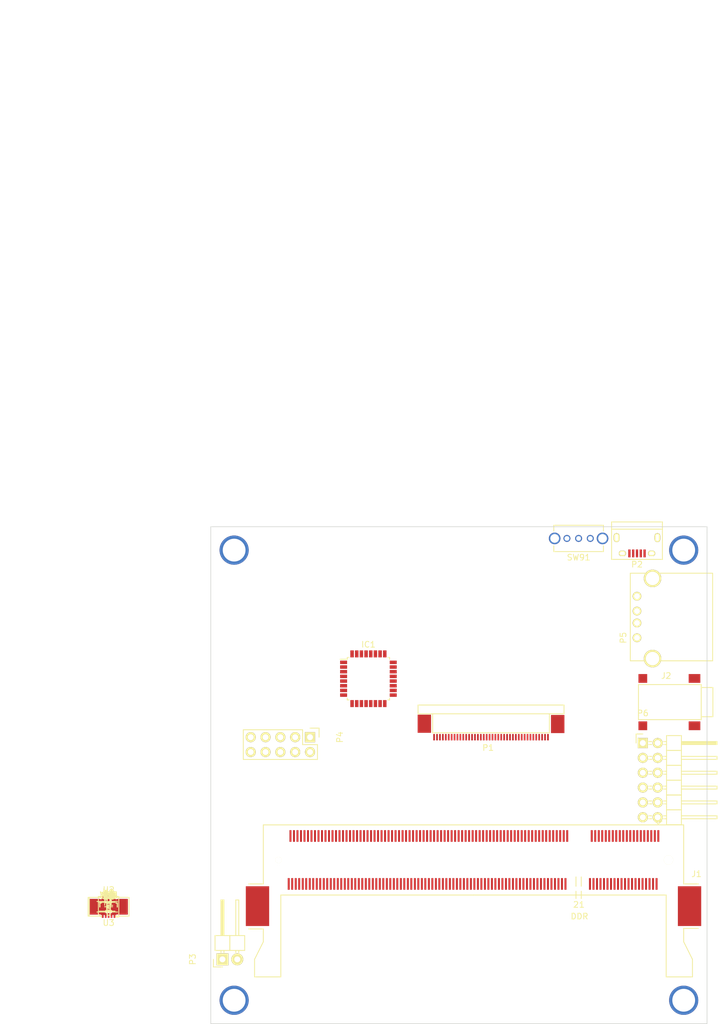
<source format=kicad_pcb>
(kicad_pcb (version 4) (host pcbnew 4.0.3-stable)

  (general
    (links 282)
    (no_connects 211)
    (area 21.467767 17.899999 160.425001 193.825)
    (thickness 1.6)
    (drawings 17)
    (tracks 0)
    (zones 0)
    (modules 83)
    (nets 80)
  )

  (page A4)
  (layers
    (0 F.Cu signal)
    (31 B.Cu signal)
    (32 B.Adhes user)
    (33 F.Adhes user)
    (34 B.Paste user)
    (35 F.Paste user)
    (36 B.SilkS user)
    (37 F.SilkS user)
    (38 B.Mask user)
    (39 F.Mask user)
    (40 Dwgs.User user)
    (41 Cmts.User user)
    (42 Eco1.User user)
    (43 Eco2.User user)
    (44 Edge.Cuts user)
    (45 Margin user)
    (46 B.CrtYd user)
    (47 F.CrtYd user)
    (48 B.Fab user)
    (49 F.Fab user)
  )

  (setup
    (last_trace_width 0.25)
    (trace_clearance 0.2)
    (zone_clearance 0.508)
    (zone_45_only no)
    (trace_min 0.2)
    (segment_width 0.2)
    (edge_width 0.1)
    (via_size 0.6)
    (via_drill 0.4)
    (via_min_size 0.4)
    (via_min_drill 0.3)
    (uvia_size 0.3)
    (uvia_drill 0.1)
    (uvias_allowed no)
    (uvia_min_size 0.2)
    (uvia_min_drill 0.1)
    (pcb_text_width 0.3)
    (pcb_text_size 1.5 1.5)
    (mod_edge_width 0.15)
    (mod_text_size 1 1)
    (mod_text_width 0.15)
    (pad_size 1.5 1.5)
    (pad_drill 0.6)
    (pad_to_mask_clearance 0)
    (aux_axis_origin 0 0)
    (visible_elements 7FFFFFFF)
    (pcbplotparams
      (layerselection 0x00030_80000001)
      (usegerberextensions false)
      (excludeedgelayer true)
      (linewidth 0.100000)
      (plotframeref false)
      (viasonmask false)
      (mode 1)
      (useauxorigin false)
      (hpglpennumber 1)
      (hpglpenspeed 20)
      (hpglpendiameter 15)
      (hpglpenoverlay 2)
      (psnegative false)
      (psa4output false)
      (plotreference true)
      (plotvalue true)
      (plotinvisibletext false)
      (padsonsilk false)
      (subtractmaskfromsilk false)
      (outputformat 1)
      (mirror false)
      (drillshape 1)
      (scaleselection 1)
      (outputdirectory ""))
  )

  (net 0 "")
  (net 1 +3V3)
  (net 2 GND)
  (net 3 +VUSB_IN)
  (net 4 +BATT)
  (net 5 /BACKL_A)
  (net 6 /BACKL_K)
  (net 7 "Net-(C11-Pad1)")
  (net 8 "Net-(C10-Pad1)")
  (net 9 "Net-(C11-Pad2)")
  (net 10 "Net-(C12-Pad2)")
  (net 11 +VUSB_OUT)
  (net 12 "Net-(C15-Pad2)")
  (net 13 +1V8)
  (net 14 "Net-(C16-Pad2)")
  (net 15 "Net-(C19-Pad1)")
  (net 16 "Net-(D1-Pad2)")
  (net 17 "Net-(D2-Pad1)")
  (net 18 "Net-(F1-Pad2)")
  (net 19 /BACKL_PWM)
  (net 20 /AVR_~CS)
  (net 21 /AVR_MOSI)
  (net 22 /AVR_MISO)
  (net 23 /AVR_SCK)
  (net 24 /ANALOG0)
  (net 25 /LCD_DISP_ON)
  (net 26 /ANALOG1)
  (net 27 /AVR_~RST)
  (net 28 /LCD_CLK)
  (net 29 /LCD_DEN)
  (net 30 /LCD_VSYNC)
  (net 31 /LCD_HSYNC)
  (net 32 /LCD_B_2)
  (net 33 /LCD_B_3)
  (net 34 /LCD_B_4)
  (net 35 /LCD_B_5)
  (net 36 /LCD_B_6)
  (net 37 /LCD_B_7)
  (net 38 /LCD_G_2)
  (net 39 /LCD_G_3)
  (net 40 /LCD_G_4)
  (net 41 /LCD_G_5)
  (net 42 /LCD_G_6)
  (net 43 /LCD_G_7)
  (net 44 /LCD_R_2)
  (net 45 /LCD_R_3)
  (net 46 /LCD_R_4)
  (net 47 /LCD_R_5)
  (net 48 /LCD_R_6)
  (net 49 /LCD_R_7)
  (net 50 /USER_IO_0)
  (net 51 /USER_IO_1)
  (net 52 /USER_IO_2)
  (net 53 /USER_IO_3)
  (net 54 /USER_IO_4)
  (net 55 /USER_IO_5)
  (net 56 /USB_D+)
  (net 57 /USB_D-)
  (net 58 /CM_RUN)
  (net 59 /CM_VBAT)
  (net 60 "Net-(J1-Pad28)")
  (net 61 "Net-(J1-Pad30)")
  (net 62 /UART_TX)
  (net 63 /UART_RX)
  (net 64 /AUDIO_L_PWM)
  (net 65 /AUDIO_R_PWM)
  (net 66 "Net-(J1-Pad82)")
  (net 67 "Net-(J1-Pad84)")
  (net 68 /VC_TRST_N)
  (net 69 /VC_TDI)
  (net 70 /VC_TMS)
  (net 71 /VC_TDO)
  (net 72 /VC_TCK)
  (net 73 "Net-(L2-Pad1)")
  (net 74 "Net-(L3-Pad1)")
  (net 75 "Net-(Q2-Pad3)")
  (net 76 /PWR_ENABLE)
  (net 77 "Net-(Q3-Pad3)")
  (net 78 "Net-(R7-Pad2)")
  (net 79 "Net-(R8-Pad2)")

  (net_class Default "This is the default net class."
    (clearance 0.2)
    (trace_width 0.25)
    (via_dia 0.6)
    (via_drill 0.4)
    (uvia_dia 0.3)
    (uvia_drill 0.1)
    (add_net +1V8)
    (add_net +3V3)
    (add_net +BATT)
    (add_net +VUSB_IN)
    (add_net +VUSB_OUT)
    (add_net /ANALOG0)
    (add_net /ANALOG1)
    (add_net /AUDIO_L_PWM)
    (add_net /AUDIO_R_PWM)
    (add_net /AVR_MISO)
    (add_net /AVR_MOSI)
    (add_net /AVR_SCK)
    (add_net /AVR_~CS)
    (add_net /AVR_~RST)
    (add_net /BACKL_A)
    (add_net /BACKL_K)
    (add_net /BACKL_PWM)
    (add_net /CM_RUN)
    (add_net /CM_VBAT)
    (add_net /LCD_B_2)
    (add_net /LCD_B_3)
    (add_net /LCD_B_4)
    (add_net /LCD_B_5)
    (add_net /LCD_B_6)
    (add_net /LCD_B_7)
    (add_net /LCD_CLK)
    (add_net /LCD_DEN)
    (add_net /LCD_DISP_ON)
    (add_net /LCD_G_2)
    (add_net /LCD_G_3)
    (add_net /LCD_G_4)
    (add_net /LCD_G_5)
    (add_net /LCD_G_6)
    (add_net /LCD_G_7)
    (add_net /LCD_HSYNC)
    (add_net /LCD_R_2)
    (add_net /LCD_R_3)
    (add_net /LCD_R_4)
    (add_net /LCD_R_5)
    (add_net /LCD_R_6)
    (add_net /LCD_R_7)
    (add_net /LCD_VSYNC)
    (add_net /PWR_ENABLE)
    (add_net /UART_RX)
    (add_net /UART_TX)
    (add_net /USB_D+)
    (add_net /USB_D-)
    (add_net /USER_IO_0)
    (add_net /USER_IO_1)
    (add_net /USER_IO_2)
    (add_net /USER_IO_3)
    (add_net /USER_IO_4)
    (add_net /USER_IO_5)
    (add_net /VC_TCK)
    (add_net /VC_TDI)
    (add_net /VC_TDO)
    (add_net /VC_TMS)
    (add_net /VC_TRST_N)
    (add_net GND)
    (add_net "Net-(C10-Pad1)")
    (add_net "Net-(C11-Pad1)")
    (add_net "Net-(C11-Pad2)")
    (add_net "Net-(C12-Pad2)")
    (add_net "Net-(C15-Pad2)")
    (add_net "Net-(C16-Pad2)")
    (add_net "Net-(C19-Pad1)")
    (add_net "Net-(D1-Pad2)")
    (add_net "Net-(D2-Pad1)")
    (add_net "Net-(F1-Pad2)")
    (add_net "Net-(J1-Pad28)")
    (add_net "Net-(J1-Pad30)")
    (add_net "Net-(J1-Pad82)")
    (add_net "Net-(J1-Pad84)")
    (add_net "Net-(L2-Pad1)")
    (add_net "Net-(L3-Pad1)")
    (add_net "Net-(Q2-Pad3)")
    (add_net "Net-(Q3-Pad3)")
    (add_net "Net-(R7-Pad2)")
    (add_net "Net-(R8-Pad2)")
  )

  (module Sockets:Socket_SODIMM_DDR1-2_TE_1612618 (layer F.Cu) (tedit 0) (tstamp 57B21F61)
    (at 118 165 180)
    (descr "DDR 1&2 SODIMM Memory Socket - TE P/N 1612618")
    (tags "DDR RAM SODIMM")
    (path /57AF5D84)
    (attr smd)
    (fp_text reference J1 (at -38.2 -2.4 180) (layer F.SilkS)
      (effects (font (size 1 1) (thickness 0.15)))
    )
    (fp_text value ComputeModule (at 4.8 -7.4 180) (layer F.Fab)
      (effects (font (size 1 1) (thickness 0.15)))
    )
    (fp_line (start 36 6) (end 36 -4.1) (layer F.SilkS) (width 0.15))
    (fp_line (start 36 -14) (end 36 -11.8) (layer F.SilkS) (width 0.15))
    (fp_line (start 36 -11.8) (end 38.5 -11.8) (layer F.SilkS) (width 0.15))
    (fp_line (start 36 -4.1) (end 38.5 -4.1) (layer F.SilkS) (width 0.15))
    (fp_line (start -36 -4.1) (end -36 6) (layer F.SilkS) (width 0.15))
    (fp_line (start -36 -14) (end -36 -11.7) (layer F.SilkS) (width 0.15))
    (fp_line (start -36 -11.7) (end -38.5 -11.7) (layer F.SilkS) (width 0.15))
    (fp_line (start -36 -4.1) (end -38.5 -4.1) (layer F.SilkS) (width 0.15))
    (fp_line (start -31.65 6.15) (end -31.05 6.65) (layer F.SilkS) (width 0.15))
    (fp_line (start -31.05 6.65) (end -32.25 6.65) (layer F.SilkS) (width 0.15))
    (fp_line (start -32.25 6.65) (end -31.65 6.15) (layer F.SilkS) (width 0.15))
    (fp_text user DDR (at -18.15 -9.65 180) (layer F.SilkS)
      (effects (font (size 1 1) (thickness 0.15)))
    )
    (fp_line (start -18.45 -4.5) (end -18.45 -2.9) (layer F.SilkS) (width 0.15))
    (fp_line (start -17.55 -4.5) (end -17.55 -2.9) (layer F.SilkS) (width 0.15))
    (fp_text user 1 (at -18.55 -7.65 180) (layer F.SilkS)
      (effects (font (size 1 1) (thickness 0.15)))
    )
    (fp_text user 2 (at -17.55 -7.65 180) (layer F.SilkS)
      (effects (font (size 1 1) (thickness 0.15)))
    )
    (fp_line (start -17.55 -5.35) (end -17.55 -6.6) (layer F.SilkS) (width 0.15))
    (fp_line (start -18.45 -5.35) (end -18.45 -6.6) (layer F.SilkS) (width 0.15))
    (fp_line (start -37.5 -20) (end -37.5 -17) (layer F.SilkS) (width 0.15))
    (fp_line (start -37.5 -17) (end -36 -14) (layer F.SilkS) (width 0.15))
    (fp_line (start -36 6) (end 36 6) (layer F.SilkS) (width 0.15))
    (fp_line (start 36 -14) (end 37.5 -17) (layer F.SilkS) (width 0.15))
    (fp_line (start 37.5 -17) (end 37.5 -20) (layer F.SilkS) (width 0.15))
    (fp_line (start 37.5 -20) (end 33 -20) (layer F.SilkS) (width 0.15))
    (fp_line (start 33 -20) (end 33 -6) (layer F.SilkS) (width 0.15))
    (fp_line (start 33 -6) (end 0 -6) (layer F.SilkS) (width 0.15))
    (fp_line (start 0 -6) (end -33 -6) (layer F.SilkS) (width 0.15))
    (fp_line (start -33 -6) (end -33 -20) (layer F.SilkS) (width 0.15))
    (fp_line (start -33 -20) (end -37.5 -20) (layer F.SilkS) (width 0.15))
    (pad "" np_thru_hole circle (at -33.4 0 180) (size 1.6 1.6) (drill 1.6) (layers *.Cu *.Mask F.SilkS))
    (pad "" np_thru_hole circle (at 33.4 0 180) (size 1.1 1.1) (drill 1.1) (layers *.Cu *.Mask F.SilkS))
    (pad "" smd rect (at 37 -7.9 180) (size 4 6.8) (layers F.Cu F.Paste F.Mask))
    (pad "" smd rect (at -37 -7.9 180) (size 4 6.8) (layers F.Cu F.Paste F.Mask))
    (pad 1 smd rect (at -31.65 4.1 180) (size 0.35 2) (layers F.Cu F.Paste F.Mask)
      (net 2 GND))
    (pad 3 smd rect (at -31.05 4.1 180) (size 0.35 2) (layers F.Cu F.Paste F.Mask)
      (net 28 /LCD_CLK))
    (pad 5 smd rect (at -30.45 4.1 180) (size 0.35 2) (layers F.Cu F.Paste F.Mask)
      (net 29 /LCD_DEN))
    (pad 7 smd rect (at -29.85 4.1 180) (size 0.35 2) (layers F.Cu F.Paste F.Mask)
      (net 2 GND))
    (pad 9 smd rect (at -29.25 4.1 180) (size 0.35 2) (layers F.Cu F.Paste F.Mask)
      (net 30 /LCD_VSYNC))
    (pad 11 smd rect (at -28.65 4.1 180) (size 0.35 2) (layers F.Cu F.Paste F.Mask)
      (net 31 /LCD_HSYNC))
    (pad 13 smd rect (at -28.05 4.1 180) (size 0.35 2) (layers F.Cu F.Paste F.Mask)
      (net 2 GND))
    (pad 15 smd rect (at -27.45 4.1 180) (size 0.35 2) (layers F.Cu F.Paste F.Mask)
      (net 32 /LCD_B_2))
    (pad 17 smd rect (at -26.85 4.1 180) (size 0.35 2) (layers F.Cu F.Paste F.Mask)
      (net 33 /LCD_B_3))
    (pad 19 smd rect (at -26.25 4.1 180) (size 0.35 2) (layers F.Cu F.Paste F.Mask)
      (net 2 GND))
    (pad 21 smd rect (at -25.65 4.1 180) (size 0.35 2) (layers F.Cu F.Paste F.Mask)
      (net 34 /LCD_B_4))
    (pad 23 smd rect (at -25.05 4.1 180) (size 0.35 2) (layers F.Cu F.Paste F.Mask)
      (net 35 /LCD_B_5))
    (pad 25 smd rect (at -24.45 4.1 180) (size 0.35 2) (layers F.Cu F.Paste F.Mask)
      (net 2 GND))
    (pad 27 smd rect (at -23.85 4.1 180) (size 0.35 2) (layers F.Cu F.Paste F.Mask)
      (net 36 /LCD_B_6))
    (pad 29 smd rect (at -23.25 4.1 180) (size 0.35 2) (layers F.Cu F.Paste F.Mask)
      (net 37 /LCD_B_7))
    (pad 31 smd rect (at -22.65 4.1 180) (size 0.35 2) (layers F.Cu F.Paste F.Mask)
      (net 2 GND))
    (pad 33 smd rect (at -22.05 4.1 180) (size 0.35 2) (layers F.Cu F.Paste F.Mask)
      (net 38 /LCD_G_2))
    (pad 35 smd rect (at -21.45 4.1 180) (size 0.35 2) (layers F.Cu F.Paste F.Mask)
      (net 39 /LCD_G_3))
    (pad 37 smd rect (at -20.85 4.1 180) (size 0.35 2) (layers F.Cu F.Paste F.Mask)
      (net 2 GND))
    (pad 39 smd rect (at -20.25 4.1 180) (size 0.35 2) (layers F.Cu F.Paste F.Mask)
      (net 1 +3V3))
    (pad 41 smd rect (at -16.05 4.1 180) (size 0.35 2) (layers F.Cu F.Paste F.Mask)
      (net 1 +3V3))
    (pad 43 smd rect (at -15.45 4.1 180) (size 0.35 2) (layers F.Cu F.Paste F.Mask)
      (net 2 GND))
    (pad 45 smd rect (at -14.85 4.1 180) (size 0.35 2) (layers F.Cu F.Paste F.Mask)
      (net 40 /LCD_G_4))
    (pad 47 smd rect (at -14.25 4.1 180) (size 0.35 2) (layers F.Cu F.Paste F.Mask)
      (net 41 /LCD_G_5))
    (pad 49 smd rect (at -13.65 4.1 180) (size 0.35 2) (layers F.Cu F.Paste F.Mask)
      (net 2 GND))
    (pad 51 smd rect (at -13.05 4.1 180) (size 0.35 2) (layers F.Cu F.Paste F.Mask)
      (net 42 /LCD_G_6))
    (pad 53 smd rect (at -12.45 4.1 180) (size 0.35 2) (layers F.Cu F.Paste F.Mask)
      (net 43 /LCD_G_7))
    (pad 55 smd rect (at -11.85 4.1 180) (size 0.35 2) (layers F.Cu F.Paste F.Mask)
      (net 2 GND))
    (pad 57 smd rect (at -11.25 4.1 180) (size 0.35 2) (layers F.Cu F.Paste F.Mask)
      (net 44 /LCD_R_2))
    (pad 59 smd rect (at -10.65 4.1 180) (size 0.35 2) (layers F.Cu F.Paste F.Mask)
      (net 45 /LCD_R_3))
    (pad 61 smd rect (at -10.05 4.1 180) (size 0.35 2) (layers F.Cu F.Paste F.Mask)
      (net 2 GND))
    (pad 63 smd rect (at -9.45 4.1 180) (size 0.35 2) (layers F.Cu F.Paste F.Mask)
      (net 46 /LCD_R_4))
    (pad 65 smd rect (at -8.85 4.1 180) (size 0.35 2) (layers F.Cu F.Paste F.Mask)
      (net 47 /LCD_R_5))
    (pad 67 smd rect (at -8.25 4.1 180) (size 0.35 2) (layers F.Cu F.Paste F.Mask)
      (net 2 GND))
    (pad 69 smd rect (at -7.65 4.1 180) (size 0.35 2) (layers F.Cu F.Paste F.Mask)
      (net 48 /LCD_R_6))
    (pad 71 smd rect (at -7.05 4.1 180) (size 0.35 2) (layers F.Cu F.Paste F.Mask)
      (net 49 /LCD_R_7))
    (pad 73 smd rect (at -6.45 4.1 180) (size 0.35 2) (layers F.Cu F.Paste F.Mask)
      (net 2 GND))
    (pad 75 smd rect (at -5.85 4.1 180) (size 0.35 2) (layers F.Cu F.Paste F.Mask)
      (net 50 /USER_IO_0))
    (pad 77 smd rect (at -5.25 4.1 180) (size 0.35 2) (layers F.Cu F.Paste F.Mask)
      (net 51 /USER_IO_1))
    (pad 79 smd rect (at -4.65 4.1 180) (size 0.35 2) (layers F.Cu F.Paste F.Mask)
      (net 2 GND))
    (pad 81 smd rect (at -4.05 4.1 180) (size 0.35 2) (layers F.Cu F.Paste F.Mask)
      (net 52 /USER_IO_2))
    (pad 83 smd rect (at -3.45 4.1 180) (size 0.35 2) (layers F.Cu F.Paste F.Mask)
      (net 53 /USER_IO_3))
    (pad 85 smd rect (at -2.85 4.1 180) (size 0.35 2) (layers F.Cu F.Paste F.Mask)
      (net 2 GND))
    (pad 87 smd rect (at -2.25 4.1 180) (size 0.35 2) (layers F.Cu F.Paste F.Mask)
      (net 54 /USER_IO_4))
    (pad 89 smd rect (at -1.65 4.1 180) (size 0.35 2) (layers F.Cu F.Paste F.Mask)
      (net 55 /USER_IO_5))
    (pad 91 smd rect (at -1.05 4.1 180) (size 0.35 2) (layers F.Cu F.Paste F.Mask)
      (net 2 GND))
    (pad 93 smd rect (at -0.45 4.1 180) (size 0.35 2) (layers F.Cu F.Paste F.Mask))
    (pad 95 smd rect (at 0.15 4.1 180) (size 0.35 2) (layers F.Cu F.Paste F.Mask))
    (pad 97 smd rect (at 0.75 4.1 180) (size 0.35 2) (layers F.Cu F.Paste F.Mask)
      (net 2 GND))
    (pad 99 smd rect (at 1.35 4.1 180) (size 0.35 2) (layers F.Cu F.Paste F.Mask))
    (pad 101 smd rect (at 1.95 4.1 180) (size 0.35 2) (layers F.Cu F.Paste F.Mask))
    (pad 103 smd rect (at 2.55 4.1 180) (size 0.35 2) (layers F.Cu F.Paste F.Mask)
      (net 2 GND))
    (pad 105 smd rect (at 3.15 4.1 180) (size 0.35 2) (layers F.Cu F.Paste F.Mask))
    (pad 107 smd rect (at 3.75 4.1 180) (size 0.35 2) (layers F.Cu F.Paste F.Mask))
    (pad 109 smd rect (at 4.35 4.1 180) (size 0.35 2) (layers F.Cu F.Paste F.Mask)
      (net 2 GND))
    (pad 111 smd rect (at 4.95 4.1 180) (size 0.35 2) (layers F.Cu F.Paste F.Mask))
    (pad 113 smd rect (at 5.55 4.1 180) (size 0.35 2) (layers F.Cu F.Paste F.Mask))
    (pad 115 smd rect (at 6.15 4.1 180) (size 0.35 2) (layers F.Cu F.Paste F.Mask)
      (net 2 GND))
    (pad 117 smd rect (at 6.75 4.1 180) (size 0.35 2) (layers F.Cu F.Paste F.Mask))
    (pad 119 smd rect (at 7.35 4.1 180) (size 0.35 2) (layers F.Cu F.Paste F.Mask))
    (pad 121 smd rect (at 7.95 4.1 180) (size 0.35 2) (layers F.Cu F.Paste F.Mask)
      (net 2 GND))
    (pad 123 smd rect (at 8.55 4.1 180) (size 0.35 2) (layers F.Cu F.Paste F.Mask))
    (pad 125 smd rect (at 9.15 4.1 180) (size 0.35 2) (layers F.Cu F.Paste F.Mask))
    (pad 127 smd rect (at 9.75 4.1 180) (size 0.35 2) (layers F.Cu F.Paste F.Mask)
      (net 2 GND))
    (pad 129 smd rect (at 10.35 4.1 180) (size 0.35 2) (layers F.Cu F.Paste F.Mask))
    (pad 131 smd rect (at 10.95 4.1 180) (size 0.35 2) (layers F.Cu F.Paste F.Mask))
    (pad 133 smd rect (at 11.55 4.1 180) (size 0.35 2) (layers F.Cu F.Paste F.Mask)
      (net 2 GND))
    (pad 135 smd rect (at 12.15 4.1 180) (size 0.35 2) (layers F.Cu F.Paste F.Mask))
    (pad 137 smd rect (at 12.75 4.1 180) (size 0.35 2) (layers F.Cu F.Paste F.Mask))
    (pad 139 smd rect (at 13.35 4.1 180) (size 0.35 2) (layers F.Cu F.Paste F.Mask)
      (net 2 GND))
    (pad 141 smd rect (at 13.95 4.1 180) (size 0.35 2) (layers F.Cu F.Paste F.Mask))
    (pad 143 smd rect (at 14.55 4.1 180) (size 0.35 2) (layers F.Cu F.Paste F.Mask))
    (pad 145 smd rect (at 15.15 4.1 180) (size 0.35 2) (layers F.Cu F.Paste F.Mask)
      (net 2 GND))
    (pad 147 smd rect (at 15.75 4.1 180) (size 0.35 2) (layers F.Cu F.Paste F.Mask))
    (pad 149 smd rect (at 16.35 4.1 180) (size 0.35 2) (layers F.Cu F.Paste F.Mask))
    (pad 151 smd rect (at 16.95 4.1 180) (size 0.35 2) (layers F.Cu F.Paste F.Mask)
      (net 2 GND))
    (pad 153 smd rect (at 17.55 4.1 180) (size 0.35 2) (layers F.Cu F.Paste F.Mask))
    (pad 155 smd rect (at 18.15 4.1 180) (size 0.35 2) (layers F.Cu F.Paste F.Mask))
    (pad 157 smd rect (at 18.75 4.1 180) (size 0.35 2) (layers F.Cu F.Paste F.Mask)
      (net 2 GND))
    (pad 159 smd rect (at 19.35 4.1 180) (size 0.35 2) (layers F.Cu F.Paste F.Mask))
    (pad 161 smd rect (at 19.95 4.1 180) (size 0.35 2) (layers F.Cu F.Paste F.Mask))
    (pad 163 smd rect (at 20.55 4.1 180) (size 0.35 2) (layers F.Cu F.Paste F.Mask)
      (net 2 GND))
    (pad 165 smd rect (at 21.15 4.1 180) (size 0.35 2) (layers F.Cu F.Paste F.Mask)
      (net 56 /USB_D+))
    (pad 167 smd rect (at 21.75 4.1 180) (size 0.35 2) (layers F.Cu F.Paste F.Mask)
      (net 57 /USB_D-))
    (pad 169 smd rect (at 22.35 4.1 180) (size 0.35 2) (layers F.Cu F.Paste F.Mask)
      (net 2 GND))
    (pad 171 smd rect (at 22.95 4.1 180) (size 0.35 2) (layers F.Cu F.Paste F.Mask))
    (pad 173 smd rect (at 23.55 4.1 180) (size 0.35 2) (layers F.Cu F.Paste F.Mask))
    (pad 175 smd rect (at 24.15 4.1 180) (size 0.35 2) (layers F.Cu F.Paste F.Mask))
    (pad 177 smd rect (at 24.75 4.1 180) (size 0.35 2) (layers F.Cu F.Paste F.Mask)
      (net 58 /CM_RUN))
    (pad 179 smd rect (at 25.35 4.1 180) (size 0.35 2) (layers F.Cu F.Paste F.Mask))
    (pad 181 smd rect (at 25.95 4.1 180) (size 0.35 2) (layers F.Cu F.Paste F.Mask)
      (net 2 GND))
    (pad 183 smd rect (at 26.55 4.1 180) (size 0.35 2) (layers F.Cu F.Paste F.Mask)
      (net 13 +1V8))
    (pad 185 smd rect (at 27.15 4.1 180) (size 0.35 2) (layers F.Cu F.Paste F.Mask)
      (net 13 +1V8))
    (pad 187 smd rect (at 27.75 4.1 180) (size 0.35 2) (layers F.Cu F.Paste F.Mask)
      (net 2 GND))
    (pad 189 smd rect (at 28.35 4.1 180) (size 0.35 2) (layers F.Cu F.Paste F.Mask)
      (net 1 +3V3))
    (pad 191 smd rect (at 28.95 4.1 180) (size 0.35 2) (layers F.Cu F.Paste F.Mask)
      (net 1 +3V3))
    (pad 193 smd rect (at 29.55 4.1 180) (size 0.35 2) (layers F.Cu F.Paste F.Mask)
      (net 1 +3V3))
    (pad 195 smd rect (at 30.15 4.1 180) (size 0.35 2) (layers F.Cu F.Paste F.Mask)
      (net 2 GND))
    (pad 197 smd rect (at 30.75 4.1 180) (size 0.35 2) (layers F.Cu F.Paste F.Mask)
      (net 59 /CM_VBAT))
    (pad 199 smd rect (at 31.35 4.1 180) (size 0.35 2) (layers F.Cu F.Paste F.Mask)
      (net 59 /CM_VBAT))
    (pad 2 smd rect (at -31.35 -4.1 180) (size 0.35 2) (layers F.Cu F.Paste F.Mask)
      (net 1 +3V3))
    (pad 4 smd rect (at -30.75 -4.1 180) (size 0.35 2) (layers F.Cu F.Paste F.Mask))
    (pad 6 smd rect (at -30.15 -4.1 180) (size 0.35 2) (layers F.Cu F.Paste F.Mask))
    (pad 8 smd rect (at -29.55 -4.1 180) (size 0.35 2) (layers F.Cu F.Paste F.Mask))
    (pad 10 smd rect (at -28.95 -4.1 180) (size 0.35 2) (layers F.Cu F.Paste F.Mask))
    (pad 12 smd rect (at -28.35 -4.1 180) (size 0.35 2) (layers F.Cu F.Paste F.Mask))
    (pad 14 smd rect (at -27.75 -4.1 180) (size 0.35 2) (layers F.Cu F.Paste F.Mask))
    (pad 16 smd rect (at -27.15 -4.1 180) (size 0.35 2) (layers F.Cu F.Paste F.Mask))
    (pad 18 smd rect (at -26.55 -4.1 180) (size 0.35 2) (layers F.Cu F.Paste F.Mask))
    (pad 20 smd rect (at -25.95 -4.1 180) (size 0.35 2) (layers F.Cu F.Paste F.Mask))
    (pad 22 smd rect (at -25.35 -4.1 180) (size 0.35 2) (layers F.Cu F.Paste F.Mask))
    (pad 24 smd rect (at -24.75 -4.1 180) (size 0.35 2) (layers F.Cu F.Paste F.Mask))
    (pad 26 smd rect (at -24.15 -4.1 180) (size 0.35 2) (layers F.Cu F.Paste F.Mask)
      (net 2 GND))
    (pad 28 smd rect (at -23.55 -4.1 180) (size 0.35 2) (layers F.Cu F.Paste F.Mask)
      (net 60 "Net-(J1-Pad28)"))
    (pad 30 smd rect (at -22.95 -4.1 180) (size 0.35 2) (layers F.Cu F.Paste F.Mask)
      (net 61 "Net-(J1-Pad30)"))
    (pad 32 smd rect (at -22.35 -4.1 180) (size 0.35 2) (layers F.Cu F.Paste F.Mask)
      (net 2 GND))
    (pad 34 smd rect (at -21.75 -4.1 180) (size 0.35 2) (layers F.Cu F.Paste F.Mask))
    (pad 36 smd rect (at -21.15 -4.1 180) (size 0.35 2) (layers F.Cu F.Paste F.Mask))
    (pad 38 smd rect (at -20.55 -4.1 180) (size 0.35 2) (layers F.Cu F.Paste F.Mask)
      (net 2 GND))
    (pad 40 smd rect (at -19.95 -4.1 180) (size 0.35 2) (layers F.Cu F.Paste F.Mask)
      (net 1 +3V3))
    (pad 42 smd rect (at -15.75 -4.1 180) (size 0.35 2) (layers F.Cu F.Paste F.Mask)
      (net 1 +3V3))
    (pad 44 smd rect (at -15.15 -4.1 180) (size 0.35 2) (layers F.Cu F.Paste F.Mask)
      (net 2 GND))
    (pad 46 smd rect (at -14.55 -4.1 180) (size 0.35 2) (layers F.Cu F.Paste F.Mask)
      (net 62 /UART_TX))
    (pad 48 smd rect (at -13.95 -4.1 180) (size 0.35 2) (layers F.Cu F.Paste F.Mask)
      (net 63 /UART_RX))
    (pad 50 smd rect (at -13.35 -4.1 180) (size 0.35 2) (layers F.Cu F.Paste F.Mask)
      (net 2 GND))
    (pad 52 smd rect (at -12.75 -4.1 180) (size 0.35 2) (layers F.Cu F.Paste F.Mask))
    (pad 54 smd rect (at -12.15 -4.1 180) (size 0.35 2) (layers F.Cu F.Paste F.Mask)
      (net 27 /AVR_~RST))
    (pad 56 smd rect (at -11.55 -4.1 180) (size 0.35 2) (layers F.Cu F.Paste F.Mask)
      (net 2 GND))
    (pad 58 smd rect (at -10.95 -4.1 180) (size 0.35 2) (layers F.Cu F.Paste F.Mask)
      (net 20 /AVR_~CS))
    (pad 60 smd rect (at -10.35 -4.1 180) (size 0.35 2) (layers F.Cu F.Paste F.Mask)
      (net 22 /AVR_MISO))
    (pad 62 smd rect (at -9.75 -4.1 180) (size 0.35 2) (layers F.Cu F.Paste F.Mask)
      (net 2 GND))
    (pad 64 smd rect (at -9.15 -4.1 180) (size 0.35 2) (layers F.Cu F.Paste F.Mask)
      (net 21 /AVR_MOSI))
    (pad 66 smd rect (at -8.55 -4.1 180) (size 0.35 2) (layers F.Cu F.Paste F.Mask)
      (net 23 /AVR_SCK))
    (pad 68 smd rect (at -7.95 -4.1 180) (size 0.35 2) (layers F.Cu F.Paste F.Mask)
      (net 2 GND))
    (pad 70 smd rect (at -7.35 -4.1 180) (size 0.35 2) (layers F.Cu F.Paste F.Mask)
      (net 64 /AUDIO_L_PWM))
    (pad 72 smd rect (at -6.75 -4.1 180) (size 0.35 2) (layers F.Cu F.Paste F.Mask)
      (net 65 /AUDIO_R_PWM))
    (pad 74 smd rect (at -6.15 -4.1 180) (size 0.35 2) (layers F.Cu F.Paste F.Mask)
      (net 2 GND))
    (pad 76 smd rect (at -5.55 -4.1 180) (size 0.35 2) (layers F.Cu F.Paste F.Mask))
    (pad 78 smd rect (at -4.95 -4.1 180) (size 0.35 2) (layers F.Cu F.Paste F.Mask))
    (pad 80 smd rect (at -4.35 -4.1 180) (size 0.35 2) (layers F.Cu F.Paste F.Mask)
      (net 2 GND))
    (pad 82 smd rect (at -3.75 -4.1 180) (size 0.35 2) (layers F.Cu F.Paste F.Mask)
      (net 66 "Net-(J1-Pad82)"))
    (pad 84 smd rect (at -3.15 -4.1 180) (size 0.35 2) (layers F.Cu F.Paste F.Mask)
      (net 67 "Net-(J1-Pad84)"))
    (pad 86 smd rect (at -2.55 -4.1 180) (size 0.35 2) (layers F.Cu F.Paste F.Mask)
      (net 2 GND))
    (pad 88 smd rect (at -1.95 -4.1 180) (size 0.35 2) (layers F.Cu F.Paste F.Mask))
    (pad 90 smd rect (at -1.35 -4.1 180) (size 0.35 2) (layers F.Cu F.Paste F.Mask))
    (pad 92 smd rect (at -0.75 -4.1 180) (size 0.35 2) (layers F.Cu F.Paste F.Mask)
      (net 2 GND))
    (pad 94 smd rect (at -0.15 -4.1 180) (size 0.35 2) (layers F.Cu F.Paste F.Mask))
    (pad 96 smd rect (at 0.45 -4.1 180) (size 0.35 2) (layers F.Cu F.Paste F.Mask))
    (pad 98 smd rect (at 1.05 -4.1 180) (size 0.35 2) (layers F.Cu F.Paste F.Mask)
      (net 2 GND))
    (pad 100 smd rect (at 1.65 -4.1 180) (size 0.35 2) (layers F.Cu F.Paste F.Mask))
    (pad 102 smd rect (at 2.25 -4.1 180) (size 0.35 2) (layers F.Cu F.Paste F.Mask))
    (pad 104 smd rect (at 2.85 -4.1 180) (size 0.35 2) (layers F.Cu F.Paste F.Mask)
      (net 2 GND))
    (pad 106 smd rect (at 3.45 -4.1 180) (size 0.35 2) (layers F.Cu F.Paste F.Mask))
    (pad 108 smd rect (at 4.05 -4.1 180) (size 0.35 2) (layers F.Cu F.Paste F.Mask))
    (pad 110 smd rect (at 4.65 -4.1 180) (size 0.35 2) (layers F.Cu F.Paste F.Mask)
      (net 2 GND))
    (pad 112 smd rect (at 5.25 -4.1 180) (size 0.35 2) (layers F.Cu F.Paste F.Mask))
    (pad 114 smd rect (at 5.85 -4.1 180) (size 0.35 2) (layers F.Cu F.Paste F.Mask))
    (pad 116 smd rect (at 6.45 -4.1 180) (size 0.35 2) (layers F.Cu F.Paste F.Mask)
      (net 2 GND))
    (pad 118 smd rect (at 7.05 -4.1 180) (size 0.35 2) (layers F.Cu F.Paste F.Mask))
    (pad 120 smd rect (at 7.65 -4.1 180) (size 0.35 2) (layers F.Cu F.Paste F.Mask))
    (pad 122 smd rect (at 8.25 -4.1 180) (size 0.35 2) (layers F.Cu F.Paste F.Mask)
      (net 2 GND))
    (pad 124 smd rect (at 8.85 -4.1 180) (size 0.35 2) (layers F.Cu F.Paste F.Mask))
    (pad 126 smd rect (at 9.45 -4.1 180) (size 0.35 2) (layers F.Cu F.Paste F.Mask))
    (pad 128 smd rect (at 10.05 -4.1 180) (size 0.35 2) (layers F.Cu F.Paste F.Mask))
    (pad 130 smd rect (at 10.65 -4.1 180) (size 0.35 2) (layers F.Cu F.Paste F.Mask))
    (pad 132 smd rect (at 11.25 -4.1 180) (size 0.35 2) (layers F.Cu F.Paste F.Mask))
    (pad 134 smd rect (at 11.85 -4.1 180) (size 0.35 2) (layers F.Cu F.Paste F.Mask)
      (net 2 GND))
    (pad 136 smd rect (at 12.45 -4.1 180) (size 0.35 2) (layers F.Cu F.Paste F.Mask))
    (pad 138 smd rect (at 13.05 -4.1 180) (size 0.35 2) (layers F.Cu F.Paste F.Mask))
    (pad 140 smd rect (at 13.65 -4.1 180) (size 0.35 2) (layers F.Cu F.Paste F.Mask)
      (net 2 GND))
    (pad 142 smd rect (at 14.25 -4.1 180) (size 0.35 2) (layers F.Cu F.Paste F.Mask))
    (pad 144 smd rect (at 14.85 -4.1 180) (size 0.35 2) (layers F.Cu F.Paste F.Mask))
    (pad 146 smd rect (at 15.45 -4.1 180) (size 0.35 2) (layers F.Cu F.Paste F.Mask)
      (net 2 GND))
    (pad 148 smd rect (at 16.05 -4.1 180) (size 0.35 2) (layers F.Cu F.Paste F.Mask))
    (pad 150 smd rect (at 16.65 -4.1 180) (size 0.35 2) (layers F.Cu F.Paste F.Mask))
    (pad 152 smd rect (at 17.25 -4.1 180) (size 0.35 2) (layers F.Cu F.Paste F.Mask)
      (net 2 GND))
    (pad 154 smd rect (at 17.85 -4.1 180) (size 0.35 2) (layers F.Cu F.Paste F.Mask))
    (pad 156 smd rect (at 18.45 -4.1 180) (size 0.35 2) (layers F.Cu F.Paste F.Mask))
    (pad 158 smd rect (at 19.05 -4.1 180) (size 0.35 2) (layers F.Cu F.Paste F.Mask))
    (pad 160 smd rect (at 19.65 -4.1 180) (size 0.35 2) (layers F.Cu F.Paste F.Mask))
    (pad 162 smd rect (at 20.25 -4.1 180) (size 0.35 2) (layers F.Cu F.Paste F.Mask))
    (pad 164 smd rect (at 20.85 -4.1 180) (size 0.35 2) (layers F.Cu F.Paste F.Mask)
      (net 2 GND))
    (pad 166 smd rect (at 21.45 -4.1 180) (size 0.35 2) (layers F.Cu F.Paste F.Mask))
    (pad 168 smd rect (at 22.05 -4.1 180) (size 0.35 2) (layers F.Cu F.Paste F.Mask)
      (net 2 GND))
    (pad 170 smd rect (at 22.65 -4.1 180) (size 0.35 2) (layers F.Cu F.Paste F.Mask)
      (net 2 GND))
    (pad 172 smd rect (at 23.25 -4.1 180) (size 0.35 2) (layers F.Cu F.Paste F.Mask)
      (net 68 /VC_TRST_N))
    (pad 174 smd rect (at 23.85 -4.1 180) (size 0.35 2) (layers F.Cu F.Paste F.Mask)
      (net 69 /VC_TDI))
    (pad 176 smd rect (at 24.45 -4.1 180) (size 0.35 2) (layers F.Cu F.Paste F.Mask)
      (net 70 /VC_TMS))
    (pad 178 smd rect (at 25.05 -4.1 180) (size 0.35 2) (layers F.Cu F.Paste F.Mask)
      (net 71 /VC_TDO))
    (pad 180 smd rect (at 25.65 -4.1 180) (size 0.35 2) (layers F.Cu F.Paste F.Mask)
      (net 72 /VC_TCK))
    (pad 182 smd rect (at 26.25 -4.1 180) (size 0.35 2) (layers F.Cu F.Paste F.Mask)
      (net 2 GND))
    (pad 184 smd rect (at 26.85 -4.1 180) (size 0.35 2) (layers F.Cu F.Paste F.Mask)
      (net 13 +1V8))
    (pad 186 smd rect (at 27.45 -4.1 180) (size 0.35 2) (layers F.Cu F.Paste F.Mask)
      (net 13 +1V8))
    (pad 188 smd rect (at 28.05 -4.1 180) (size 0.35 2) (layers F.Cu F.Paste F.Mask)
      (net 2 GND))
    (pad 190 smd rect (at 28.65 -4.1 180) (size 0.35 2) (layers F.Cu F.Paste F.Mask)
      (net 1 +3V3))
    (pad 192 smd rect (at 29.25 -4.1 180) (size 0.35 2) (layers F.Cu F.Paste F.Mask)
      (net 1 +3V3))
    (pad 194 smd rect (at 29.85 -4.1 180) (size 0.35 2) (layers F.Cu F.Paste F.Mask)
      (net 1 +3V3))
    (pad 196 smd rect (at 30.45 -4.1 180) (size 0.35 2) (layers F.Cu F.Paste F.Mask)
      (net 2 GND))
    (pad 198 smd rect (at 31.05 -4.1 180) (size 0.35 2) (layers F.Cu F.Paste F.Mask)
      (net 59 /CM_VBAT))
    (pad 200 smd rect (at 31.65 -4.1 180) (size 0.35 2) (layers F.Cu F.Paste F.Mask)
      (net 59 /CM_VBAT))
  )

  (module Capacitors_SMD:C_0603 (layer F.Cu) (tedit 5415D631) (tstamp 57B21D31)
    (at 55.5011 173.0036)
    (descr "Capacitor SMD 0603, reflow soldering, AVX (see smccp.pdf)")
    (tags "capacitor 0603")
    (path /57B6BE89)
    (attr smd)
    (fp_text reference C1 (at 0 -1.9) (layer F.SilkS)
      (effects (font (size 1 1) (thickness 0.15)))
    )
    (fp_text value 1u (at 0 1.9) (layer F.Fab)
      (effects (font (size 1 1) (thickness 0.15)))
    )
    (fp_line (start -1.45 -0.75) (end 1.45 -0.75) (layer F.CrtYd) (width 0.05))
    (fp_line (start -1.45 0.75) (end 1.45 0.75) (layer F.CrtYd) (width 0.05))
    (fp_line (start -1.45 -0.75) (end -1.45 0.75) (layer F.CrtYd) (width 0.05))
    (fp_line (start 1.45 -0.75) (end 1.45 0.75) (layer F.CrtYd) (width 0.05))
    (fp_line (start -0.35 -0.6) (end 0.35 -0.6) (layer F.SilkS) (width 0.15))
    (fp_line (start 0.35 0.6) (end -0.35 0.6) (layer F.SilkS) (width 0.15))
    (pad 1 smd rect (at -0.75 0) (size 0.8 0.75) (layers F.Cu F.Paste F.Mask)
      (net 1 +3V3))
    (pad 2 smd rect (at 0.75 0) (size 0.8 0.75) (layers F.Cu F.Paste F.Mask)
      (net 2 GND))
    (model Capacitors_SMD.3dshapes/C_0603.wrl
      (at (xyz 0 0 0))
      (scale (xyz 1 1 1))
      (rotate (xyz 0 0 0))
    )
  )

  (module Capacitors_SMD:C_0805 (layer F.Cu) (tedit 5415D6EA) (tstamp 57B21D3D)
    (at 55.5011 173.0036)
    (descr "Capacitor SMD 0805, reflow soldering, AVX (see smccp.pdf)")
    (tags "capacitor 0805")
    (path /57B40881)
    (attr smd)
    (fp_text reference C2 (at 0 -2.1) (layer F.SilkS)
      (effects (font (size 1 1) (thickness 0.15)))
    )
    (fp_text value 22u (at 0 2.1) (layer F.Fab)
      (effects (font (size 1 1) (thickness 0.15)))
    )
    (fp_line (start -1.8 -1) (end 1.8 -1) (layer F.CrtYd) (width 0.05))
    (fp_line (start -1.8 1) (end 1.8 1) (layer F.CrtYd) (width 0.05))
    (fp_line (start -1.8 -1) (end -1.8 1) (layer F.CrtYd) (width 0.05))
    (fp_line (start 1.8 -1) (end 1.8 1) (layer F.CrtYd) (width 0.05))
    (fp_line (start 0.5 -0.85) (end -0.5 -0.85) (layer F.SilkS) (width 0.15))
    (fp_line (start -0.5 0.85) (end 0.5 0.85) (layer F.SilkS) (width 0.15))
    (pad 1 smd rect (at -1 0) (size 1 1.25) (layers F.Cu F.Paste F.Mask)
      (net 3 +VUSB_IN))
    (pad 2 smd rect (at 1 0) (size 1 1.25) (layers F.Cu F.Paste F.Mask)
      (net 2 GND))
    (model Capacitors_SMD.3dshapes/C_0805.wrl
      (at (xyz 0 0 0))
      (scale (xyz 1 1 1))
      (rotate (xyz 0 0 0))
    )
  )

  (module Capacitors_SMD:C_0603 (layer F.Cu) (tedit 5415D631) (tstamp 57B21D49)
    (at 55.5011 173.0036)
    (descr "Capacitor SMD 0603, reflow soldering, AVX (see smccp.pdf)")
    (tags "capacitor 0603")
    (path /57B9A539)
    (attr smd)
    (fp_text reference C3 (at 0 -1.9) (layer F.SilkS)
      (effects (font (size 1 1) (thickness 0.15)))
    )
    (fp_text value 4.7u (at 0 1.9) (layer F.Fab)
      (effects (font (size 1 1) (thickness 0.15)))
    )
    (fp_line (start -1.45 -0.75) (end 1.45 -0.75) (layer F.CrtYd) (width 0.05))
    (fp_line (start -1.45 0.75) (end 1.45 0.75) (layer F.CrtYd) (width 0.05))
    (fp_line (start -1.45 -0.75) (end -1.45 0.75) (layer F.CrtYd) (width 0.05))
    (fp_line (start 1.45 -0.75) (end 1.45 0.75) (layer F.CrtYd) (width 0.05))
    (fp_line (start -0.35 -0.6) (end 0.35 -0.6) (layer F.SilkS) (width 0.15))
    (fp_line (start 0.35 0.6) (end -0.35 0.6) (layer F.SilkS) (width 0.15))
    (pad 1 smd rect (at -0.75 0) (size 0.8 0.75) (layers F.Cu F.Paste F.Mask)
      (net 4 +BATT))
    (pad 2 smd rect (at 0.75 0) (size 0.8 0.75) (layers F.Cu F.Paste F.Mask)
      (net 2 GND))
    (model Capacitors_SMD.3dshapes/C_0603.wrl
      (at (xyz 0 0 0))
      (scale (xyz 1 1 1))
      (rotate (xyz 0 0 0))
    )
  )

  (module Capacitors_SMD:C_0603 (layer F.Cu) (tedit 5415D631) (tstamp 57B21D55)
    (at 55.5011 173.0036)
    (descr "Capacitor SMD 0603, reflow soldering, AVX (see smccp.pdf)")
    (tags "capacitor 0603")
    (path /57AF90D3)
    (attr smd)
    (fp_text reference C4 (at 0 -1.9) (layer F.SilkS)
      (effects (font (size 1 1) (thickness 0.15)))
    )
    (fp_text value 1u (at 0 1.9) (layer F.Fab)
      (effects (font (size 1 1) (thickness 0.15)))
    )
    (fp_line (start -1.45 -0.75) (end 1.45 -0.75) (layer F.CrtYd) (width 0.05))
    (fp_line (start -1.45 0.75) (end 1.45 0.75) (layer F.CrtYd) (width 0.05))
    (fp_line (start -1.45 -0.75) (end -1.45 0.75) (layer F.CrtYd) (width 0.05))
    (fp_line (start 1.45 -0.75) (end 1.45 0.75) (layer F.CrtYd) (width 0.05))
    (fp_line (start -0.35 -0.6) (end 0.35 -0.6) (layer F.SilkS) (width 0.15))
    (fp_line (start 0.35 0.6) (end -0.35 0.6) (layer F.SilkS) (width 0.15))
    (pad 1 smd rect (at -0.75 0) (size 0.8 0.75) (layers F.Cu F.Paste F.Mask)
      (net 3 +VUSB_IN))
    (pad 2 smd rect (at 0.75 0) (size 0.8 0.75) (layers F.Cu F.Paste F.Mask)
      (net 2 GND))
    (model Capacitors_SMD.3dshapes/C_0603.wrl
      (at (xyz 0 0 0))
      (scale (xyz 1 1 1))
      (rotate (xyz 0 0 0))
    )
  )

  (module Capacitors_SMD:C_0603 (layer F.Cu) (tedit 5415D631) (tstamp 57B21D61)
    (at 55.5011 173.0036)
    (descr "Capacitor SMD 0603, reflow soldering, AVX (see smccp.pdf)")
    (tags "capacitor 0603")
    (path /57BA9DB5)
    (attr smd)
    (fp_text reference C5 (at 0 -1.9) (layer F.SilkS)
      (effects (font (size 1 1) (thickness 0.15)))
    )
    (fp_text value 1u (at 0 1.9) (layer F.Fab)
      (effects (font (size 1 1) (thickness 0.15)))
    )
    (fp_line (start -1.45 -0.75) (end 1.45 -0.75) (layer F.CrtYd) (width 0.05))
    (fp_line (start -1.45 0.75) (end 1.45 0.75) (layer F.CrtYd) (width 0.05))
    (fp_line (start -1.45 -0.75) (end -1.45 0.75) (layer F.CrtYd) (width 0.05))
    (fp_line (start 1.45 -0.75) (end 1.45 0.75) (layer F.CrtYd) (width 0.05))
    (fp_line (start -0.35 -0.6) (end 0.35 -0.6) (layer F.SilkS) (width 0.15))
    (fp_line (start 0.35 0.6) (end -0.35 0.6) (layer F.SilkS) (width 0.15))
    (pad 1 smd rect (at -0.75 0) (size 0.8 0.75) (layers F.Cu F.Paste F.Mask)
      (net 5 /BACKL_A))
    (pad 2 smd rect (at 0.75 0) (size 0.8 0.75) (layers F.Cu F.Paste F.Mask)
      (net 2 GND))
    (model Capacitors_SMD.3dshapes/C_0603.wrl
      (at (xyz 0 0 0))
      (scale (xyz 1 1 1))
      (rotate (xyz 0 0 0))
    )
  )

  (module Capacitors_SMD:C_0603 (layer F.Cu) (tedit 5415D631) (tstamp 57B21D6D)
    (at 55.5011 173.0036)
    (descr "Capacitor SMD 0603, reflow soldering, AVX (see smccp.pdf)")
    (tags "capacitor 0603")
    (path /57BAA023)
    (attr smd)
    (fp_text reference C6 (at 0 -1.9) (layer F.SilkS)
      (effects (font (size 1 1) (thickness 0.15)))
    )
    (fp_text value 1u (at 0 1.9) (layer F.Fab)
      (effects (font (size 1 1) (thickness 0.15)))
    )
    (fp_line (start -1.45 -0.75) (end 1.45 -0.75) (layer F.CrtYd) (width 0.05))
    (fp_line (start -1.45 0.75) (end 1.45 0.75) (layer F.CrtYd) (width 0.05))
    (fp_line (start -1.45 -0.75) (end -1.45 0.75) (layer F.CrtYd) (width 0.05))
    (fp_line (start 1.45 -0.75) (end 1.45 0.75) (layer F.CrtYd) (width 0.05))
    (fp_line (start -0.35 -0.6) (end 0.35 -0.6) (layer F.SilkS) (width 0.15))
    (fp_line (start 0.35 0.6) (end -0.35 0.6) (layer F.SilkS) (width 0.15))
    (pad 1 smd rect (at -0.75 0) (size 0.8 0.75) (layers F.Cu F.Paste F.Mask)
      (net 5 /BACKL_A))
    (pad 2 smd rect (at 0.75 0) (size 0.8 0.75) (layers F.Cu F.Paste F.Mask)
      (net 2 GND))
    (model Capacitors_SMD.3dshapes/C_0603.wrl
      (at (xyz 0 0 0))
      (scale (xyz 1 1 1))
      (rotate (xyz 0 0 0))
    )
  )

  (module Capacitors_SMD:C_0603 (layer F.Cu) (tedit 5415D631) (tstamp 57B21D79)
    (at 55.5011 173.0036)
    (descr "Capacitor SMD 0603, reflow soldering, AVX (see smccp.pdf)")
    (tags "capacitor 0603")
    (path /57BB1730)
    (attr smd)
    (fp_text reference C7 (at 0 -1.9) (layer F.SilkS)
      (effects (font (size 1 1) (thickness 0.15)))
    )
    (fp_text value 1u (at 0 1.9) (layer F.Fab)
      (effects (font (size 1 1) (thickness 0.15)))
    )
    (fp_line (start -1.45 -0.75) (end 1.45 -0.75) (layer F.CrtYd) (width 0.05))
    (fp_line (start -1.45 0.75) (end 1.45 0.75) (layer F.CrtYd) (width 0.05))
    (fp_line (start -1.45 -0.75) (end -1.45 0.75) (layer F.CrtYd) (width 0.05))
    (fp_line (start 1.45 -0.75) (end 1.45 0.75) (layer F.CrtYd) (width 0.05))
    (fp_line (start -0.35 -0.6) (end 0.35 -0.6) (layer F.SilkS) (width 0.15))
    (fp_line (start 0.35 0.6) (end -0.35 0.6) (layer F.SilkS) (width 0.15))
    (pad 1 smd rect (at -0.75 0) (size 0.8 0.75) (layers F.Cu F.Paste F.Mask)
      (net 6 /BACKL_K))
    (pad 2 smd rect (at 0.75 0) (size 0.8 0.75) (layers F.Cu F.Paste F.Mask)
      (net 2 GND))
    (model Capacitors_SMD.3dshapes/C_0603.wrl
      (at (xyz 0 0 0))
      (scale (xyz 1 1 1))
      (rotate (xyz 0 0 0))
    )
  )

  (module Capacitors_SMD:C_0603 (layer F.Cu) (tedit 5415D631) (tstamp 57B21D85)
    (at 55.5011 173.0036)
    (descr "Capacitor SMD 0603, reflow soldering, AVX (see smccp.pdf)")
    (tags "capacitor 0603")
    (path /57AFA13C)
    (attr smd)
    (fp_text reference C8 (at 0 -1.9) (layer F.SilkS)
      (effects (font (size 1 1) (thickness 0.15)))
    )
    (fp_text value 1u (at 0 1.9) (layer F.Fab)
      (effects (font (size 1 1) (thickness 0.15)))
    )
    (fp_line (start -1.45 -0.75) (end 1.45 -0.75) (layer F.CrtYd) (width 0.05))
    (fp_line (start -1.45 0.75) (end 1.45 0.75) (layer F.CrtYd) (width 0.05))
    (fp_line (start -1.45 -0.75) (end -1.45 0.75) (layer F.CrtYd) (width 0.05))
    (fp_line (start 1.45 -0.75) (end 1.45 0.75) (layer F.CrtYd) (width 0.05))
    (fp_line (start -0.35 -0.6) (end 0.35 -0.6) (layer F.SilkS) (width 0.15))
    (fp_line (start 0.35 0.6) (end -0.35 0.6) (layer F.SilkS) (width 0.15))
    (pad 1 smd rect (at -0.75 0) (size 0.8 0.75) (layers F.Cu F.Paste F.Mask)
      (net 4 +BATT))
    (pad 2 smd rect (at 0.75 0) (size 0.8 0.75) (layers F.Cu F.Paste F.Mask)
      (net 2 GND))
    (model Capacitors_SMD.3dshapes/C_0603.wrl
      (at (xyz 0 0 0))
      (scale (xyz 1 1 1))
      (rotate (xyz 0 0 0))
    )
  )

  (module Capacitors_SMD:C_0603 (layer F.Cu) (tedit 5415D631) (tstamp 57B21D91)
    (at 55.5011 173.0036)
    (descr "Capacitor SMD 0603, reflow soldering, AVX (see smccp.pdf)")
    (tags "capacitor 0603")
    (path /57B134C0)
    (attr smd)
    (fp_text reference C9 (at 0 -1.9) (layer F.SilkS)
      (effects (font (size 1 1) (thickness 0.15)))
    )
    (fp_text value 10n (at 0 1.9) (layer F.Fab)
      (effects (font (size 1 1) (thickness 0.15)))
    )
    (fp_line (start -1.45 -0.75) (end 1.45 -0.75) (layer F.CrtYd) (width 0.05))
    (fp_line (start -1.45 0.75) (end 1.45 0.75) (layer F.CrtYd) (width 0.05))
    (fp_line (start -1.45 -0.75) (end -1.45 0.75) (layer F.CrtYd) (width 0.05))
    (fp_line (start 1.45 -0.75) (end 1.45 0.75) (layer F.CrtYd) (width 0.05))
    (fp_line (start -0.35 -0.6) (end 0.35 -0.6) (layer F.SilkS) (width 0.15))
    (fp_line (start 0.35 0.6) (end -0.35 0.6) (layer F.SilkS) (width 0.15))
    (pad 1 smd rect (at -0.75 0) (size 0.8 0.75) (layers F.Cu F.Paste F.Mask)
      (net 7 "Net-(C11-Pad1)"))
    (pad 2 smd rect (at 0.75 0) (size 0.8 0.75) (layers F.Cu F.Paste F.Mask)
      (net 2 GND))
    (model Capacitors_SMD.3dshapes/C_0603.wrl
      (at (xyz 0 0 0))
      (scale (xyz 1 1 1))
      (rotate (xyz 0 0 0))
    )
  )

  (module Capacitors_SMD:C_0603 (layer F.Cu) (tedit 5415D631) (tstamp 57B21D9D)
    (at 55.5011 173.0036)
    (descr "Capacitor SMD 0603, reflow soldering, AVX (see smccp.pdf)")
    (tags "capacitor 0603")
    (path /57B18A7E)
    (attr smd)
    (fp_text reference C10 (at 0 -1.9) (layer F.SilkS)
      (effects (font (size 1 1) (thickness 0.15)))
    )
    (fp_text value 10n (at 0 1.9) (layer F.Fab)
      (effects (font (size 1 1) (thickness 0.15)))
    )
    (fp_line (start -1.45 -0.75) (end 1.45 -0.75) (layer F.CrtYd) (width 0.05))
    (fp_line (start -1.45 0.75) (end 1.45 0.75) (layer F.CrtYd) (width 0.05))
    (fp_line (start -1.45 -0.75) (end -1.45 0.75) (layer F.CrtYd) (width 0.05))
    (fp_line (start 1.45 -0.75) (end 1.45 0.75) (layer F.CrtYd) (width 0.05))
    (fp_line (start -0.35 -0.6) (end 0.35 -0.6) (layer F.SilkS) (width 0.15))
    (fp_line (start 0.35 0.6) (end -0.35 0.6) (layer F.SilkS) (width 0.15))
    (pad 1 smd rect (at -0.75 0) (size 0.8 0.75) (layers F.Cu F.Paste F.Mask)
      (net 8 "Net-(C10-Pad1)"))
    (pad 2 smd rect (at 0.75 0) (size 0.8 0.75) (layers F.Cu F.Paste F.Mask)
      (net 2 GND))
    (model Capacitors_SMD.3dshapes/C_0603.wrl
      (at (xyz 0 0 0))
      (scale (xyz 1 1 1))
      (rotate (xyz 0 0 0))
    )
  )

  (module Capacitors_SMD:C_0603 (layer F.Cu) (tedit 5415D631) (tstamp 57B21DA9)
    (at 55.5011 173.0036)
    (descr "Capacitor SMD 0603, reflow soldering, AVX (see smccp.pdf)")
    (tags "capacitor 0603")
    (path /57B13721)
    (attr smd)
    (fp_text reference C11 (at 0 -1.9) (layer F.SilkS)
      (effects (font (size 1 1) (thickness 0.15)))
    )
    (fp_text value 1u (at 0 1.9) (layer F.Fab)
      (effects (font (size 1 1) (thickness 0.15)))
    )
    (fp_line (start -1.45 -0.75) (end 1.45 -0.75) (layer F.CrtYd) (width 0.05))
    (fp_line (start -1.45 0.75) (end 1.45 0.75) (layer F.CrtYd) (width 0.05))
    (fp_line (start -1.45 -0.75) (end -1.45 0.75) (layer F.CrtYd) (width 0.05))
    (fp_line (start 1.45 -0.75) (end 1.45 0.75) (layer F.CrtYd) (width 0.05))
    (fp_line (start -0.35 -0.6) (end 0.35 -0.6) (layer F.SilkS) (width 0.15))
    (fp_line (start 0.35 0.6) (end -0.35 0.6) (layer F.SilkS) (width 0.15))
    (pad 1 smd rect (at -0.75 0) (size 0.8 0.75) (layers F.Cu F.Paste F.Mask)
      (net 7 "Net-(C11-Pad1)"))
    (pad 2 smd rect (at 0.75 0) (size 0.8 0.75) (layers F.Cu F.Paste F.Mask)
      (net 9 "Net-(C11-Pad2)"))
    (model Capacitors_SMD.3dshapes/C_0603.wrl
      (at (xyz 0 0 0))
      (scale (xyz 1 1 1))
      (rotate (xyz 0 0 0))
    )
  )

  (module Capacitors_SMD:C_0603 (layer F.Cu) (tedit 5415D631) (tstamp 57B21DB5)
    (at 55.5011 173.0036)
    (descr "Capacitor SMD 0603, reflow soldering, AVX (see smccp.pdf)")
    (tags "capacitor 0603")
    (path /57B18A84)
    (attr smd)
    (fp_text reference C12 (at 0 -1.9) (layer F.SilkS)
      (effects (font (size 1 1) (thickness 0.15)))
    )
    (fp_text value 1u (at 0 1.9) (layer F.Fab)
      (effects (font (size 1 1) (thickness 0.15)))
    )
    (fp_line (start -1.45 -0.75) (end 1.45 -0.75) (layer F.CrtYd) (width 0.05))
    (fp_line (start -1.45 0.75) (end 1.45 0.75) (layer F.CrtYd) (width 0.05))
    (fp_line (start -1.45 -0.75) (end -1.45 0.75) (layer F.CrtYd) (width 0.05))
    (fp_line (start 1.45 -0.75) (end 1.45 0.75) (layer F.CrtYd) (width 0.05))
    (fp_line (start -0.35 -0.6) (end 0.35 -0.6) (layer F.SilkS) (width 0.15))
    (fp_line (start 0.35 0.6) (end -0.35 0.6) (layer F.SilkS) (width 0.15))
    (pad 1 smd rect (at -0.75 0) (size 0.8 0.75) (layers F.Cu F.Paste F.Mask)
      (net 8 "Net-(C10-Pad1)"))
    (pad 2 smd rect (at 0.75 0) (size 0.8 0.75) (layers F.Cu F.Paste F.Mask)
      (net 10 "Net-(C12-Pad2)"))
    (model Capacitors_SMD.3dshapes/C_0603.wrl
      (at (xyz 0 0 0))
      (scale (xyz 1 1 1))
      (rotate (xyz 0 0 0))
    )
  )

  (module Capacitors_SMD:C_0603 (layer F.Cu) (tedit 5415D631) (tstamp 57B21DC1)
    (at 55.5011 173.0036)
    (descr "Capacitor SMD 0603, reflow soldering, AVX (see smccp.pdf)")
    (tags "capacitor 0603")
    (path /57B61A06)
    (attr smd)
    (fp_text reference C13 (at 0 -1.9) (layer F.SilkS)
      (effects (font (size 1 1) (thickness 0.15)))
    )
    (fp_text value 10u (at 0 1.9) (layer F.Fab)
      (effects (font (size 1 1) (thickness 0.15)))
    )
    (fp_line (start -1.45 -0.75) (end 1.45 -0.75) (layer F.CrtYd) (width 0.05))
    (fp_line (start -1.45 0.75) (end 1.45 0.75) (layer F.CrtYd) (width 0.05))
    (fp_line (start -1.45 -0.75) (end -1.45 0.75) (layer F.CrtYd) (width 0.05))
    (fp_line (start 1.45 -0.75) (end 1.45 0.75) (layer F.CrtYd) (width 0.05))
    (fp_line (start -0.35 -0.6) (end 0.35 -0.6) (layer F.SilkS) (width 0.15))
    (fp_line (start 0.35 0.6) (end -0.35 0.6) (layer F.SilkS) (width 0.15))
    (pad 1 smd rect (at -0.75 0) (size 0.8 0.75) (layers F.Cu F.Paste F.Mask)
      (net 4 +BATT))
    (pad 2 smd rect (at 0.75 0) (size 0.8 0.75) (layers F.Cu F.Paste F.Mask)
      (net 2 GND))
    (model Capacitors_SMD.3dshapes/C_0603.wrl
      (at (xyz 0 0 0))
      (scale (xyz 1 1 1))
      (rotate (xyz 0 0 0))
    )
  )

  (module Capacitors_SMD:C_0603 (layer F.Cu) (tedit 5415D631) (tstamp 57B21DCD)
    (at 55.5011 173.0036)
    (descr "Capacitor SMD 0603, reflow soldering, AVX (see smccp.pdf)")
    (tags "capacitor 0603")
    (path /57B5BDF3)
    (attr smd)
    (fp_text reference C14 (at 0 -1.9) (layer F.SilkS)
      (effects (font (size 1 1) (thickness 0.15)))
    )
    (fp_text value 10u (at 0 1.9) (layer F.Fab)
      (effects (font (size 1 1) (thickness 0.15)))
    )
    (fp_line (start -1.45 -0.75) (end 1.45 -0.75) (layer F.CrtYd) (width 0.05))
    (fp_line (start -1.45 0.75) (end 1.45 0.75) (layer F.CrtYd) (width 0.05))
    (fp_line (start -1.45 -0.75) (end -1.45 0.75) (layer F.CrtYd) (width 0.05))
    (fp_line (start 1.45 -0.75) (end 1.45 0.75) (layer F.CrtYd) (width 0.05))
    (fp_line (start -0.35 -0.6) (end 0.35 -0.6) (layer F.SilkS) (width 0.15))
    (fp_line (start 0.35 0.6) (end -0.35 0.6) (layer F.SilkS) (width 0.15))
    (pad 1 smd rect (at -0.75 0) (size 0.8 0.75) (layers F.Cu F.Paste F.Mask)
      (net 11 +VUSB_OUT))
    (pad 2 smd rect (at 0.75 0) (size 0.8 0.75) (layers F.Cu F.Paste F.Mask)
      (net 2 GND))
    (model Capacitors_SMD.3dshapes/C_0603.wrl
      (at (xyz 0 0 0))
      (scale (xyz 1 1 1))
      (rotate (xyz 0 0 0))
    )
  )

  (module Capacitors_SMD:C_0603 (layer F.Cu) (tedit 5415D631) (tstamp 57B21DD9)
    (at 55.5011 173.0036)
    (descr "Capacitor SMD 0603, reflow soldering, AVX (see smccp.pdf)")
    (tags "capacitor 0603")
    (path /57AFC761)
    (attr smd)
    (fp_text reference C15 (at 0 -1.9) (layer F.SilkS)
      (effects (font (size 1 1) (thickness 0.15)))
    )
    (fp_text value 18p (at 0 1.9) (layer F.Fab)
      (effects (font (size 1 1) (thickness 0.15)))
    )
    (fp_line (start -1.45 -0.75) (end 1.45 -0.75) (layer F.CrtYd) (width 0.05))
    (fp_line (start -1.45 0.75) (end 1.45 0.75) (layer F.CrtYd) (width 0.05))
    (fp_line (start -1.45 -0.75) (end -1.45 0.75) (layer F.CrtYd) (width 0.05))
    (fp_line (start 1.45 -0.75) (end 1.45 0.75) (layer F.CrtYd) (width 0.05))
    (fp_line (start -0.35 -0.6) (end 0.35 -0.6) (layer F.SilkS) (width 0.15))
    (fp_line (start 0.35 0.6) (end -0.35 0.6) (layer F.SilkS) (width 0.15))
    (pad 1 smd rect (at -0.75 0) (size 0.8 0.75) (layers F.Cu F.Paste F.Mask)
      (net 1 +3V3))
    (pad 2 smd rect (at 0.75 0) (size 0.8 0.75) (layers F.Cu F.Paste F.Mask)
      (net 12 "Net-(C15-Pad2)"))
    (model Capacitors_SMD.3dshapes/C_0603.wrl
      (at (xyz 0 0 0))
      (scale (xyz 1 1 1))
      (rotate (xyz 0 0 0))
    )
  )

  (module Capacitors_SMD:C_0603 (layer F.Cu) (tedit 5415D631) (tstamp 57B21DE5)
    (at 55.5011 173.0036)
    (descr "Capacitor SMD 0603, reflow soldering, AVX (see smccp.pdf)")
    (tags "capacitor 0603")
    (path /57AFD545)
    (attr smd)
    (fp_text reference C16 (at 0 -1.9) (layer F.SilkS)
      (effects (font (size 1 1) (thickness 0.15)))
    )
    (fp_text value 18p (at 0 1.9) (layer F.Fab)
      (effects (font (size 1 1) (thickness 0.15)))
    )
    (fp_line (start -1.45 -0.75) (end 1.45 -0.75) (layer F.CrtYd) (width 0.05))
    (fp_line (start -1.45 0.75) (end 1.45 0.75) (layer F.CrtYd) (width 0.05))
    (fp_line (start -1.45 -0.75) (end -1.45 0.75) (layer F.CrtYd) (width 0.05))
    (fp_line (start 1.45 -0.75) (end 1.45 0.75) (layer F.CrtYd) (width 0.05))
    (fp_line (start -0.35 -0.6) (end 0.35 -0.6) (layer F.SilkS) (width 0.15))
    (fp_line (start 0.35 0.6) (end -0.35 0.6) (layer F.SilkS) (width 0.15))
    (pad 1 smd rect (at -0.75 0) (size 0.8 0.75) (layers F.Cu F.Paste F.Mask)
      (net 13 +1V8))
    (pad 2 smd rect (at 0.75 0) (size 0.8 0.75) (layers F.Cu F.Paste F.Mask)
      (net 14 "Net-(C16-Pad2)"))
    (model Capacitors_SMD.3dshapes/C_0603.wrl
      (at (xyz 0 0 0))
      (scale (xyz 1 1 1))
      (rotate (xyz 0 0 0))
    )
  )

  (module Capacitors_SMD:C_0603 (layer F.Cu) (tedit 5415D631) (tstamp 57B21DF1)
    (at 55.5011 173.0036)
    (descr "Capacitor SMD 0603, reflow soldering, AVX (see smccp.pdf)")
    (tags "capacitor 0603")
    (path /57AFCEF4)
    (attr smd)
    (fp_text reference C17 (at 0 -1.9) (layer F.SilkS)
      (effects (font (size 1 1) (thickness 0.15)))
    )
    (fp_text value 10u (at 0 1.9) (layer F.Fab)
      (effects (font (size 1 1) (thickness 0.15)))
    )
    (fp_line (start -1.45 -0.75) (end 1.45 -0.75) (layer F.CrtYd) (width 0.05))
    (fp_line (start -1.45 0.75) (end 1.45 0.75) (layer F.CrtYd) (width 0.05))
    (fp_line (start -1.45 -0.75) (end -1.45 0.75) (layer F.CrtYd) (width 0.05))
    (fp_line (start 1.45 -0.75) (end 1.45 0.75) (layer F.CrtYd) (width 0.05))
    (fp_line (start -0.35 -0.6) (end 0.35 -0.6) (layer F.SilkS) (width 0.15))
    (fp_line (start 0.35 0.6) (end -0.35 0.6) (layer F.SilkS) (width 0.15))
    (pad 1 smd rect (at -0.75 0) (size 0.8 0.75) (layers F.Cu F.Paste F.Mask)
      (net 1 +3V3))
    (pad 2 smd rect (at 0.75 0) (size 0.8 0.75) (layers F.Cu F.Paste F.Mask)
      (net 2 GND))
    (model Capacitors_SMD.3dshapes/C_0603.wrl
      (at (xyz 0 0 0))
      (scale (xyz 1 1 1))
      (rotate (xyz 0 0 0))
    )
  )

  (module Capacitors_SMD:C_0603 (layer F.Cu) (tedit 5415D631) (tstamp 57B21DFD)
    (at 55.5011 173.0036)
    (descr "Capacitor SMD 0603, reflow soldering, AVX (see smccp.pdf)")
    (tags "capacitor 0603")
    (path /57AFD59E)
    (attr smd)
    (fp_text reference C18 (at 0 -1.9) (layer F.SilkS)
      (effects (font (size 1 1) (thickness 0.15)))
    )
    (fp_text value 10u (at 0 1.9) (layer F.Fab)
      (effects (font (size 1 1) (thickness 0.15)))
    )
    (fp_line (start -1.45 -0.75) (end 1.45 -0.75) (layer F.CrtYd) (width 0.05))
    (fp_line (start -1.45 0.75) (end 1.45 0.75) (layer F.CrtYd) (width 0.05))
    (fp_line (start -1.45 -0.75) (end -1.45 0.75) (layer F.CrtYd) (width 0.05))
    (fp_line (start 1.45 -0.75) (end 1.45 0.75) (layer F.CrtYd) (width 0.05))
    (fp_line (start -0.35 -0.6) (end 0.35 -0.6) (layer F.SilkS) (width 0.15))
    (fp_line (start 0.35 0.6) (end -0.35 0.6) (layer F.SilkS) (width 0.15))
    (pad 1 smd rect (at -0.75 0) (size 0.8 0.75) (layers F.Cu F.Paste F.Mask)
      (net 13 +1V8))
    (pad 2 smd rect (at 0.75 0) (size 0.8 0.75) (layers F.Cu F.Paste F.Mask)
      (net 2 GND))
    (model Capacitors_SMD.3dshapes/C_0603.wrl
      (at (xyz 0 0 0))
      (scale (xyz 1 1 1))
      (rotate (xyz 0 0 0))
    )
  )

  (module Capacitors_SMD:C_0603 (layer F.Cu) (tedit 5415D631) (tstamp 57B21E09)
    (at 55.5011 173.0036)
    (descr "Capacitor SMD 0603, reflow soldering, AVX (see smccp.pdf)")
    (tags "capacitor 0603")
    (path /57B45064)
    (attr smd)
    (fp_text reference C19 (at 0 -1.9) (layer F.SilkS)
      (effects (font (size 1 1) (thickness 0.15)))
    )
    (fp_text value 100n (at 0 1.9) (layer F.Fab)
      (effects (font (size 1 1) (thickness 0.15)))
    )
    (fp_line (start -1.45 -0.75) (end 1.45 -0.75) (layer F.CrtYd) (width 0.05))
    (fp_line (start -1.45 0.75) (end 1.45 0.75) (layer F.CrtYd) (width 0.05))
    (fp_line (start -1.45 -0.75) (end -1.45 0.75) (layer F.CrtYd) (width 0.05))
    (fp_line (start 1.45 -0.75) (end 1.45 0.75) (layer F.CrtYd) (width 0.05))
    (fp_line (start -0.35 -0.6) (end 0.35 -0.6) (layer F.SilkS) (width 0.15))
    (fp_line (start 0.35 0.6) (end -0.35 0.6) (layer F.SilkS) (width 0.15))
    (pad 1 smd rect (at -0.75 0) (size 0.8 0.75) (layers F.Cu F.Paste F.Mask)
      (net 15 "Net-(C19-Pad1)"))
    (pad 2 smd rect (at 0.75 0) (size 0.8 0.75) (layers F.Cu F.Paste F.Mask)
      (net 2 GND))
    (model Capacitors_SMD.3dshapes/C_0603.wrl
      (at (xyz 0 0 0))
      (scale (xyz 1 1 1))
      (rotate (xyz 0 0 0))
    )
  )

  (module Diodes_SMD:SOD-123 (layer F.Cu) (tedit 5530FCB9) (tstamp 57B21E1B)
    (at 55.5011 173.0036)
    (descr SOD-123)
    (tags SOD-123)
    (path /57BA68AE)
    (attr smd)
    (fp_text reference D1 (at 0 -2) (layer F.SilkS)
      (effects (font (size 1 1) (thickness 0.15)))
    )
    (fp_text value MBR0540T3G (at 0 2.1) (layer F.Fab)
      (effects (font (size 1 1) (thickness 0.15)))
    )
    (fp_line (start 0.3175 0) (end 0.6985 0) (layer F.SilkS) (width 0.15))
    (fp_line (start -0.6985 0) (end -0.3175 0) (layer F.SilkS) (width 0.15))
    (fp_line (start -0.3175 0) (end 0.3175 -0.381) (layer F.SilkS) (width 0.15))
    (fp_line (start 0.3175 -0.381) (end 0.3175 0.381) (layer F.SilkS) (width 0.15))
    (fp_line (start 0.3175 0.381) (end -0.3175 0) (layer F.SilkS) (width 0.15))
    (fp_line (start -0.3175 -0.508) (end -0.3175 0.508) (layer F.SilkS) (width 0.15))
    (fp_line (start -2.25 -1.05) (end 2.25 -1.05) (layer F.CrtYd) (width 0.05))
    (fp_line (start 2.25 -1.05) (end 2.25 1.05) (layer F.CrtYd) (width 0.05))
    (fp_line (start 2.25 1.05) (end -2.25 1.05) (layer F.CrtYd) (width 0.05))
    (fp_line (start -2.25 -1.05) (end -2.25 1.05) (layer F.CrtYd) (width 0.05))
    (fp_line (start -2 0.9) (end 1.54 0.9) (layer F.SilkS) (width 0.15))
    (fp_line (start -2 -0.9) (end 1.54 -0.9) (layer F.SilkS) (width 0.15))
    (pad 1 smd rect (at -1.635 0) (size 0.91 1.22) (layers F.Cu F.Paste F.Mask)
      (net 5 /BACKL_A))
    (pad 2 smd rect (at 1.635 0) (size 0.91 1.22) (layers F.Cu F.Paste F.Mask)
      (net 16 "Net-(D1-Pad2)"))
  )

  (module LEDs:LED_0805 (layer F.Cu) (tedit 55BDE1C2) (tstamp 57B21E36)
    (at 55.5011 173.0036)
    (descr "LED 0805 smd package")
    (tags "LED 0805 SMD")
    (path /57AF9C1F)
    (attr smd)
    (fp_text reference D2 (at 0 -1.75) (layer F.SilkS)
      (effects (font (size 1 1) (thickness 0.15)))
    )
    (fp_text value LED (at 0 1.75) (layer F.Fab)
      (effects (font (size 1 1) (thickness 0.15)))
    )
    (fp_line (start -0.4 -0.3) (end -0.4 0.3) (layer F.Fab) (width 0.15))
    (fp_line (start -0.3 0) (end 0 -0.3) (layer F.Fab) (width 0.15))
    (fp_line (start 0 0.3) (end -0.3 0) (layer F.Fab) (width 0.15))
    (fp_line (start 0 -0.3) (end 0 0.3) (layer F.Fab) (width 0.15))
    (fp_line (start 1 -0.6) (end -1 -0.6) (layer F.Fab) (width 0.15))
    (fp_line (start 1 0.6) (end 1 -0.6) (layer F.Fab) (width 0.15))
    (fp_line (start -1 0.6) (end 1 0.6) (layer F.Fab) (width 0.15))
    (fp_line (start -1 -0.6) (end -1 0.6) (layer F.Fab) (width 0.15))
    (fp_line (start -1.6 0.75) (end 1.1 0.75) (layer F.SilkS) (width 0.15))
    (fp_line (start -1.6 -0.75) (end 1.1 -0.75) (layer F.SilkS) (width 0.15))
    (fp_line (start -0.1 0.15) (end -0.1 -0.1) (layer F.SilkS) (width 0.15))
    (fp_line (start -0.1 -0.1) (end -0.25 0.05) (layer F.SilkS) (width 0.15))
    (fp_line (start -0.35 -0.35) (end -0.35 0.35) (layer F.SilkS) (width 0.15))
    (fp_line (start 0 0) (end 0.35 0) (layer F.SilkS) (width 0.15))
    (fp_line (start -0.35 0) (end 0 -0.35) (layer F.SilkS) (width 0.15))
    (fp_line (start 0 -0.35) (end 0 0.35) (layer F.SilkS) (width 0.15))
    (fp_line (start 0 0.35) (end -0.35 0) (layer F.SilkS) (width 0.15))
    (fp_line (start 1.9 -0.95) (end 1.9 0.95) (layer F.CrtYd) (width 0.05))
    (fp_line (start 1.9 0.95) (end -1.9 0.95) (layer F.CrtYd) (width 0.05))
    (fp_line (start -1.9 0.95) (end -1.9 -0.95) (layer F.CrtYd) (width 0.05))
    (fp_line (start -1.9 -0.95) (end 1.9 -0.95) (layer F.CrtYd) (width 0.05))
    (pad 2 smd rect (at 1.04902 0 180) (size 1.19888 1.19888) (layers F.Cu F.Paste F.Mask)
      (net 4 +BATT))
    (pad 1 smd rect (at -1.04902 0 180) (size 1.19888 1.19888) (layers F.Cu F.Paste F.Mask)
      (net 17 "Net-(D2-Pad1)"))
    (model LEDs.3dshapes/LED_0805.wrl
      (at (xyz 0 0 0))
      (scale (xyz 1 1 1))
      (rotate (xyz 0 0 0))
    )
  )

  (module SMD_Packages:SMD-2010_Pol (layer F.Cu) (tedit 0) (tstamp 57B21E43)
    (at 55.5011 173.0036)
    (tags "CMS SMD")
    (path /57BFC2C5)
    (attr smd)
    (fp_text reference F1 (at 0 -0.7) (layer F.SilkS)
      (effects (font (size 1 1) (thickness 0.15)))
    )
    (fp_text value 2A (at 0 0.8) (layer F.Fab)
      (effects (font (size 1 1) (thickness 0.15)))
    )
    (fp_line (start -3.3 -1.6) (end -3.3 1.6) (layer F.SilkS) (width 0.15))
    (fp_line (start 3.50012 -1.6002) (end 3.50012 1.6002) (layer F.SilkS) (width 0.15))
    (fp_line (start -3.5 -1.6) (end -3.5 1.6) (layer F.SilkS) (width 0.15))
    (fp_line (start 1.19634 1.60528) (end 3.48234 1.60528) (layer F.SilkS) (width 0.15))
    (fp_line (start 3.48234 -1.60528) (end 1.19634 -1.60528) (layer F.SilkS) (width 0.15))
    (fp_line (start -1.2 -1.6) (end -3.5 -1.6) (layer F.SilkS) (width 0.15))
    (fp_line (start -3.5 1.6) (end -1.2 1.6) (layer F.SilkS) (width 0.15))
    (pad 1 smd rect (at -2.4003 0) (size 1.80086 2.70002) (layers F.Cu F.Paste F.Mask)
      (net 3 +VUSB_IN))
    (pad 2 smd rect (at 2.4003 0) (size 1.80086 2.70002) (layers F.Cu F.Paste F.Mask)
      (net 18 "Net-(F1-Pad2)"))
    (model SMD_Packages.3dshapes/SMD-2010_Pol.wrl
      (at (xyz 0 0 0))
      (scale (xyz 0.35 0.35 0.35))
      (rotate (xyz 0 0 0))
    )
  )

  (module Housings_QFP:LQFP-32_7x7mm_Pitch0.8mm (layer F.Cu) (tedit 54130A77) (tstamp 57B21E74)
    (at 100 134)
    (descr "LQFP32: plastic low profile quad flat package; 32 leads; body 7 x 7 x 1.4 mm (see NXP sot358-1_po.pdf and sot358-1_fr.pdf)")
    (tags "QFP 0.8")
    (path /57B6DCAE)
    (attr smd)
    (fp_text reference IC1 (at 0 -5.85) (layer F.SilkS)
      (effects (font (size 1 1) (thickness 0.15)))
    )
    (fp_text value ATTINY48-A (at 0 5.85) (layer F.Fab)
      (effects (font (size 1 1) (thickness 0.15)))
    )
    (fp_line (start -5.1 -5.1) (end -5.1 5.1) (layer F.CrtYd) (width 0.05))
    (fp_line (start 5.1 -5.1) (end 5.1 5.1) (layer F.CrtYd) (width 0.05))
    (fp_line (start -5.1 -5.1) (end 5.1 -5.1) (layer F.CrtYd) (width 0.05))
    (fp_line (start -5.1 5.1) (end 5.1 5.1) (layer F.CrtYd) (width 0.05))
    (fp_line (start -3.625 -3.625) (end -3.625 -3.325) (layer F.SilkS) (width 0.15))
    (fp_line (start 3.625 -3.625) (end 3.625 -3.325) (layer F.SilkS) (width 0.15))
    (fp_line (start 3.625 3.625) (end 3.625 3.325) (layer F.SilkS) (width 0.15))
    (fp_line (start -3.625 3.625) (end -3.625 3.325) (layer F.SilkS) (width 0.15))
    (fp_line (start -3.625 -3.625) (end -3.325 -3.625) (layer F.SilkS) (width 0.15))
    (fp_line (start -3.625 3.625) (end -3.325 3.625) (layer F.SilkS) (width 0.15))
    (fp_line (start 3.625 3.625) (end 3.325 3.625) (layer F.SilkS) (width 0.15))
    (fp_line (start 3.625 -3.625) (end 3.325 -3.625) (layer F.SilkS) (width 0.15))
    (fp_line (start -3.625 -3.325) (end -4.85 -3.325) (layer F.SilkS) (width 0.15))
    (pad 1 smd rect (at -4.25 -2.8) (size 1.2 0.6) (layers F.Cu F.Paste F.Mask))
    (pad 2 smd rect (at -4.25 -2) (size 1.2 0.6) (layers F.Cu F.Paste F.Mask))
    (pad 3 smd rect (at -4.25 -1.2) (size 1.2 0.6) (layers F.Cu F.Paste F.Mask))
    (pad 4 smd rect (at -4.25 -0.4) (size 1.2 0.6) (layers F.Cu F.Paste F.Mask)
      (net 1 +3V3))
    (pad 5 smd rect (at -4.25 0.4) (size 1.2 0.6) (layers F.Cu F.Paste F.Mask)
      (net 2 GND))
    (pad 6 smd rect (at -4.25 1.2) (size 1.2 0.6) (layers F.Cu F.Paste F.Mask))
    (pad 7 smd rect (at -4.25 2) (size 1.2 0.6) (layers F.Cu F.Paste F.Mask))
    (pad 8 smd rect (at -4.25 2.8) (size 1.2 0.6) (layers F.Cu F.Paste F.Mask))
    (pad 9 smd rect (at -2.8 4.25 90) (size 1.2 0.6) (layers F.Cu F.Paste F.Mask))
    (pad 10 smd rect (at -2 4.25 90) (size 1.2 0.6) (layers F.Cu F.Paste F.Mask))
    (pad 11 smd rect (at -1.2 4.25 90) (size 1.2 0.6) (layers F.Cu F.Paste F.Mask))
    (pad 12 smd rect (at -0.4 4.25 90) (size 1.2 0.6) (layers F.Cu F.Paste F.Mask))
    (pad 13 smd rect (at 0.4 4.25 90) (size 1.2 0.6) (layers F.Cu F.Paste F.Mask)
      (net 19 /BACKL_PWM))
    (pad 14 smd rect (at 1.2 4.25 90) (size 1.2 0.6) (layers F.Cu F.Paste F.Mask)
      (net 20 /AVR_~CS))
    (pad 15 smd rect (at 2 4.25 90) (size 1.2 0.6) (layers F.Cu F.Paste F.Mask)
      (net 21 /AVR_MOSI))
    (pad 16 smd rect (at 2.8 4.25 90) (size 1.2 0.6) (layers F.Cu F.Paste F.Mask)
      (net 22 /AVR_MISO))
    (pad 17 smd rect (at 4.25 2.8) (size 1.2 0.6) (layers F.Cu F.Paste F.Mask)
      (net 23 /AVR_SCK))
    (pad 18 smd rect (at 4.25 2) (size 1.2 0.6) (layers F.Cu F.Paste F.Mask)
      (net 1 +3V3))
    (pad 19 smd rect (at 4.25 1.2) (size 1.2 0.6) (layers F.Cu F.Paste F.Mask)
      (net 24 /ANALOG0))
    (pad 20 smd rect (at 4.25 0.4) (size 1.2 0.6) (layers F.Cu F.Paste F.Mask)
      (net 25 /LCD_DISP_ON))
    (pad 21 smd rect (at 4.25 -0.4) (size 1.2 0.6) (layers F.Cu F.Paste F.Mask)
      (net 2 GND))
    (pad 22 smd rect (at 4.25 -1.2) (size 1.2 0.6) (layers F.Cu F.Paste F.Mask)
      (net 26 /ANALOG1))
    (pad 23 smd rect (at 4.25 -2) (size 1.2 0.6) (layers F.Cu F.Paste F.Mask))
    (pad 24 smd rect (at 4.25 -2.8) (size 1.2 0.6) (layers F.Cu F.Paste F.Mask))
    (pad 25 smd rect (at 2.8 -4.25 90) (size 1.2 0.6) (layers F.Cu F.Paste F.Mask))
    (pad 26 smd rect (at 2 -4.25 90) (size 1.2 0.6) (layers F.Cu F.Paste F.Mask))
    (pad 27 smd rect (at 1.2 -4.25 90) (size 1.2 0.6) (layers F.Cu F.Paste F.Mask))
    (pad 28 smd rect (at 0.4 -4.25 90) (size 1.2 0.6) (layers F.Cu F.Paste F.Mask)
      (net 15 "Net-(C19-Pad1)"))
    (pad 29 smd rect (at -0.4 -4.25 90) (size 1.2 0.6) (layers F.Cu F.Paste F.Mask)
      (net 27 /AVR_~RST))
    (pad 30 smd rect (at -1.2 -4.25 90) (size 1.2 0.6) (layers F.Cu F.Paste F.Mask))
    (pad 31 smd rect (at -2 -4.25 90) (size 1.2 0.6) (layers F.Cu F.Paste F.Mask))
    (pad 32 smd rect (at -2.8 -4.25 90) (size 1.2 0.6) (layers F.Cu F.Paste F.Mask))
    (model Housings_QFP.3dshapes/LQFP-32_7x7mm_Pitch0.8mm.wrl
      (at (xyz 0 0 0))
      (scale (xyz 1 1 1))
      (rotate (xyz 0 0 0))
    )
  )

  (module ComputeModule:TRS_3_SMD (layer F.Cu) (tedit 57B0A1C7) (tstamp 57B21F70)
    (at 151 138 180)
    (path /57B17A95)
    (fp_text reference J2 (at 0 4.5 180) (layer F.SilkS)
      (effects (font (size 1 1) (thickness 0.15)))
    )
    (fp_text value TRS_JACK_3PIN (at 0 -3.75 180) (layer F.Fab)
      (effects (font (size 1 1) (thickness 0.15)))
    )
    (fp_line (start -6 -2.5) (end -8 -2.5) (layer F.SilkS) (width 0.15))
    (fp_line (start -8 -2.5) (end -8 2.5) (layer F.SilkS) (width 0.15))
    (fp_line (start -8 2.5) (end -6 2.5) (layer F.SilkS) (width 0.15))
    (fp_line (start -6 -3) (end 4.75 -3) (layer F.SilkS) (width 0.15))
    (fp_line (start 4.75 -3) (end 4.75 3) (layer F.SilkS) (width 0.15))
    (fp_line (start 4.75 3) (end -6 3) (layer F.SilkS) (width 0.15))
    (fp_line (start -6 3) (end -6 -3) (layer F.SilkS) (width 0.15))
    (pad 1 smd rect (at -4.85 -4.05 180) (size 2 1.5) (layers F.Cu F.Paste F.Mask)
      (net 10 "Net-(C12-Pad2)"))
    (pad 1 smd rect (at -4.85 4.05 180) (size 2 1.5) (layers F.Cu F.Paste F.Mask)
      (net 10 "Net-(C12-Pad2)"))
    (pad 2 smd rect (at 4 -4.05 180) (size 1.5 1.5) (layers F.Cu F.Paste F.Mask)
      (net 2 GND))
    (pad 3 smd rect (at 4 4.05 180) (size 1.5 1.5) (layers F.Cu F.Paste F.Mask)
      (net 9 "Net-(C11-Pad2)"))
  )

  (module Resistors_SMD:R_0805_HandSoldering (layer F.Cu) (tedit 54189DEE) (tstamp 57B21F7C)
    (at 55.5011 173.0036)
    (descr "Resistor SMD 0805, hand soldering")
    (tags "resistor 0805")
    (path /57BA74AE)
    (attr smd)
    (fp_text reference L1 (at 0 -2.1) (layer F.SilkS)
      (effects (font (size 1 1) (thickness 0.15)))
    )
    (fp_text value 6.8u (at 0 2.1) (layer F.Fab)
      (effects (font (size 1 1) (thickness 0.15)))
    )
    (fp_line (start -2.4 -1) (end 2.4 -1) (layer F.CrtYd) (width 0.05))
    (fp_line (start -2.4 1) (end 2.4 1) (layer F.CrtYd) (width 0.05))
    (fp_line (start -2.4 -1) (end -2.4 1) (layer F.CrtYd) (width 0.05))
    (fp_line (start 2.4 -1) (end 2.4 1) (layer F.CrtYd) (width 0.05))
    (fp_line (start 0.6 0.875) (end -0.6 0.875) (layer F.SilkS) (width 0.15))
    (fp_line (start -0.6 -0.875) (end 0.6 -0.875) (layer F.SilkS) (width 0.15))
    (pad 1 smd rect (at -1.35 0) (size 1.5 1.3) (layers F.Cu F.Paste F.Mask)
      (net 4 +BATT))
    (pad 2 smd rect (at 1.35 0) (size 1.5 1.3) (layers F.Cu F.Paste F.Mask)
      (net 16 "Net-(D1-Pad2)"))
    (model Resistors_SMD.3dshapes/R_0805_HandSoldering.wrl
      (at (xyz 0 0 0))
      (scale (xyz 1 1 1))
      (rotate (xyz 0 0 0))
    )
  )

  (module Resistors_SMD:R_0603 (layer F.Cu) (tedit 5415CC62) (tstamp 57B21F88)
    (at 55.5011 173.0036)
    (descr "Resistor SMD 0603, reflow soldering, Vishay (see dcrcw.pdf)")
    (tags "resistor 0603")
    (path /57AFC5B3)
    (attr smd)
    (fp_text reference L2 (at 0 -1.9) (layer F.SilkS)
      (effects (font (size 1 1) (thickness 0.15)))
    )
    (fp_text value 2.2u (at 0 1.9) (layer F.Fab)
      (effects (font (size 1 1) (thickness 0.15)))
    )
    (fp_line (start -1.3 -0.8) (end 1.3 -0.8) (layer F.CrtYd) (width 0.05))
    (fp_line (start -1.3 0.8) (end 1.3 0.8) (layer F.CrtYd) (width 0.05))
    (fp_line (start -1.3 -0.8) (end -1.3 0.8) (layer F.CrtYd) (width 0.05))
    (fp_line (start 1.3 -0.8) (end 1.3 0.8) (layer F.CrtYd) (width 0.05))
    (fp_line (start 0.5 0.675) (end -0.5 0.675) (layer F.SilkS) (width 0.15))
    (fp_line (start -0.5 -0.675) (end 0.5 -0.675) (layer F.SilkS) (width 0.15))
    (pad 1 smd rect (at -0.75 0) (size 0.5 0.9) (layers F.Cu F.Paste F.Mask)
      (net 73 "Net-(L2-Pad1)"))
    (pad 2 smd rect (at 0.75 0) (size 0.5 0.9) (layers F.Cu F.Paste F.Mask)
      (net 1 +3V3))
    (model Resistors_SMD.3dshapes/R_0603.wrl
      (at (xyz 0 0 0))
      (scale (xyz 1 1 1))
      (rotate (xyz 0 0 0))
    )
  )

  (module Resistors_SMD:R_0603 (layer F.Cu) (tedit 5415CC62) (tstamp 57B21F94)
    (at 55.5011 173.0036)
    (descr "Resistor SMD 0603, reflow soldering, Vishay (see dcrcw.pdf)")
    (tags "resistor 0603")
    (path /57AFD438)
    (attr smd)
    (fp_text reference L3 (at 0 -1.9) (layer F.SilkS)
      (effects (font (size 1 1) (thickness 0.15)))
    )
    (fp_text value 2.2u (at 0 1.9) (layer F.Fab)
      (effects (font (size 1 1) (thickness 0.15)))
    )
    (fp_line (start -1.3 -0.8) (end 1.3 -0.8) (layer F.CrtYd) (width 0.05))
    (fp_line (start -1.3 0.8) (end 1.3 0.8) (layer F.CrtYd) (width 0.05))
    (fp_line (start -1.3 -0.8) (end -1.3 0.8) (layer F.CrtYd) (width 0.05))
    (fp_line (start 1.3 -0.8) (end 1.3 0.8) (layer F.CrtYd) (width 0.05))
    (fp_line (start 0.5 0.675) (end -0.5 0.675) (layer F.SilkS) (width 0.15))
    (fp_line (start -0.5 -0.675) (end 0.5 -0.675) (layer F.SilkS) (width 0.15))
    (pad 1 smd rect (at -0.75 0) (size 0.5 0.9) (layers F.Cu F.Paste F.Mask)
      (net 74 "Net-(L3-Pad1)"))
    (pad 2 smd rect (at 0.75 0) (size 0.5 0.9) (layers F.Cu F.Paste F.Mask)
      (net 13 +1V8))
    (model Resistors_SMD.3dshapes/R_0603.wrl
      (at (xyz 0 0 0))
      (scale (xyz 1 1 1))
      (rotate (xyz 0 0 0))
    )
  )

  (module ComputeModule:Mounting_hole_M3.5 (layer F.Cu) (tedit 57B0AD26) (tstamp 57B21F99)
    (at 154 189)
    (path /57B8E8A9)
    (fp_text reference MH1 (at 0 3.75) (layer F.SilkS) hide
      (effects (font (size 1 1) (thickness 0.15)))
    )
    (fp_text value Mounting_Hole (at 0.25 -3.75) (layer F.Fab) hide
      (effects (font (size 1 1) (thickness 0.15)))
    )
    (pad "" np_thru_hole circle (at 0 0) (size 5 5) (drill 3.9) (layers *.Cu *.Mask))
  )

  (module ComputeModule:Mounting_hole_M3.5 (layer F.Cu) (tedit 57B0AD26) (tstamp 57B21F9E)
    (at 77 189)
    (path /57B8F498)
    (fp_text reference MH2 (at 0 3.75) (layer F.SilkS) hide
      (effects (font (size 1 1) (thickness 0.15)))
    )
    (fp_text value Mounting_Hole (at 0.25 -3.75) (layer F.Fab) hide
      (effects (font (size 1 1) (thickness 0.15)))
    )
    (pad "" np_thru_hole circle (at 0 0) (size 5 5) (drill 3.9) (layers *.Cu *.Mask))
  )

  (module ComputeModule:Mounting_hole_M3.5 (layer F.Cu) (tedit 57B0AD26) (tstamp 57B21FA3)
    (at 77 112)
    (path /57B8F65D)
    (fp_text reference MH3 (at 0 3.75) (layer F.SilkS) hide
      (effects (font (size 1 1) (thickness 0.15)))
    )
    (fp_text value Mounting_Hole (at 0.25 -3.75) (layer F.Fab) hide
      (effects (font (size 1 1) (thickness 0.15)))
    )
    (pad "" np_thru_hole circle (at 0 0) (size 5 5) (drill 3.9) (layers *.Cu *.Mask))
  )

  (module ComputeModule:Mounting_hole_M3.5 (layer F.Cu) (tedit 57B0AD26) (tstamp 57B21FA8)
    (at 154 112)
    (path /57B8F821)
    (fp_text reference MH4 (at 0 3.75) (layer F.SilkS) hide
      (effects (font (size 1 1) (thickness 0.15)))
    )
    (fp_text value Mounting_Hole (at 0.25 -3.75) (layer F.Fab) hide
      (effects (font (size 1 1) (thickness 0.15)))
    )
    (pad "" np_thru_hole circle (at 0 0) (size 5 5) (drill 3.9) (layers *.Cu *.Mask))
  )

  (module ComputeModule:FPC40_BOTTOM (layer F.Cu) (tedit 57B08646) (tstamp 57B21FDE)
    (at 121 142)
    (path /57B3DB46)
    (fp_text reference P1 (at -0.5 3.81) (layer F.SilkS)
      (effects (font (size 1 1) (thickness 0.15)))
    )
    (fp_text value CONN_01X40 (at 0 -5.08) (layer F.Fab)
      (effects (font (size 1 1) (thickness 0.15)))
    )
    (fp_line (start -10 -2) (end -10 1.25) (layer F.SilkS) (width 0.15))
    (fp_line (start -10 1.25) (end 10 1.25) (layer F.SilkS) (width 0.15))
    (fp_line (start 10 1.25) (end 10 -1.5) (layer F.SilkS) (width 0.15))
    (fp_line (start 10 -1.5) (end 10 -2) (layer F.SilkS) (width 0.15))
    (fp_line (start -12.5 -2) (end -12.5 -3.5) (layer F.SilkS) (width 0.15))
    (fp_line (start -12.5 -3.5) (end 12.5 -3.5) (layer F.SilkS) (width 0.15))
    (fp_line (start 12.5 -3.5) (end 12.5 -2) (layer F.SilkS) (width 0.15))
    (fp_line (start 12.5 -2) (end -12.5 -2) (layer F.SilkS) (width 0.15))
    (pad 1 smd rect (at 9.75 2) (size 0.3 1.1) (layers F.Cu F.Paste F.Mask)
      (net 6 /BACKL_K))
    (pad "" smd rect (at -11.42 -0.3) (size 2.3 3.1) (layers F.Cu F.Paste F.Mask))
    (pad "" smd rect (at 11.42 -0.25) (size 2.3 3.1) (layers F.Cu F.Paste F.Mask))
    (pad 2 smd rect (at 9.25 2) (size 0.3 1.1) (layers F.Cu F.Paste F.Mask)
      (net 5 /BACKL_A))
    (pad 3 smd rect (at 8.75 2) (size 0.3 1.1) (layers F.Cu F.Paste F.Mask)
      (net 2 GND))
    (pad 4 smd rect (at 8.25 2) (size 0.3 1.1) (layers F.Cu F.Paste F.Mask)
      (net 1 +3V3))
    (pad 5 smd rect (at 7.75 2) (size 0.3 1.1) (layers F.Cu F.Paste F.Mask)
      (net 2 GND))
    (pad 6 smd rect (at 7.25 2) (size 0.3 1.1) (layers F.Cu F.Paste F.Mask)
      (net 2 GND))
    (pad 7 smd rect (at 6.75 2) (size 0.3 1.1) (layers F.Cu F.Paste F.Mask)
      (net 44 /LCD_R_2))
    (pad 8 smd rect (at 6.25 2) (size 0.3 1.1) (layers F.Cu F.Paste F.Mask)
      (net 45 /LCD_R_3))
    (pad 9 smd rect (at 5.75 2) (size 0.3 1.1) (layers F.Cu F.Paste F.Mask)
      (net 46 /LCD_R_4))
    (pad 10 smd rect (at 5.25 2) (size 0.3 1.1) (layers F.Cu F.Paste F.Mask)
      (net 47 /LCD_R_5))
    (pad 11 smd rect (at 4.75 2) (size 0.3 1.1) (layers F.Cu F.Paste F.Mask)
      (net 48 /LCD_R_6))
    (pad 12 smd rect (at 4.25 2) (size 0.3 1.1) (layers F.Cu F.Paste F.Mask)
      (net 49 /LCD_R_7))
    (pad 13 smd rect (at 3.75 2) (size 0.3 1.1) (layers F.Cu F.Paste F.Mask)
      (net 2 GND))
    (pad 14 smd rect (at 3.25 2) (size 0.3 1.1) (layers F.Cu F.Paste F.Mask)
      (net 2 GND))
    (pad 15 smd rect (at 2.75 2) (size 0.3 1.1) (layers F.Cu F.Paste F.Mask)
      (net 38 /LCD_G_2))
    (pad 16 smd rect (at 2.25 2) (size 0.3 1.1) (layers F.Cu F.Paste F.Mask)
      (net 39 /LCD_G_3))
    (pad 17 smd rect (at 1.75 2) (size 0.3 1.1) (layers F.Cu F.Paste F.Mask)
      (net 40 /LCD_G_4))
    (pad 18 smd rect (at 1.25 2) (size 0.3 1.1) (layers F.Cu F.Paste F.Mask)
      (net 41 /LCD_G_5))
    (pad 19 smd rect (at 0.75 2) (size 0.3 1.1) (layers F.Cu F.Paste F.Mask)
      (net 42 /LCD_G_6))
    (pad 20 smd rect (at 0.25 2) (size 0.3 1.1) (layers F.Cu F.Paste F.Mask)
      (net 43 /LCD_G_7))
    (pad 21 smd rect (at -0.25 2) (size 0.3 1.1) (layers F.Cu F.Paste F.Mask)
      (net 2 GND))
    (pad 22 smd rect (at -0.75 2) (size 0.3 1.1) (layers F.Cu F.Paste F.Mask)
      (net 2 GND))
    (pad 23 smd rect (at -1.25 2) (size 0.3 1.1) (layers F.Cu F.Paste F.Mask)
      (net 32 /LCD_B_2))
    (pad 24 smd rect (at -1.75 2) (size 0.3 1.1) (layers F.Cu F.Paste F.Mask)
      (net 33 /LCD_B_3))
    (pad 25 smd rect (at -2.25 2) (size 0.3 1.1) (layers F.Cu F.Paste F.Mask)
      (net 34 /LCD_B_4))
    (pad 26 smd rect (at -2.75 2) (size 0.3 1.1) (layers F.Cu F.Paste F.Mask)
      (net 35 /LCD_B_5))
    (pad 27 smd rect (at -3.25 2) (size 0.3 1.1) (layers F.Cu F.Paste F.Mask)
      (net 36 /LCD_B_6))
    (pad 28 smd rect (at -3.75 2) (size 0.3 1.1) (layers F.Cu F.Paste F.Mask)
      (net 37 /LCD_B_7))
    (pad 29 smd rect (at -4.25 2) (size 0.3 1.1) (layers F.Cu F.Paste F.Mask)
      (net 2 GND))
    (pad 30 smd rect (at -4.75 2) (size 0.3 1.1) (layers F.Cu F.Paste F.Mask)
      (net 28 /LCD_CLK))
    (pad 31 smd rect (at -5.25 2) (size 0.3 1.1) (layers F.Cu F.Paste F.Mask)
      (net 25 /LCD_DISP_ON))
    (pad 32 smd rect (at -5.75 2) (size 0.3 1.1) (layers F.Cu F.Paste F.Mask)
      (net 31 /LCD_HSYNC))
    (pad 33 smd rect (at -6.25 2) (size 0.3 1.1) (layers F.Cu F.Paste F.Mask)
      (net 30 /LCD_VSYNC))
    (pad 34 smd rect (at -6.75 2) (size 0.3 1.1) (layers F.Cu F.Paste F.Mask)
      (net 29 /LCD_DEN))
    (pad 35 smd rect (at -7.25 2) (size 0.3 1.1) (layers F.Cu F.Paste F.Mask))
    (pad 36 smd rect (at -7.75 2) (size 0.3 1.1) (layers F.Cu F.Paste F.Mask)
      (net 2 GND))
    (pad 37 smd rect (at -8.25 2) (size 0.3 1.1) (layers F.Cu F.Paste F.Mask))
    (pad 38 smd rect (at -8.75 2) (size 0.3 1.1) (layers F.Cu F.Paste F.Mask))
    (pad 39 smd rect (at -9.25 2) (size 0.3 1.1) (layers F.Cu F.Paste F.Mask))
    (pad 40 smd rect (at -9.75 2) (size 0.3 1.1) (layers F.Cu F.Paste F.Mask))
  )

  (module Connect:USB_Micro-B (layer F.Cu) (tedit 5543E447) (tstamp 57B21FF4)
    (at 146 111 180)
    (descr "Micro USB Type B Receptacle")
    (tags "USB USB_B USB_micro USB_OTG")
    (path /57AF89AF)
    (attr smd)
    (fp_text reference P2 (at 0 -3.45 180) (layer F.SilkS)
      (effects (font (size 1 1) (thickness 0.15)))
    )
    (fp_text value USB_OTG (at 0 4.8 180) (layer F.Fab)
      (effects (font (size 1 1) (thickness 0.15)))
    )
    (fp_line (start -4.6 -2.8) (end 4.6 -2.8) (layer F.CrtYd) (width 0.05))
    (fp_line (start 4.6 -2.8) (end 4.6 4.05) (layer F.CrtYd) (width 0.05))
    (fp_line (start 4.6 4.05) (end -4.6 4.05) (layer F.CrtYd) (width 0.05))
    (fp_line (start -4.6 4.05) (end -4.6 -2.8) (layer F.CrtYd) (width 0.05))
    (fp_line (start -4.3509 3.81746) (end 4.3491 3.81746) (layer F.SilkS) (width 0.15))
    (fp_line (start -4.3509 -2.58754) (end 4.3491 -2.58754) (layer F.SilkS) (width 0.15))
    (fp_line (start 4.3491 -2.58754) (end 4.3491 3.81746) (layer F.SilkS) (width 0.15))
    (fp_line (start 4.3491 2.58746) (end -4.3509 2.58746) (layer F.SilkS) (width 0.15))
    (fp_line (start -4.3509 3.81746) (end -4.3509 -2.58754) (layer F.SilkS) (width 0.15))
    (pad 1 smd rect (at -1.3009 -1.56254 270) (size 1.35 0.4) (layers F.Cu F.Paste F.Mask)
      (net 18 "Net-(F1-Pad2)"))
    (pad 2 smd rect (at -0.6509 -1.56254 270) (size 1.35 0.4) (layers F.Cu F.Paste F.Mask))
    (pad 3 smd rect (at -0.0009 -1.56254 270) (size 1.35 0.4) (layers F.Cu F.Paste F.Mask))
    (pad 4 smd rect (at 0.6491 -1.56254 270) (size 1.35 0.4) (layers F.Cu F.Paste F.Mask))
    (pad 5 smd rect (at 1.2991 -1.56254 270) (size 1.35 0.4) (layers F.Cu F.Paste F.Mask)
      (net 2 GND))
    (pad 6 thru_hole oval (at -2.5009 -1.56254 270) (size 0.95 1.25) (drill oval 0.55 0.85) (layers *.Cu *.Mask F.SilkS)
      (net 2 GND))
    (pad 6 thru_hole oval (at 2.4991 -1.56254 270) (size 0.95 1.25) (drill oval 0.55 0.85) (layers *.Cu *.Mask F.SilkS)
      (net 2 GND))
    (pad 6 thru_hole oval (at -3.5009 1.13746 270) (size 1.55 1) (drill oval 1.15 0.5) (layers *.Cu *.Mask F.SilkS)
      (net 2 GND))
    (pad 6 thru_hole oval (at 3.4991 1.13746 270) (size 1.55 1) (drill oval 1.15 0.5) (layers *.Cu *.Mask F.SilkS)
      (net 2 GND))
  )

  (module Pin_Headers:Pin_Header_Angled_1x02 (layer F.Cu) (tedit 0) (tstamp 57B22017)
    (at 75 182 90)
    (descr "Through hole pin header")
    (tags "pin header")
    (path /57AF9ADA)
    (fp_text reference P3 (at 0 -5.1 90) (layer F.SilkS)
      (effects (font (size 1 1) (thickness 0.15)))
    )
    (fp_text value CONN_01X02 (at 0 -3.1 90) (layer F.Fab)
      (effects (font (size 1 1) (thickness 0.15)))
    )
    (fp_line (start -1.5 -1.75) (end -1.5 4.3) (layer F.CrtYd) (width 0.05))
    (fp_line (start 10.65 -1.75) (end 10.65 4.3) (layer F.CrtYd) (width 0.05))
    (fp_line (start -1.5 -1.75) (end 10.65 -1.75) (layer F.CrtYd) (width 0.05))
    (fp_line (start -1.5 4.3) (end 10.65 4.3) (layer F.CrtYd) (width 0.05))
    (fp_line (start -1.3 -1.55) (end -1.3 0) (layer F.SilkS) (width 0.15))
    (fp_line (start 0 -1.55) (end -1.3 -1.55) (layer F.SilkS) (width 0.15))
    (fp_line (start 4.191 -0.127) (end 10.033 -0.127) (layer F.SilkS) (width 0.15))
    (fp_line (start 10.033 -0.127) (end 10.033 0.127) (layer F.SilkS) (width 0.15))
    (fp_line (start 10.033 0.127) (end 4.191 0.127) (layer F.SilkS) (width 0.15))
    (fp_line (start 4.191 0.127) (end 4.191 0) (layer F.SilkS) (width 0.15))
    (fp_line (start 4.191 0) (end 10.033 0) (layer F.SilkS) (width 0.15))
    (fp_line (start 1.524 -0.254) (end 1.143 -0.254) (layer F.SilkS) (width 0.15))
    (fp_line (start 1.524 0.254) (end 1.143 0.254) (layer F.SilkS) (width 0.15))
    (fp_line (start 1.524 2.286) (end 1.143 2.286) (layer F.SilkS) (width 0.15))
    (fp_line (start 1.524 2.794) (end 1.143 2.794) (layer F.SilkS) (width 0.15))
    (fp_line (start 1.524 -1.27) (end 4.064 -1.27) (layer F.SilkS) (width 0.15))
    (fp_line (start 1.524 1.27) (end 4.064 1.27) (layer F.SilkS) (width 0.15))
    (fp_line (start 1.524 1.27) (end 1.524 3.81) (layer F.SilkS) (width 0.15))
    (fp_line (start 1.524 3.81) (end 4.064 3.81) (layer F.SilkS) (width 0.15))
    (fp_line (start 4.064 2.286) (end 10.16 2.286) (layer F.SilkS) (width 0.15))
    (fp_line (start 10.16 2.286) (end 10.16 2.794) (layer F.SilkS) (width 0.15))
    (fp_line (start 10.16 2.794) (end 4.064 2.794) (layer F.SilkS) (width 0.15))
    (fp_line (start 4.064 3.81) (end 4.064 1.27) (layer F.SilkS) (width 0.15))
    (fp_line (start 4.064 1.27) (end 4.064 -1.27) (layer F.SilkS) (width 0.15))
    (fp_line (start 10.16 0.254) (end 4.064 0.254) (layer F.SilkS) (width 0.15))
    (fp_line (start 10.16 -0.254) (end 10.16 0.254) (layer F.SilkS) (width 0.15))
    (fp_line (start 4.064 -0.254) (end 10.16 -0.254) (layer F.SilkS) (width 0.15))
    (fp_line (start 1.524 1.27) (end 4.064 1.27) (layer F.SilkS) (width 0.15))
    (fp_line (start 1.524 -1.27) (end 1.524 1.27) (layer F.SilkS) (width 0.15))
    (pad 1 thru_hole rect (at 0 0 90) (size 2.032 2.032) (drill 1.016) (layers *.Cu *.Mask F.SilkS)
      (net 4 +BATT))
    (pad 2 thru_hole oval (at 0 2.54 90) (size 2.032 2.032) (drill 1.016) (layers *.Cu *.Mask F.SilkS)
      (net 2 GND))
    (model Pin_Headers.3dshapes/Pin_Header_Angled_1x02.wrl
      (at (xyz 0 -0.05 0))
      (scale (xyz 1 1 1))
      (rotate (xyz 0 0 90))
    )
  )

  (module Pin_Headers:Pin_Header_Straight_2x05 (layer F.Cu) (tedit 0) (tstamp 57B22031)
    (at 90 144 270)
    (descr "Through hole pin header")
    (tags "pin header")
    (path /57B061ED)
    (fp_text reference P4 (at 0 -5.1 270) (layer F.SilkS)
      (effects (font (size 1 1) (thickness 0.15)))
    )
    (fp_text value CONN_02X05 (at 0 -3.1 270) (layer F.Fab)
      (effects (font (size 1 1) (thickness 0.15)))
    )
    (fp_line (start -1.75 -1.75) (end -1.75 11.95) (layer F.CrtYd) (width 0.05))
    (fp_line (start 4.3 -1.75) (end 4.3 11.95) (layer F.CrtYd) (width 0.05))
    (fp_line (start -1.75 -1.75) (end 4.3 -1.75) (layer F.CrtYd) (width 0.05))
    (fp_line (start -1.75 11.95) (end 4.3 11.95) (layer F.CrtYd) (width 0.05))
    (fp_line (start 3.81 -1.27) (end 3.81 11.43) (layer F.SilkS) (width 0.15))
    (fp_line (start 3.81 11.43) (end -1.27 11.43) (layer F.SilkS) (width 0.15))
    (fp_line (start -1.27 11.43) (end -1.27 1.27) (layer F.SilkS) (width 0.15))
    (fp_line (start 3.81 -1.27) (end 1.27 -1.27) (layer F.SilkS) (width 0.15))
    (fp_line (start 0 -1.55) (end -1.55 -1.55) (layer F.SilkS) (width 0.15))
    (fp_line (start 1.27 -1.27) (end 1.27 1.27) (layer F.SilkS) (width 0.15))
    (fp_line (start 1.27 1.27) (end -1.27 1.27) (layer F.SilkS) (width 0.15))
    (fp_line (start -1.55 -1.55) (end -1.55 0) (layer F.SilkS) (width 0.15))
    (pad 1 thru_hole rect (at 0 0 270) (size 1.7272 1.7272) (drill 1.016) (layers *.Cu *.Mask F.SilkS)
      (net 68 /VC_TRST_N))
    (pad 2 thru_hole oval (at 2.54 0 270) (size 1.7272 1.7272) (drill 1.016) (layers *.Cu *.Mask F.SilkS)
      (net 2 GND))
    (pad 3 thru_hole oval (at 0 2.54 270) (size 1.7272 1.7272) (drill 1.016) (layers *.Cu *.Mask F.SilkS)
      (net 69 /VC_TDI))
    (pad 4 thru_hole oval (at 2.54 2.54 270) (size 1.7272 1.7272) (drill 1.016) (layers *.Cu *.Mask F.SilkS)
      (net 2 GND))
    (pad 5 thru_hole oval (at 0 5.08 270) (size 1.7272 1.7272) (drill 1.016) (layers *.Cu *.Mask F.SilkS)
      (net 71 /VC_TDO))
    (pad 6 thru_hole oval (at 2.54 5.08 270) (size 1.7272 1.7272) (drill 1.016) (layers *.Cu *.Mask F.SilkS)
      (net 2 GND))
    (pad 7 thru_hole oval (at 0 7.62 270) (size 1.7272 1.7272) (drill 1.016) (layers *.Cu *.Mask F.SilkS)
      (net 70 /VC_TMS))
    (pad 8 thru_hole oval (at 2.54 7.62 270) (size 1.7272 1.7272) (drill 1.016) (layers *.Cu *.Mask F.SilkS)
      (net 2 GND))
    (pad 9 thru_hole oval (at 0 10.16 270) (size 1.7272 1.7272) (drill 1.016) (layers *.Cu *.Mask F.SilkS)
      (net 72 /VC_TCK))
    (pad 10 thru_hole oval (at 2.54 10.16 270) (size 1.7272 1.7272) (drill 1.016) (layers *.Cu *.Mask F.SilkS)
      (net 2 GND))
    (model Pin_Headers.3dshapes/Pin_Header_Straight_2x05.wrl
      (at (xyz 0.05 -0.2 0))
      (scale (xyz 1 1 1))
      (rotate (xyz 0 0 90))
    )
  )

  (module Connect:USB_A (layer F.Cu) (tedit 5543E289) (tstamp 57B22043)
    (at 146 127 90)
    (descr "USB A connector")
    (tags "USB USB_A")
    (path /57B2DB5C)
    (fp_text reference P5 (at 0 -2.35 90) (layer F.SilkS)
      (effects (font (size 1 1) (thickness 0.15)))
    )
    (fp_text value USB_A (at 3.83794 7.43458 90) (layer F.Fab)
      (effects (font (size 1 1) (thickness 0.15)))
    )
    (fp_line (start -5.3 13.2) (end -5.3 -1.4) (layer F.CrtYd) (width 0.05))
    (fp_line (start 11.95 -1.4) (end 11.95 13.2) (layer F.CrtYd) (width 0.05))
    (fp_line (start -5.3 13.2) (end 11.95 13.2) (layer F.CrtYd) (width 0.05))
    (fp_line (start -5.3 -1.4) (end 11.95 -1.4) (layer F.CrtYd) (width 0.05))
    (fp_line (start 11.04986 -1.14512) (end 11.04986 12.95188) (layer F.SilkS) (width 0.15))
    (fp_line (start -3.93614 12.95188) (end -3.93614 -1.14512) (layer F.SilkS) (width 0.15))
    (fp_line (start 11.04986 -1.14512) (end -3.93614 -1.14512) (layer F.SilkS) (width 0.15))
    (fp_line (start 11.04986 12.95188) (end -3.93614 12.95188) (layer F.SilkS) (width 0.15))
    (pad 4 thru_hole circle (at 7.11286 -0.00212) (size 1.50114 1.50114) (drill 1.00076) (layers *.Cu *.Mask F.SilkS)
      (net 2 GND))
    (pad 3 thru_hole circle (at 4.57286 -0.00212) (size 1.50114 1.50114) (drill 1.00076) (layers *.Cu *.Mask F.SilkS)
      (net 57 /USB_D-))
    (pad 2 thru_hole circle (at 2.54086 -0.00212) (size 1.50114 1.50114) (drill 1.00076) (layers *.Cu *.Mask F.SilkS)
      (net 56 /USB_D+))
    (pad 1 thru_hole circle (at 0.00086 -0.00212) (size 1.50114 1.50114) (drill 1.00076) (layers *.Cu *.Mask F.SilkS)
      (net 11 +VUSB_OUT))
    (pad 5 thru_hole circle (at 10.16086 2.66488) (size 2.99974 2.99974) (drill 2.30124) (layers *.Cu *.Mask F.SilkS)
      (net 2 GND))
    (pad 5 thru_hole circle (at -3.55514 2.66488) (size 2.99974 2.99974) (drill 2.30124) (layers *.Cu *.Mask F.SilkS)
      (net 2 GND))
    (model Connect.3dshapes/USB_A.wrl
      (at (xyz 0.14 0 0))
      (scale (xyz 1 1 1))
      (rotate (xyz 0 0 90))
    )
  )

  (module Pin_Headers:Pin_Header_Angled_2x06 (layer F.Cu) (tedit 0) (tstamp 57B220A0)
    (at 147 145)
    (descr "Through hole pin header")
    (tags "pin header")
    (path /57BCB969)
    (fp_text reference P6 (at 0 -5.1) (layer F.SilkS)
      (effects (font (size 1 1) (thickness 0.15)))
    )
    (fp_text value CONN_02X06 (at 0 -3.1) (layer F.Fab)
      (effects (font (size 1 1) (thickness 0.15)))
    )
    (fp_line (start -1.35 -1.75) (end -1.35 14.45) (layer F.CrtYd) (width 0.05))
    (fp_line (start 13.2 -1.75) (end 13.2 14.45) (layer F.CrtYd) (width 0.05))
    (fp_line (start -1.35 -1.75) (end 13.2 -1.75) (layer F.CrtYd) (width 0.05))
    (fp_line (start -1.35 14.45) (end 13.2 14.45) (layer F.CrtYd) (width 0.05))
    (fp_line (start 1.524 12.446) (end 1.016 12.446) (layer F.SilkS) (width 0.15))
    (fp_line (start 1.524 12.954) (end 1.016 12.954) (layer F.SilkS) (width 0.15))
    (fp_line (start 1.524 10.414) (end 1.016 10.414) (layer F.SilkS) (width 0.15))
    (fp_line (start 1.524 9.906) (end 1.016 9.906) (layer F.SilkS) (width 0.15))
    (fp_line (start 1.524 7.874) (end 1.016 7.874) (layer F.SilkS) (width 0.15))
    (fp_line (start 1.524 7.366) (end 1.016 7.366) (layer F.SilkS) (width 0.15))
    (fp_line (start 1.524 -0.254) (end 1.016 -0.254) (layer F.SilkS) (width 0.15))
    (fp_line (start 1.524 0.254) (end 1.016 0.254) (layer F.SilkS) (width 0.15))
    (fp_line (start 1.524 5.334) (end 1.016 5.334) (layer F.SilkS) (width 0.15))
    (fp_line (start 1.524 4.826) (end 1.016 4.826) (layer F.SilkS) (width 0.15))
    (fp_line (start 1.524 2.794) (end 1.016 2.794) (layer F.SilkS) (width 0.15))
    (fp_line (start 1.524 2.286) (end 1.016 2.286) (layer F.SilkS) (width 0.15))
    (fp_line (start 4.064 12.954) (end 3.556 12.954) (layer F.SilkS) (width 0.15))
    (fp_line (start 4.064 12.446) (end 3.556 12.446) (layer F.SilkS) (width 0.15))
    (fp_line (start 4.064 10.414) (end 3.556 10.414) (layer F.SilkS) (width 0.15))
    (fp_line (start 4.064 9.906) (end 3.556 9.906) (layer F.SilkS) (width 0.15))
    (fp_line (start 4.064 -0.254) (end 3.556 -0.254) (layer F.SilkS) (width 0.15))
    (fp_line (start 4.064 0.254) (end 3.556 0.254) (layer F.SilkS) (width 0.15))
    (fp_line (start 4.064 2.286) (end 3.556 2.286) (layer F.SilkS) (width 0.15))
    (fp_line (start 4.064 2.794) (end 3.556 2.794) (layer F.SilkS) (width 0.15))
    (fp_line (start 4.064 7.874) (end 3.556 7.874) (layer F.SilkS) (width 0.15))
    (fp_line (start 4.064 7.366) (end 3.556 7.366) (layer F.SilkS) (width 0.15))
    (fp_line (start 4.064 5.334) (end 3.556 5.334) (layer F.SilkS) (width 0.15))
    (fp_line (start 4.064 4.826) (end 3.556 4.826) (layer F.SilkS) (width 0.15))
    (fp_line (start 0 -1.55) (end -1.15 -1.55) (layer F.SilkS) (width 0.15))
    (fp_line (start -1.15 -1.55) (end -1.15 0) (layer F.SilkS) (width 0.15))
    (fp_line (start 6.604 -0.127) (end 12.573 -0.127) (layer F.SilkS) (width 0.15))
    (fp_line (start 12.573 -0.127) (end 12.573 0.127) (layer F.SilkS) (width 0.15))
    (fp_line (start 12.573 0.127) (end 6.731 0.127) (layer F.SilkS) (width 0.15))
    (fp_line (start 6.731 0.127) (end 6.731 0) (layer F.SilkS) (width 0.15))
    (fp_line (start 6.731 0) (end 12.573 0) (layer F.SilkS) (width 0.15))
    (fp_line (start 4.064 8.89) (end 6.604 8.89) (layer F.SilkS) (width 0.15))
    (fp_line (start 4.064 8.89) (end 4.064 11.43) (layer F.SilkS) (width 0.15))
    (fp_line (start 4.064 11.43) (end 6.604 11.43) (layer F.SilkS) (width 0.15))
    (fp_line (start 6.604 9.906) (end 12.7 9.906) (layer F.SilkS) (width 0.15))
    (fp_line (start 12.7 9.906) (end 12.7 10.414) (layer F.SilkS) (width 0.15))
    (fp_line (start 12.7 10.414) (end 6.604 10.414) (layer F.SilkS) (width 0.15))
    (fp_line (start 6.604 11.43) (end 6.604 8.89) (layer F.SilkS) (width 0.15))
    (fp_line (start 6.604 13.97) (end 6.604 11.43) (layer F.SilkS) (width 0.15))
    (fp_line (start 12.7 12.954) (end 6.604 12.954) (layer F.SilkS) (width 0.15))
    (fp_line (start 12.7 12.446) (end 12.7 12.954) (layer F.SilkS) (width 0.15))
    (fp_line (start 6.604 12.446) (end 12.7 12.446) (layer F.SilkS) (width 0.15))
    (fp_line (start 4.064 11.43) (end 4.064 13.97) (layer F.SilkS) (width 0.15))
    (fp_line (start 4.064 11.43) (end 6.604 11.43) (layer F.SilkS) (width 0.15))
    (fp_line (start 4.064 13.97) (end 6.604 13.97) (layer F.SilkS) (width 0.15))
    (fp_line (start 4.064 3.81) (end 6.604 3.81) (layer F.SilkS) (width 0.15))
    (fp_line (start 4.064 3.81) (end 4.064 6.35) (layer F.SilkS) (width 0.15))
    (fp_line (start 4.064 6.35) (end 6.604 6.35) (layer F.SilkS) (width 0.15))
    (fp_line (start 6.604 4.826) (end 12.7 4.826) (layer F.SilkS) (width 0.15))
    (fp_line (start 12.7 4.826) (end 12.7 5.334) (layer F.SilkS) (width 0.15))
    (fp_line (start 12.7 5.334) (end 6.604 5.334) (layer F.SilkS) (width 0.15))
    (fp_line (start 6.604 6.35) (end 6.604 3.81) (layer F.SilkS) (width 0.15))
    (fp_line (start 6.604 8.89) (end 6.604 6.35) (layer F.SilkS) (width 0.15))
    (fp_line (start 12.7 7.874) (end 6.604 7.874) (layer F.SilkS) (width 0.15))
    (fp_line (start 12.7 7.366) (end 12.7 7.874) (layer F.SilkS) (width 0.15))
    (fp_line (start 6.604 7.366) (end 12.7 7.366) (layer F.SilkS) (width 0.15))
    (fp_line (start 4.064 8.89) (end 6.604 8.89) (layer F.SilkS) (width 0.15))
    (fp_line (start 4.064 6.35) (end 4.064 8.89) (layer F.SilkS) (width 0.15))
    (fp_line (start 4.064 6.35) (end 6.604 6.35) (layer F.SilkS) (width 0.15))
    (fp_line (start 4.064 1.27) (end 6.604 1.27) (layer F.SilkS) (width 0.15))
    (fp_line (start 4.064 1.27) (end 4.064 3.81) (layer F.SilkS) (width 0.15))
    (fp_line (start 4.064 3.81) (end 6.604 3.81) (layer F.SilkS) (width 0.15))
    (fp_line (start 6.604 2.286) (end 12.7 2.286) (layer F.SilkS) (width 0.15))
    (fp_line (start 12.7 2.286) (end 12.7 2.794) (layer F.SilkS) (width 0.15))
    (fp_line (start 12.7 2.794) (end 6.604 2.794) (layer F.SilkS) (width 0.15))
    (fp_line (start 6.604 3.81) (end 6.604 1.27) (layer F.SilkS) (width 0.15))
    (fp_line (start 6.604 1.27) (end 6.604 -1.27) (layer F.SilkS) (width 0.15))
    (fp_line (start 12.7 0.254) (end 6.604 0.254) (layer F.SilkS) (width 0.15))
    (fp_line (start 12.7 -0.254) (end 12.7 0.254) (layer F.SilkS) (width 0.15))
    (fp_line (start 6.604 -0.254) (end 12.7 -0.254) (layer F.SilkS) (width 0.15))
    (fp_line (start 4.064 1.27) (end 6.604 1.27) (layer F.SilkS) (width 0.15))
    (fp_line (start 4.064 -1.27) (end 4.064 1.27) (layer F.SilkS) (width 0.15))
    (fp_line (start 4.064 -1.27) (end 6.604 -1.27) (layer F.SilkS) (width 0.15))
    (pad 1 thru_hole rect (at 0 0) (size 1.7272 1.7272) (drill 1.016) (layers *.Cu *.Mask F.SilkS)
      (net 50 /USER_IO_0))
    (pad 2 thru_hole oval (at 2.54 0) (size 1.7272 1.7272) (drill 1.016) (layers *.Cu *.Mask F.SilkS)
      (net 1 +3V3))
    (pad 3 thru_hole oval (at 0 2.54) (size 1.7272 1.7272) (drill 1.016) (layers *.Cu *.Mask F.SilkS)
      (net 51 /USER_IO_1))
    (pad 4 thru_hole oval (at 2.54 2.54) (size 1.7272 1.7272) (drill 1.016) (layers *.Cu *.Mask F.SilkS)
      (net 2 GND))
    (pad 5 thru_hole oval (at 0 5.08) (size 1.7272 1.7272) (drill 1.016) (layers *.Cu *.Mask F.SilkS)
      (net 52 /USER_IO_2))
    (pad 6 thru_hole oval (at 2.54 5.08) (size 1.7272 1.7272) (drill 1.016) (layers *.Cu *.Mask F.SilkS)
      (net 62 /UART_TX))
    (pad 7 thru_hole oval (at 0 7.62) (size 1.7272 1.7272) (drill 1.016) (layers *.Cu *.Mask F.SilkS)
      (net 53 /USER_IO_3))
    (pad 8 thru_hole oval (at 2.54 7.62) (size 1.7272 1.7272) (drill 1.016) (layers *.Cu *.Mask F.SilkS)
      (net 63 /UART_RX))
    (pad 9 thru_hole oval (at 0 10.16) (size 1.7272 1.7272) (drill 1.016) (layers *.Cu *.Mask F.SilkS)
      (net 54 /USER_IO_4))
    (pad 10 thru_hole oval (at 2.54 10.16) (size 1.7272 1.7272) (drill 1.016) (layers *.Cu *.Mask F.SilkS)
      (net 24 /ANALOG0))
    (pad 11 thru_hole oval (at 0 12.7) (size 1.7272 1.7272) (drill 1.016) (layers *.Cu *.Mask F.SilkS)
      (net 55 /USER_IO_5))
    (pad 12 thru_hole oval (at 2.54 12.7) (size 1.7272 1.7272) (drill 1.016) (layers *.Cu *.Mask F.SilkS)
      (net 26 /ANALOG1))
    (model Pin_Headers.3dshapes/Pin_Header_Angled_2x06.wrl
      (at (xyz 0.05 -0.25 0))
      (scale (xyz 1 1 1))
      (rotate (xyz 0 0 90))
    )
  )

  (module TO_SOT_Packages_SMD:SOT-23 (layer F.Cu) (tedit 553634F8) (tstamp 57B220B0)
    (at 55.5011 173.0036)
    (descr "SOT-23, Standard")
    (tags SOT-23)
    (path /57B57414)
    (attr smd)
    (fp_text reference Q1 (at 0 -2.25) (layer F.SilkS)
      (effects (font (size 1 1) (thickness 0.15)))
    )
    (fp_text value Si2323DS (at 0 2.3) (layer F.Fab)
      (effects (font (size 1 1) (thickness 0.15)))
    )
    (fp_line (start -1.65 -1.6) (end 1.65 -1.6) (layer F.CrtYd) (width 0.05))
    (fp_line (start 1.65 -1.6) (end 1.65 1.6) (layer F.CrtYd) (width 0.05))
    (fp_line (start 1.65 1.6) (end -1.65 1.6) (layer F.CrtYd) (width 0.05))
    (fp_line (start -1.65 1.6) (end -1.65 -1.6) (layer F.CrtYd) (width 0.05))
    (fp_line (start 1.29916 -0.65024) (end 1.2509 -0.65024) (layer F.SilkS) (width 0.15))
    (fp_line (start -1.49982 0.0508) (end -1.49982 -0.65024) (layer F.SilkS) (width 0.15))
    (fp_line (start -1.49982 -0.65024) (end -1.2509 -0.65024) (layer F.SilkS) (width 0.15))
    (fp_line (start 1.29916 -0.65024) (end 1.49982 -0.65024) (layer F.SilkS) (width 0.15))
    (fp_line (start 1.49982 -0.65024) (end 1.49982 0.0508) (layer F.SilkS) (width 0.15))
    (pad 1 smd rect (at -0.95 1.00076) (size 0.8001 0.8001) (layers F.Cu F.Paste F.Mask)
      (net 2 GND))
    (pad 2 smd rect (at 0.95 1.00076) (size 0.8001 0.8001) (layers F.Cu F.Paste F.Mask)
      (net 11 +VUSB_OUT))
    (pad 3 smd rect (at 0 -0.99822) (size 0.8001 0.8001) (layers F.Cu F.Paste F.Mask)
      (net 4 +BATT))
    (model TO_SOT_Packages_SMD.3dshapes/SOT-23.wrl
      (at (xyz 0 0 0))
      (scale (xyz 1 1 1))
      (rotate (xyz 0 0 0))
    )
  )

  (module TO_SOT_Packages_SMD:SOT-23 (layer F.Cu) (tedit 553634F8) (tstamp 57B220C0)
    (at 55.5011 173.0036)
    (descr "SOT-23, Standard")
    (tags SOT-23)
    (path /57B124A7)
    (attr smd)
    (fp_text reference Q2 (at 0 -2.25) (layer F.SilkS)
      (effects (font (size 1 1) (thickness 0.15)))
    )
    (fp_text value Si2323DS (at 0 2.3) (layer F.Fab)
      (effects (font (size 1 1) (thickness 0.15)))
    )
    (fp_line (start -1.65 -1.6) (end 1.65 -1.6) (layer F.CrtYd) (width 0.05))
    (fp_line (start 1.65 -1.6) (end 1.65 1.6) (layer F.CrtYd) (width 0.05))
    (fp_line (start 1.65 1.6) (end -1.65 1.6) (layer F.CrtYd) (width 0.05))
    (fp_line (start -1.65 1.6) (end -1.65 -1.6) (layer F.CrtYd) (width 0.05))
    (fp_line (start 1.29916 -0.65024) (end 1.2509 -0.65024) (layer F.SilkS) (width 0.15))
    (fp_line (start -1.49982 0.0508) (end -1.49982 -0.65024) (layer F.SilkS) (width 0.15))
    (fp_line (start -1.49982 -0.65024) (end -1.2509 -0.65024) (layer F.SilkS) (width 0.15))
    (fp_line (start 1.29916 -0.65024) (end 1.49982 -0.65024) (layer F.SilkS) (width 0.15))
    (fp_line (start 1.49982 -0.65024) (end 1.49982 0.0508) (layer F.SilkS) (width 0.15))
    (pad 1 smd rect (at -0.95 1.00076) (size 0.8001 0.8001) (layers F.Cu F.Paste F.Mask)
      (net 2 GND))
    (pad 2 smd rect (at 0.95 1.00076) (size 0.8001 0.8001) (layers F.Cu F.Paste F.Mask)
      (net 11 +VUSB_OUT))
    (pad 3 smd rect (at 0 -0.99822) (size 0.8001 0.8001) (layers F.Cu F.Paste F.Mask)
      (net 75 "Net-(Q2-Pad3)"))
    (model TO_SOT_Packages_SMD.3dshapes/SOT-23.wrl
      (at (xyz 0 0 0))
      (scale (xyz 1 1 1))
      (rotate (xyz 0 0 0))
    )
  )

  (module TO_SOT_Packages_SMD:SOT-23 (layer F.Cu) (tedit 553634F8) (tstamp 57B220D0)
    (at 55.5011 173.0036)
    (descr "SOT-23, Standard")
    (tags SOT-23)
    (path /57C0BC6E)
    (attr smd)
    (fp_text reference Q3 (at 0 -2.25) (layer F.SilkS)
      (effects (font (size 1 1) (thickness 0.15)))
    )
    (fp_text value BSS138P (at 0 2.3) (layer F.Fab)
      (effects (font (size 1 1) (thickness 0.15)))
    )
    (fp_line (start -1.65 -1.6) (end 1.65 -1.6) (layer F.CrtYd) (width 0.05))
    (fp_line (start 1.65 -1.6) (end 1.65 1.6) (layer F.CrtYd) (width 0.05))
    (fp_line (start 1.65 1.6) (end -1.65 1.6) (layer F.CrtYd) (width 0.05))
    (fp_line (start -1.65 1.6) (end -1.65 -1.6) (layer F.CrtYd) (width 0.05))
    (fp_line (start 1.29916 -0.65024) (end 1.2509 -0.65024) (layer F.SilkS) (width 0.15))
    (fp_line (start -1.49982 0.0508) (end -1.49982 -0.65024) (layer F.SilkS) (width 0.15))
    (fp_line (start -1.49982 -0.65024) (end -1.2509 -0.65024) (layer F.SilkS) (width 0.15))
    (fp_line (start 1.29916 -0.65024) (end 1.49982 -0.65024) (layer F.SilkS) (width 0.15))
    (fp_line (start 1.49982 -0.65024) (end 1.49982 0.0508) (layer F.SilkS) (width 0.15))
    (pad 1 smd rect (at -0.95 1.00076) (size 0.8001 0.8001) (layers F.Cu F.Paste F.Mask)
      (net 76 /PWR_ENABLE))
    (pad 2 smd rect (at 0.95 1.00076) (size 0.8001 0.8001) (layers F.Cu F.Paste F.Mask)
      (net 2 GND))
    (pad 3 smd rect (at 0 -0.99822) (size 0.8001 0.8001) (layers F.Cu F.Paste F.Mask)
      (net 77 "Net-(Q3-Pad3)"))
    (model TO_SOT_Packages_SMD.3dshapes/SOT-23.wrl
      (at (xyz 0 0 0))
      (scale (xyz 1 1 1))
      (rotate (xyz 0 0 0))
    )
  )

  (module TO_SOT_Packages_SMD:SOT-23 (layer F.Cu) (tedit 553634F8) (tstamp 57B220E0)
    (at 55.5011 173.0036)
    (descr "SOT-23, Standard")
    (tags SOT-23)
    (path /57C0CF86)
    (attr smd)
    (fp_text reference Q4 (at 0 -2.25) (layer F.SilkS)
      (effects (font (size 1 1) (thickness 0.15)))
    )
    (fp_text value Si2323DS (at 0 2.3) (layer F.Fab)
      (effects (font (size 1 1) (thickness 0.15)))
    )
    (fp_line (start -1.65 -1.6) (end 1.65 -1.6) (layer F.CrtYd) (width 0.05))
    (fp_line (start 1.65 -1.6) (end 1.65 1.6) (layer F.CrtYd) (width 0.05))
    (fp_line (start 1.65 1.6) (end -1.65 1.6) (layer F.CrtYd) (width 0.05))
    (fp_line (start -1.65 1.6) (end -1.65 -1.6) (layer F.CrtYd) (width 0.05))
    (fp_line (start 1.29916 -0.65024) (end 1.2509 -0.65024) (layer F.SilkS) (width 0.15))
    (fp_line (start -1.49982 0.0508) (end -1.49982 -0.65024) (layer F.SilkS) (width 0.15))
    (fp_line (start -1.49982 -0.65024) (end -1.2509 -0.65024) (layer F.SilkS) (width 0.15))
    (fp_line (start 1.29916 -0.65024) (end 1.49982 -0.65024) (layer F.SilkS) (width 0.15))
    (fp_line (start 1.49982 -0.65024) (end 1.49982 0.0508) (layer F.SilkS) (width 0.15))
    (pad 1 smd rect (at -0.95 1.00076) (size 0.8001 0.8001) (layers F.Cu F.Paste F.Mask)
      (net 77 "Net-(Q3-Pad3)"))
    (pad 2 smd rect (at 0.95 1.00076) (size 0.8001 0.8001) (layers F.Cu F.Paste F.Mask)
      (net 59 /CM_VBAT))
    (pad 3 smd rect (at 0 -0.99822) (size 0.8001 0.8001) (layers F.Cu F.Paste F.Mask)
      (net 4 +BATT))
    (model TO_SOT_Packages_SMD.3dshapes/SOT-23.wrl
      (at (xyz 0 0 0))
      (scale (xyz 1 1 1))
      (rotate (xyz 0 0 0))
    )
  )

  (module Resistors_SMD:R_0603 (layer F.Cu) (tedit 5415CC62) (tstamp 57B220EC)
    (at 55.5011 173.0036)
    (descr "Resistor SMD 0603, reflow soldering, Vishay (see dcrcw.pdf)")
    (tags "resistor 0603")
    (path /57B029EF)
    (attr smd)
    (fp_text reference R1 (at 0 -1.9) (layer F.SilkS)
      (effects (font (size 1 1) (thickness 0.15)))
    )
    (fp_text value 100k (at 0 1.9) (layer F.Fab)
      (effects (font (size 1 1) (thickness 0.15)))
    )
    (fp_line (start -1.3 -0.8) (end 1.3 -0.8) (layer F.CrtYd) (width 0.05))
    (fp_line (start -1.3 0.8) (end 1.3 0.8) (layer F.CrtYd) (width 0.05))
    (fp_line (start -1.3 -0.8) (end -1.3 0.8) (layer F.CrtYd) (width 0.05))
    (fp_line (start 1.3 -0.8) (end 1.3 0.8) (layer F.CrtYd) (width 0.05))
    (fp_line (start 0.5 0.675) (end -0.5 0.675) (layer F.SilkS) (width 0.15))
    (fp_line (start -0.5 -0.675) (end 0.5 -0.675) (layer F.SilkS) (width 0.15))
    (pad 1 smd rect (at -0.75 0) (size 0.5 0.9) (layers F.Cu F.Paste F.Mask)
      (net 1 +3V3))
    (pad 2 smd rect (at 0.75 0) (size 0.5 0.9) (layers F.Cu F.Paste F.Mask)
      (net 58 /CM_RUN))
    (model Resistors_SMD.3dshapes/R_0603.wrl
      (at (xyz 0 0 0))
      (scale (xyz 1 1 1))
      (rotate (xyz 0 0 0))
    )
  )

  (module Resistors_SMD:R_0603 (layer F.Cu) (tedit 5415CC62) (tstamp 57B220F8)
    (at 55.5011 173.0036)
    (descr "Resistor SMD 0603, reflow soldering, Vishay (see dcrcw.pdf)")
    (tags "resistor 0603")
    (path /57B95211)
    (attr smd)
    (fp_text reference R2 (at 0 -1.9) (layer F.SilkS)
      (effects (font (size 1 1) (thickness 0.15)))
    )
    (fp_text value 100k (at 0 1.9) (layer F.Fab)
      (effects (font (size 1 1) (thickness 0.15)))
    )
    (fp_line (start -1.3 -0.8) (end 1.3 -0.8) (layer F.CrtYd) (width 0.05))
    (fp_line (start -1.3 0.8) (end 1.3 0.8) (layer F.CrtYd) (width 0.05))
    (fp_line (start -1.3 -0.8) (end -1.3 0.8) (layer F.CrtYd) (width 0.05))
    (fp_line (start 1.3 -0.8) (end 1.3 0.8) (layer F.CrtYd) (width 0.05))
    (fp_line (start 0.5 0.675) (end -0.5 0.675) (layer F.SilkS) (width 0.15))
    (fp_line (start -0.5 -0.675) (end 0.5 -0.675) (layer F.SilkS) (width 0.15))
    (pad 1 smd rect (at -0.75 0) (size 0.5 0.9) (layers F.Cu F.Paste F.Mask)
      (net 19 /BACKL_PWM))
    (pad 2 smd rect (at 0.75 0) (size 0.5 0.9) (layers F.Cu F.Paste F.Mask)
      (net 2 GND))
    (model Resistors_SMD.3dshapes/R_0603.wrl
      (at (xyz 0 0 0))
      (scale (xyz 1 1 1))
      (rotate (xyz 0 0 0))
    )
  )

  (module Resistors_SMD:R_0603 (layer F.Cu) (tedit 5415CC62) (tstamp 57B22104)
    (at 55.5011 173.0036)
    (descr "Resistor SMD 0603, reflow soldering, Vishay (see dcrcw.pdf)")
    (tags "resistor 0603")
    (path /57BB21ED)
    (attr smd)
    (fp_text reference R3 (at 0 -1.9) (layer F.SilkS)
      (effects (font (size 1 1) (thickness 0.15)))
    )
    (fp_text value 12 (at 0 1.9) (layer F.Fab)
      (effects (font (size 1 1) (thickness 0.15)))
    )
    (fp_line (start -1.3 -0.8) (end 1.3 -0.8) (layer F.CrtYd) (width 0.05))
    (fp_line (start -1.3 0.8) (end 1.3 0.8) (layer F.CrtYd) (width 0.05))
    (fp_line (start -1.3 -0.8) (end -1.3 0.8) (layer F.CrtYd) (width 0.05))
    (fp_line (start 1.3 -0.8) (end 1.3 0.8) (layer F.CrtYd) (width 0.05))
    (fp_line (start 0.5 0.675) (end -0.5 0.675) (layer F.SilkS) (width 0.15))
    (fp_line (start -0.5 -0.675) (end 0.5 -0.675) (layer F.SilkS) (width 0.15))
    (pad 1 smd rect (at -0.75 0) (size 0.5 0.9) (layers F.Cu F.Paste F.Mask)
      (net 6 /BACKL_K))
    (pad 2 smd rect (at 0.75 0) (size 0.5 0.9) (layers F.Cu F.Paste F.Mask)
      (net 2 GND))
    (model Resistors_SMD.3dshapes/R_0603.wrl
      (at (xyz 0 0 0))
      (scale (xyz 1 1 1))
      (rotate (xyz 0 0 0))
    )
  )

  (module Resistors_SMD:R_0603 (layer F.Cu) (tedit 5415CC62) (tstamp 57B22110)
    (at 55.5011 173.0036)
    (descr "Resistor SMD 0603, reflow soldering, Vishay (see dcrcw.pdf)")
    (tags "resistor 0603")
    (path /57B82E3D)
    (attr smd)
    (fp_text reference R4 (at 0 -1.9) (layer F.SilkS)
      (effects (font (size 1 1) (thickness 0.15)))
    )
    (fp_text value 100k (at 0 1.9) (layer F.Fab)
      (effects (font (size 1 1) (thickness 0.15)))
    )
    (fp_line (start -1.3 -0.8) (end 1.3 -0.8) (layer F.CrtYd) (width 0.05))
    (fp_line (start -1.3 0.8) (end 1.3 0.8) (layer F.CrtYd) (width 0.05))
    (fp_line (start -1.3 -0.8) (end -1.3 0.8) (layer F.CrtYd) (width 0.05))
    (fp_line (start 1.3 -0.8) (end 1.3 0.8) (layer F.CrtYd) (width 0.05))
    (fp_line (start 0.5 0.675) (end -0.5 0.675) (layer F.SilkS) (width 0.15))
    (fp_line (start -0.5 -0.675) (end 0.5 -0.675) (layer F.SilkS) (width 0.15))
    (pad 1 smd rect (at -0.75 0) (size 0.5 0.9) (layers F.Cu F.Paste F.Mask)
      (net 4 +BATT))
    (pad 2 smd rect (at 0.75 0) (size 0.5 0.9) (layers F.Cu F.Paste F.Mask)
      (net 15 "Net-(C19-Pad1)"))
    (model Resistors_SMD.3dshapes/R_0603.wrl
      (at (xyz 0 0 0))
      (scale (xyz 1 1 1))
      (rotate (xyz 0 0 0))
    )
  )

  (module Resistors_SMD:R_0603 (layer F.Cu) (tedit 5415CC62) (tstamp 57B2211C)
    (at 55.5011 173.0036)
    (descr "Resistor SMD 0603, reflow soldering, Vishay (see dcrcw.pdf)")
    (tags "resistor 0603")
    (path /57B82CE4)
    (attr smd)
    (fp_text reference R5 (at 0 -1.9) (layer F.SilkS)
      (effects (font (size 1 1) (thickness 0.15)))
    )
    (fp_text value 100k (at 0 1.9) (layer F.Fab)
      (effects (font (size 1 1) (thickness 0.15)))
    )
    (fp_line (start -1.3 -0.8) (end 1.3 -0.8) (layer F.CrtYd) (width 0.05))
    (fp_line (start -1.3 0.8) (end 1.3 0.8) (layer F.CrtYd) (width 0.05))
    (fp_line (start -1.3 -0.8) (end -1.3 0.8) (layer F.CrtYd) (width 0.05))
    (fp_line (start 1.3 -0.8) (end 1.3 0.8) (layer F.CrtYd) (width 0.05))
    (fp_line (start 0.5 0.675) (end -0.5 0.675) (layer F.SilkS) (width 0.15))
    (fp_line (start -0.5 -0.675) (end 0.5 -0.675) (layer F.SilkS) (width 0.15))
    (pad 1 smd rect (at -0.75 0) (size 0.5 0.9) (layers F.Cu F.Paste F.Mask)
      (net 15 "Net-(C19-Pad1)"))
    (pad 2 smd rect (at 0.75 0) (size 0.5 0.9) (layers F.Cu F.Paste F.Mask)
      (net 2 GND))
    (model Resistors_SMD.3dshapes/R_0603.wrl
      (at (xyz 0 0 0))
      (scale (xyz 1 1 1))
      (rotate (xyz 0 0 0))
    )
  )

  (module Resistors_SMD:R_0603 (layer F.Cu) (tedit 5415CC62) (tstamp 57B22128)
    (at 55.5011 173.0036)
    (descr "Resistor SMD 0603, reflow soldering, Vishay (see dcrcw.pdf)")
    (tags "resistor 0603")
    (path /57BEBB5E)
    (attr smd)
    (fp_text reference R6 (at 0 -1.9) (layer F.SilkS)
      (effects (font (size 1 1) (thickness 0.15)))
    )
    (fp_text value 100k (at 0 1.9) (layer F.Fab)
      (effects (font (size 1 1) (thickness 0.15)))
    )
    (fp_line (start -1.3 -0.8) (end 1.3 -0.8) (layer F.CrtYd) (width 0.05))
    (fp_line (start -1.3 0.8) (end 1.3 0.8) (layer F.CrtYd) (width 0.05))
    (fp_line (start -1.3 -0.8) (end -1.3 0.8) (layer F.CrtYd) (width 0.05))
    (fp_line (start 1.3 -0.8) (end 1.3 0.8) (layer F.CrtYd) (width 0.05))
    (fp_line (start 0.5 0.675) (end -0.5 0.675) (layer F.SilkS) (width 0.15))
    (fp_line (start -0.5 -0.675) (end 0.5 -0.675) (layer F.SilkS) (width 0.15))
    (pad 1 smd rect (at -0.75 0) (size 0.5 0.9) (layers F.Cu F.Paste F.Mask)
      (net 1 +3V3))
    (pad 2 smd rect (at 0.75 0) (size 0.5 0.9) (layers F.Cu F.Paste F.Mask)
      (net 27 /AVR_~RST))
    (model Resistors_SMD.3dshapes/R_0603.wrl
      (at (xyz 0 0 0))
      (scale (xyz 1 1 1))
      (rotate (xyz 0 0 0))
    )
  )

  (module Resistors_SMD:R_0603 (layer F.Cu) (tedit 5415CC62) (tstamp 57B22134)
    (at 55.5011 173.0036)
    (descr "Resistor SMD 0603, reflow soldering, Vishay (see dcrcw.pdf)")
    (tags "resistor 0603")
    (path /57AF912F)
    (attr smd)
    (fp_text reference R7 (at 0 -1.9) (layer F.SilkS)
      (effects (font (size 1 1) (thickness 0.15)))
    )
    (fp_text value 680 (at 0 1.9) (layer F.Fab)
      (effects (font (size 1 1) (thickness 0.15)))
    )
    (fp_line (start -1.3 -0.8) (end 1.3 -0.8) (layer F.CrtYd) (width 0.05))
    (fp_line (start -1.3 0.8) (end 1.3 0.8) (layer F.CrtYd) (width 0.05))
    (fp_line (start -1.3 -0.8) (end -1.3 0.8) (layer F.CrtYd) (width 0.05))
    (fp_line (start 1.3 -0.8) (end 1.3 0.8) (layer F.CrtYd) (width 0.05))
    (fp_line (start 0.5 0.675) (end -0.5 0.675) (layer F.SilkS) (width 0.15))
    (fp_line (start -0.5 -0.675) (end 0.5 -0.675) (layer F.SilkS) (width 0.15))
    (pad 1 smd rect (at -0.75 0) (size 0.5 0.9) (layers F.Cu F.Paste F.Mask)
      (net 2 GND))
    (pad 2 smd rect (at 0.75 0) (size 0.5 0.9) (layers F.Cu F.Paste F.Mask)
      (net 78 "Net-(R7-Pad2)"))
    (model Resistors_SMD.3dshapes/R_0603.wrl
      (at (xyz 0 0 0))
      (scale (xyz 1 1 1))
      (rotate (xyz 0 0 0))
    )
  )

  (module Resistors_SMD:R_0603 (layer F.Cu) (tedit 5415CC62) (tstamp 57B22140)
    (at 55.5011 173.0036)
    (descr "Resistor SMD 0603, reflow soldering, Vishay (see dcrcw.pdf)")
    (tags "resistor 0603")
    (path /57AF9CB1)
    (attr smd)
    (fp_text reference R8 (at 0 -1.9) (layer F.SilkS)
      (effects (font (size 1 1) (thickness 0.15)))
    )
    (fp_text value R (at 0 1.9) (layer F.Fab)
      (effects (font (size 1 1) (thickness 0.15)))
    )
    (fp_line (start -1.3 -0.8) (end 1.3 -0.8) (layer F.CrtYd) (width 0.05))
    (fp_line (start -1.3 0.8) (end 1.3 0.8) (layer F.CrtYd) (width 0.05))
    (fp_line (start -1.3 -0.8) (end -1.3 0.8) (layer F.CrtYd) (width 0.05))
    (fp_line (start 1.3 -0.8) (end 1.3 0.8) (layer F.CrtYd) (width 0.05))
    (fp_line (start 0.5 0.675) (end -0.5 0.675) (layer F.SilkS) (width 0.15))
    (fp_line (start -0.5 -0.675) (end 0.5 -0.675) (layer F.SilkS) (width 0.15))
    (pad 1 smd rect (at -0.75 0) (size 0.5 0.9) (layers F.Cu F.Paste F.Mask)
      (net 17 "Net-(D2-Pad1)"))
    (pad 2 smd rect (at 0.75 0) (size 0.5 0.9) (layers F.Cu F.Paste F.Mask)
      (net 79 "Net-(R8-Pad2)"))
    (model Resistors_SMD.3dshapes/R_0603.wrl
      (at (xyz 0 0 0))
      (scale (xyz 1 1 1))
      (rotate (xyz 0 0 0))
    )
  )

  (module Resistors_SMD:R_0603 (layer F.Cu) (tedit 5415CC62) (tstamp 57B2214C)
    (at 55.5011 173.0036)
    (descr "Resistor SMD 0603, reflow soldering, Vishay (see dcrcw.pdf)")
    (tags "resistor 0603")
    (path /57B13192)
    (attr smd)
    (fp_text reference R9 (at 0 -1.9) (layer F.SilkS)
      (effects (font (size 1 1) (thickness 0.15)))
    )
    (fp_text value 820 (at 0 1.9) (layer F.Fab)
      (effects (font (size 1 1) (thickness 0.15)))
    )
    (fp_line (start -1.3 -0.8) (end 1.3 -0.8) (layer F.CrtYd) (width 0.05))
    (fp_line (start -1.3 0.8) (end 1.3 0.8) (layer F.CrtYd) (width 0.05))
    (fp_line (start -1.3 -0.8) (end -1.3 0.8) (layer F.CrtYd) (width 0.05))
    (fp_line (start 1.3 -0.8) (end 1.3 0.8) (layer F.CrtYd) (width 0.05))
    (fp_line (start 0.5 0.675) (end -0.5 0.675) (layer F.SilkS) (width 0.15))
    (fp_line (start -0.5 -0.675) (end 0.5 -0.675) (layer F.SilkS) (width 0.15))
    (pad 1 smd rect (at -0.75 0) (size 0.5 0.9) (layers F.Cu F.Paste F.Mask)
      (net 7 "Net-(C11-Pad1)"))
    (pad 2 smd rect (at 0.75 0) (size 0.5 0.9) (layers F.Cu F.Paste F.Mask)
      (net 65 /AUDIO_R_PWM))
    (model Resistors_SMD.3dshapes/R_0603.wrl
      (at (xyz 0 0 0))
      (scale (xyz 1 1 1))
      (rotate (xyz 0 0 0))
    )
  )

  (module Resistors_SMD:R_0603 (layer F.Cu) (tedit 5415CC62) (tstamp 57B22158)
    (at 55.5011 173.0036)
    (descr "Resistor SMD 0603, reflow soldering, Vishay (see dcrcw.pdf)")
    (tags "resistor 0603")
    (path /57B18A78)
    (attr smd)
    (fp_text reference R10 (at 0 -1.9) (layer F.SilkS)
      (effects (font (size 1 1) (thickness 0.15)))
    )
    (fp_text value 820 (at 0 1.9) (layer F.Fab)
      (effects (font (size 1 1) (thickness 0.15)))
    )
    (fp_line (start -1.3 -0.8) (end 1.3 -0.8) (layer F.CrtYd) (width 0.05))
    (fp_line (start -1.3 0.8) (end 1.3 0.8) (layer F.CrtYd) (width 0.05))
    (fp_line (start -1.3 -0.8) (end -1.3 0.8) (layer F.CrtYd) (width 0.05))
    (fp_line (start 1.3 -0.8) (end 1.3 0.8) (layer F.CrtYd) (width 0.05))
    (fp_line (start 0.5 0.675) (end -0.5 0.675) (layer F.SilkS) (width 0.15))
    (fp_line (start -0.5 -0.675) (end 0.5 -0.675) (layer F.SilkS) (width 0.15))
    (pad 1 smd rect (at -0.75 0) (size 0.5 0.9) (layers F.Cu F.Paste F.Mask)
      (net 8 "Net-(C10-Pad1)"))
    (pad 2 smd rect (at 0.75 0) (size 0.5 0.9) (layers F.Cu F.Paste F.Mask)
      (net 64 /AUDIO_L_PWM))
    (model Resistors_SMD.3dshapes/R_0603.wrl
      (at (xyz 0 0 0))
      (scale (xyz 1 1 1))
      (rotate (xyz 0 0 0))
    )
  )

  (module Resistors_SMD:R_0603 (layer F.Cu) (tedit 5415CC62) (tstamp 57B22164)
    (at 55.5011 173.0036)
    (descr "Resistor SMD 0603, reflow soldering, Vishay (see dcrcw.pdf)")
    (tags "resistor 0603")
    (path /57AFC60E)
    (attr smd)
    (fp_text reference R11 (at 0 -1.9) (layer F.SilkS)
      (effects (font (size 1 1) (thickness 0.15)))
    )
    (fp_text value 450k (at 0 1.9) (layer F.Fab)
      (effects (font (size 1 1) (thickness 0.15)))
    )
    (fp_line (start -1.3 -0.8) (end 1.3 -0.8) (layer F.CrtYd) (width 0.05))
    (fp_line (start -1.3 0.8) (end 1.3 0.8) (layer F.CrtYd) (width 0.05))
    (fp_line (start -1.3 -0.8) (end -1.3 0.8) (layer F.CrtYd) (width 0.05))
    (fp_line (start 1.3 -0.8) (end 1.3 0.8) (layer F.CrtYd) (width 0.05))
    (fp_line (start 0.5 0.675) (end -0.5 0.675) (layer F.SilkS) (width 0.15))
    (fp_line (start -0.5 -0.675) (end 0.5 -0.675) (layer F.SilkS) (width 0.15))
    (pad 1 smd rect (at -0.75 0) (size 0.5 0.9) (layers F.Cu F.Paste F.Mask)
      (net 1 +3V3))
    (pad 2 smd rect (at 0.75 0) (size 0.5 0.9) (layers F.Cu F.Paste F.Mask)
      (net 12 "Net-(C15-Pad2)"))
    (model Resistors_SMD.3dshapes/R_0603.wrl
      (at (xyz 0 0 0))
      (scale (xyz 1 1 1))
      (rotate (xyz 0 0 0))
    )
  )

  (module Resistors_SMD:R_0603 (layer F.Cu) (tedit 5415CC62) (tstamp 57B22170)
    (at 55.5011 173.0036)
    (descr "Resistor SMD 0603, reflow soldering, Vishay (see dcrcw.pdf)")
    (tags "resistor 0603")
    (path /57AFC695)
    (attr smd)
    (fp_text reference R12 (at 0 -1.9) (layer F.SilkS)
      (effects (font (size 1 1) (thickness 0.15)))
    )
    (fp_text value 100k (at 0 1.9) (layer F.Fab)
      (effects (font (size 1 1) (thickness 0.15)))
    )
    (fp_line (start -1.3 -0.8) (end 1.3 -0.8) (layer F.CrtYd) (width 0.05))
    (fp_line (start -1.3 0.8) (end 1.3 0.8) (layer F.CrtYd) (width 0.05))
    (fp_line (start -1.3 -0.8) (end -1.3 0.8) (layer F.CrtYd) (width 0.05))
    (fp_line (start 1.3 -0.8) (end 1.3 0.8) (layer F.CrtYd) (width 0.05))
    (fp_line (start 0.5 0.675) (end -0.5 0.675) (layer F.SilkS) (width 0.15))
    (fp_line (start -0.5 -0.675) (end 0.5 -0.675) (layer F.SilkS) (width 0.15))
    (pad 1 smd rect (at -0.75 0) (size 0.5 0.9) (layers F.Cu F.Paste F.Mask)
      (net 12 "Net-(C15-Pad2)"))
    (pad 2 smd rect (at 0.75 0) (size 0.5 0.9) (layers F.Cu F.Paste F.Mask)
      (net 2 GND))
    (model Resistors_SMD.3dshapes/R_0603.wrl
      (at (xyz 0 0 0))
      (scale (xyz 1 1 1))
      (rotate (xyz 0 0 0))
    )
  )

  (module Resistors_SMD:R_0603 (layer F.Cu) (tedit 5415CC62) (tstamp 57B2217C)
    (at 55.5011 173.0036)
    (descr "Resistor SMD 0603, reflow soldering, Vishay (see dcrcw.pdf)")
    (tags "resistor 0603")
    (path /57AFD498)
    (attr smd)
    (fp_text reference R13 (at 0 -1.9) (layer F.SilkS)
      (effects (font (size 1 1) (thickness 0.15)))
    )
    (fp_text value 200k (at 0 1.9) (layer F.Fab)
      (effects (font (size 1 1) (thickness 0.15)))
    )
    (fp_line (start -1.3 -0.8) (end 1.3 -0.8) (layer F.CrtYd) (width 0.05))
    (fp_line (start -1.3 0.8) (end 1.3 0.8) (layer F.CrtYd) (width 0.05))
    (fp_line (start -1.3 -0.8) (end -1.3 0.8) (layer F.CrtYd) (width 0.05))
    (fp_line (start 1.3 -0.8) (end 1.3 0.8) (layer F.CrtYd) (width 0.05))
    (fp_line (start 0.5 0.675) (end -0.5 0.675) (layer F.SilkS) (width 0.15))
    (fp_line (start -0.5 -0.675) (end 0.5 -0.675) (layer F.SilkS) (width 0.15))
    (pad 1 smd rect (at -0.75 0) (size 0.5 0.9) (layers F.Cu F.Paste F.Mask)
      (net 13 +1V8))
    (pad 2 smd rect (at 0.75 0) (size 0.5 0.9) (layers F.Cu F.Paste F.Mask)
      (net 14 "Net-(C16-Pad2)"))
    (model Resistors_SMD.3dshapes/R_0603.wrl
      (at (xyz 0 0 0))
      (scale (xyz 1 1 1))
      (rotate (xyz 0 0 0))
    )
  )

  (module Resistors_SMD:R_0603 (layer F.Cu) (tedit 5415CC62) (tstamp 57B22188)
    (at 55.5011 173.0036)
    (descr "Resistor SMD 0603, reflow soldering, Vishay (see dcrcw.pdf)")
    (tags "resistor 0603")
    (path /57AFD4E9)
    (attr smd)
    (fp_text reference R14 (at 0 -1.9) (layer F.SilkS)
      (effects (font (size 1 1) (thickness 0.15)))
    )
    (fp_text value 100k (at 0 1.9) (layer F.Fab)
      (effects (font (size 1 1) (thickness 0.15)))
    )
    (fp_line (start -1.3 -0.8) (end 1.3 -0.8) (layer F.CrtYd) (width 0.05))
    (fp_line (start -1.3 0.8) (end 1.3 0.8) (layer F.CrtYd) (width 0.05))
    (fp_line (start -1.3 -0.8) (end -1.3 0.8) (layer F.CrtYd) (width 0.05))
    (fp_line (start 1.3 -0.8) (end 1.3 0.8) (layer F.CrtYd) (width 0.05))
    (fp_line (start 0.5 0.675) (end -0.5 0.675) (layer F.SilkS) (width 0.15))
    (fp_line (start -0.5 -0.675) (end 0.5 -0.675) (layer F.SilkS) (width 0.15))
    (pad 1 smd rect (at -0.75 0) (size 0.5 0.9) (layers F.Cu F.Paste F.Mask)
      (net 14 "Net-(C16-Pad2)"))
    (pad 2 smd rect (at 0.75 0) (size 0.5 0.9) (layers F.Cu F.Paste F.Mask)
      (net 2 GND))
    (model Resistors_SMD.3dshapes/R_0603.wrl
      (at (xyz 0 0 0))
      (scale (xyz 1 1 1))
      (rotate (xyz 0 0 0))
    )
  )

  (module Resistors_SMD:R_0603 (layer F.Cu) (tedit 5415CC62) (tstamp 57B22194)
    (at 55.5011 173.0036)
    (descr "Resistor SMD 0603, reflow soldering, Vishay (see dcrcw.pdf)")
    (tags "resistor 0603")
    (path /57B16F3A)
    (attr smd)
    (fp_text reference R15 (at 0 -1.9) (layer F.SilkS)
      (effects (font (size 1 1) (thickness 0.15)))
    )
    (fp_text value 0 (at 0 1.9) (layer F.Fab)
      (effects (font (size 1 1) (thickness 0.15)))
    )
    (fp_line (start -1.3 -0.8) (end 1.3 -0.8) (layer F.CrtYd) (width 0.05))
    (fp_line (start -1.3 0.8) (end 1.3 0.8) (layer F.CrtYd) (width 0.05))
    (fp_line (start -1.3 -0.8) (end -1.3 0.8) (layer F.CrtYd) (width 0.05))
    (fp_line (start 1.3 -0.8) (end 1.3 0.8) (layer F.CrtYd) (width 0.05))
    (fp_line (start 0.5 0.675) (end -0.5 0.675) (layer F.SilkS) (width 0.15))
    (fp_line (start -0.5 -0.675) (end 0.5 -0.675) (layer F.SilkS) (width 0.15))
    (pad 1 smd rect (at -0.75 0) (size 0.5 0.9) (layers F.Cu F.Paste F.Mask)
      (net 75 "Net-(Q2-Pad3)"))
    (pad 2 smd rect (at 0.75 0) (size 0.5 0.9) (layers F.Cu F.Paste F.Mask)
      (net 3 +VUSB_IN))
    (model Resistors_SMD.3dshapes/R_0603.wrl
      (at (xyz 0 0 0))
      (scale (xyz 1 1 1))
      (rotate (xyz 0 0 0))
    )
  )

  (module Resistors_SMD:R_0603 (layer F.Cu) (tedit 5415CC62) (tstamp 57B221A0)
    (at 55.5011 173.0036)
    (descr "Resistor SMD 0603, reflow soldering, Vishay (see dcrcw.pdf)")
    (tags "resistor 0603")
    (path /57BEEE59)
    (attr smd)
    (fp_text reference R16 (at 0 -1.9) (layer F.SilkS)
      (effects (font (size 1 1) (thickness 0.15)))
    )
    (fp_text value 100k (at 0 1.9) (layer F.Fab)
      (effects (font (size 1 1) (thickness 0.15)))
    )
    (fp_line (start -1.3 -0.8) (end 1.3 -0.8) (layer F.CrtYd) (width 0.05))
    (fp_line (start -1.3 0.8) (end 1.3 0.8) (layer F.CrtYd) (width 0.05))
    (fp_line (start -1.3 -0.8) (end -1.3 0.8) (layer F.CrtYd) (width 0.05))
    (fp_line (start 1.3 -0.8) (end 1.3 0.8) (layer F.CrtYd) (width 0.05))
    (fp_line (start 0.5 0.675) (end -0.5 0.675) (layer F.SilkS) (width 0.15))
    (fp_line (start -0.5 -0.675) (end 0.5 -0.675) (layer F.SilkS) (width 0.15))
    (pad 1 smd rect (at -0.75 0) (size 0.5 0.9) (layers F.Cu F.Paste F.Mask)
      (net 76 /PWR_ENABLE))
    (pad 2 smd rect (at 0.75 0) (size 0.5 0.9) (layers F.Cu F.Paste F.Mask)
      (net 2 GND))
    (model Resistors_SMD.3dshapes/R_0603.wrl
      (at (xyz 0 0 0))
      (scale (xyz 1 1 1))
      (rotate (xyz 0 0 0))
    )
  )

  (module Resistors_SMD:R_0603 (layer F.Cu) (tedit 5415CC62) (tstamp 57B221AC)
    (at 55.5011 173.0036)
    (descr "Resistor SMD 0603, reflow soldering, Vishay (see dcrcw.pdf)")
    (tags "resistor 0603")
    (path /57C0DC0F)
    (attr smd)
    (fp_text reference R17 (at 0 -1.9) (layer F.SilkS)
      (effects (font (size 1 1) (thickness 0.15)))
    )
    (fp_text value 100k (at 0 1.9) (layer F.Fab)
      (effects (font (size 1 1) (thickness 0.15)))
    )
    (fp_line (start -1.3 -0.8) (end 1.3 -0.8) (layer F.CrtYd) (width 0.05))
    (fp_line (start -1.3 0.8) (end 1.3 0.8) (layer F.CrtYd) (width 0.05))
    (fp_line (start -1.3 -0.8) (end -1.3 0.8) (layer F.CrtYd) (width 0.05))
    (fp_line (start 1.3 -0.8) (end 1.3 0.8) (layer F.CrtYd) (width 0.05))
    (fp_line (start 0.5 0.675) (end -0.5 0.675) (layer F.SilkS) (width 0.15))
    (fp_line (start -0.5 -0.675) (end 0.5 -0.675) (layer F.SilkS) (width 0.15))
    (pad 1 smd rect (at -0.75 0) (size 0.5 0.9) (layers F.Cu F.Paste F.Mask)
      (net 4 +BATT))
    (pad 2 smd rect (at 0.75 0) (size 0.5 0.9) (layers F.Cu F.Paste F.Mask)
      (net 77 "Net-(Q3-Pad3)"))
    (model Resistors_SMD.3dshapes/R_0603.wrl
      (at (xyz 0 0 0))
      (scale (xyz 1 1 1))
      (rotate (xyz 0 0 0))
    )
  )

  (module Resistors_SMD:R_0603 (layer F.Cu) (tedit 5415CC62) (tstamp 57B221B8)
    (at 55.5011 173.0036)
    (descr "Resistor SMD 0603, reflow soldering, Vishay (see dcrcw.pdf)")
    (tags "resistor 0603")
    (path /57C4221B)
    (attr smd)
    (fp_text reference R18 (at 0 -1.9) (layer F.SilkS)
      (effects (font (size 1 1) (thickness 0.15)))
    )
    (fp_text value 100k (at 0 1.9) (layer F.Fab)
      (effects (font (size 1 1) (thickness 0.15)))
    )
    (fp_line (start -1.3 -0.8) (end 1.3 -0.8) (layer F.CrtYd) (width 0.05))
    (fp_line (start -1.3 0.8) (end 1.3 0.8) (layer F.CrtYd) (width 0.05))
    (fp_line (start -1.3 -0.8) (end -1.3 0.8) (layer F.CrtYd) (width 0.05))
    (fp_line (start 1.3 -0.8) (end 1.3 0.8) (layer F.CrtYd) (width 0.05))
    (fp_line (start 0.5 0.675) (end -0.5 0.675) (layer F.SilkS) (width 0.15))
    (fp_line (start -0.5 -0.675) (end 0.5 -0.675) (layer F.SilkS) (width 0.15))
    (pad 1 smd rect (at -0.75 0) (size 0.5 0.9) (layers F.Cu F.Paste F.Mask)
      (net 25 /LCD_DISP_ON))
    (pad 2 smd rect (at 0.75 0) (size 0.5 0.9) (layers F.Cu F.Paste F.Mask)
      (net 2 GND))
    (model Resistors_SMD.3dshapes/R_0603.wrl
      (at (xyz 0 0 0))
      (scale (xyz 1 1 1))
      (rotate (xyz 0 0 0))
    )
  )

  (module Resistors_SMD:R_0603 (layer F.Cu) (tedit 5415CC62) (tstamp 57B221C4)
    (at 55.5011 173.0036)
    (descr "Resistor SMD 0603, reflow soldering, Vishay (see dcrcw.pdf)")
    (tags "resistor 0603")
    (path /57C719D8)
    (attr smd)
    (fp_text reference R19 (at 0 -1.9) (layer F.SilkS)
      (effects (font (size 1 1) (thickness 0.15)))
    )
    (fp_text value 100k (at 0 1.9) (layer F.Fab)
      (effects (font (size 1 1) (thickness 0.15)))
    )
    (fp_line (start -1.3 -0.8) (end 1.3 -0.8) (layer F.CrtYd) (width 0.05))
    (fp_line (start -1.3 0.8) (end 1.3 0.8) (layer F.CrtYd) (width 0.05))
    (fp_line (start -1.3 -0.8) (end -1.3 0.8) (layer F.CrtYd) (width 0.05))
    (fp_line (start 1.3 -0.8) (end 1.3 0.8) (layer F.CrtYd) (width 0.05))
    (fp_line (start 0.5 0.675) (end -0.5 0.675) (layer F.SilkS) (width 0.15))
    (fp_line (start -0.5 -0.675) (end 0.5 -0.675) (layer F.SilkS) (width 0.15))
    (pad 1 smd rect (at -0.75 0) (size 0.5 0.9) (layers F.Cu F.Paste F.Mask)
      (net 61 "Net-(J1-Pad30)"))
    (pad 2 smd rect (at 0.75 0) (size 0.5 0.9) (layers F.Cu F.Paste F.Mask)
      (net 2 GND))
    (model Resistors_SMD.3dshapes/R_0603.wrl
      (at (xyz 0 0 0))
      (scale (xyz 1 1 1))
      (rotate (xyz 0 0 0))
    )
  )

  (module Resistors_SMD:R_0603 (layer F.Cu) (tedit 5415CC62) (tstamp 57B221D0)
    (at 55.5011 173.0036)
    (descr "Resistor SMD 0603, reflow soldering, Vishay (see dcrcw.pdf)")
    (tags "resistor 0603")
    (path /57C6D485)
    (attr smd)
    (fp_text reference R20 (at 0 -1.9) (layer F.SilkS)
      (effects (font (size 1 1) (thickness 0.15)))
    )
    (fp_text value 100k (at 0 1.9) (layer F.Fab)
      (effects (font (size 1 1) (thickness 0.15)))
    )
    (fp_line (start -1.3 -0.8) (end 1.3 -0.8) (layer F.CrtYd) (width 0.05))
    (fp_line (start -1.3 0.8) (end 1.3 0.8) (layer F.CrtYd) (width 0.05))
    (fp_line (start -1.3 -0.8) (end -1.3 0.8) (layer F.CrtYd) (width 0.05))
    (fp_line (start 1.3 -0.8) (end 1.3 0.8) (layer F.CrtYd) (width 0.05))
    (fp_line (start 0.5 0.675) (end -0.5 0.675) (layer F.SilkS) (width 0.15))
    (fp_line (start -0.5 -0.675) (end 0.5 -0.675) (layer F.SilkS) (width 0.15))
    (pad 1 smd rect (at -0.75 0) (size 0.5 0.9) (layers F.Cu F.Paste F.Mask)
      (net 67 "Net-(J1-Pad84)"))
    (pad 2 smd rect (at 0.75 0) (size 0.5 0.9) (layers F.Cu F.Paste F.Mask)
      (net 2 GND))
    (model Resistors_SMD.3dshapes/R_0603.wrl
      (at (xyz 0 0 0))
      (scale (xyz 1 1 1))
      (rotate (xyz 0 0 0))
    )
  )

  (module Resistors_SMD:R_0603 (layer F.Cu) (tedit 5415CC62) (tstamp 57B221DC)
    (at 55.5011 173.0036)
    (descr "Resistor SMD 0603, reflow soldering, Vishay (see dcrcw.pdf)")
    (tags "resistor 0603")
    (path /57C719DE)
    (attr smd)
    (fp_text reference R21 (at 0 -1.9) (layer F.SilkS)
      (effects (font (size 1 1) (thickness 0.15)))
    )
    (fp_text value 100k (at 0 1.9) (layer F.Fab)
      (effects (font (size 1 1) (thickness 0.15)))
    )
    (fp_line (start -1.3 -0.8) (end 1.3 -0.8) (layer F.CrtYd) (width 0.05))
    (fp_line (start -1.3 0.8) (end 1.3 0.8) (layer F.CrtYd) (width 0.05))
    (fp_line (start -1.3 -0.8) (end -1.3 0.8) (layer F.CrtYd) (width 0.05))
    (fp_line (start 1.3 -0.8) (end 1.3 0.8) (layer F.CrtYd) (width 0.05))
    (fp_line (start 0.5 0.675) (end -0.5 0.675) (layer F.SilkS) (width 0.15))
    (fp_line (start -0.5 -0.675) (end 0.5 -0.675) (layer F.SilkS) (width 0.15))
    (pad 1 smd rect (at -0.75 0) (size 0.5 0.9) (layers F.Cu F.Paste F.Mask)
      (net 60 "Net-(J1-Pad28)"))
    (pad 2 smd rect (at 0.75 0) (size 0.5 0.9) (layers F.Cu F.Paste F.Mask)
      (net 2 GND))
    (model Resistors_SMD.3dshapes/R_0603.wrl
      (at (xyz 0 0 0))
      (scale (xyz 1 1 1))
      (rotate (xyz 0 0 0))
    )
  )

  (module Resistors_SMD:R_0603 (layer F.Cu) (tedit 5415CC62) (tstamp 57B221E8)
    (at 55.5011 173.0036)
    (descr "Resistor SMD 0603, reflow soldering, Vishay (see dcrcw.pdf)")
    (tags "resistor 0603")
    (path /57C6DC87)
    (attr smd)
    (fp_text reference R22 (at 0 -1.9) (layer F.SilkS)
      (effects (font (size 1 1) (thickness 0.15)))
    )
    (fp_text value 100k (at 0 1.9) (layer F.Fab)
      (effects (font (size 1 1) (thickness 0.15)))
    )
    (fp_line (start -1.3 -0.8) (end 1.3 -0.8) (layer F.CrtYd) (width 0.05))
    (fp_line (start -1.3 0.8) (end 1.3 0.8) (layer F.CrtYd) (width 0.05))
    (fp_line (start -1.3 -0.8) (end -1.3 0.8) (layer F.CrtYd) (width 0.05))
    (fp_line (start 1.3 -0.8) (end 1.3 0.8) (layer F.CrtYd) (width 0.05))
    (fp_line (start 0.5 0.675) (end -0.5 0.675) (layer F.SilkS) (width 0.15))
    (fp_line (start -0.5 -0.675) (end 0.5 -0.675) (layer F.SilkS) (width 0.15))
    (pad 1 smd rect (at -0.75 0) (size 0.5 0.9) (layers F.Cu F.Paste F.Mask)
      (net 66 "Net-(J1-Pad82)"))
    (pad 2 smd rect (at 0.75 0) (size 0.5 0.9) (layers F.Cu F.Paste F.Mask)
      (net 2 GND))
    (model Resistors_SMD.3dshapes/R_0603.wrl
      (at (xyz 0 0 0))
      (scale (xyz 1 1 1))
      (rotate (xyz 0 0 0))
    )
  )

  (module ComputeModule:SPDT_SLIDE_SWITCH (layer F.Cu) (tedit 57B0DB4A) (tstamp 57B221F7)
    (at 136 110)
    (path /57B34E43)
    (fp_text reference SW91 (at 0 3.25) (layer F.SilkS)
      (effects (font (size 1 1) (thickness 0.15)))
    )
    (fp_text value SPST (at -0.5 -6.25) (layer F.Fab)
      (effects (font (size 1 1) (thickness 0.15)))
    )
    (fp_line (start 4.25 1.25) (end 4.25 2.25) (layer F.SilkS) (width 0.15))
    (fp_line (start 4.25 2.25) (end -4.25 2.25) (layer F.SilkS) (width 0.15))
    (fp_line (start -4.25 2.25) (end -4.25 1.25) (layer F.SilkS) (width 0.15))
    (fp_line (start -4.25 -1.25) (end -4.25 -2.25) (layer F.SilkS) (width 0.15))
    (fp_line (start -4.25 -2.25) (end 4.25 -2.25) (layer F.SilkS) (width 0.15))
    (fp_line (start 4.25 -2.25) (end 4.25 -1.25) (layer F.SilkS) (width 0.15))
    (pad 1 thru_hole circle (at -2 0) (size 1.2 1.2) (drill 0.8) (layers *.Cu *.Mask)
      (net 4 +BATT))
    (pad 2 thru_hole circle (at 0 0) (size 1.2 1.2) (drill 0.8) (layers *.Cu *.Mask)
      (net 76 /PWR_ENABLE))
    (pad 3 thru_hole circle (at 2 0) (size 1.2 1.2) (drill 0.8) (layers *.Cu *.Mask))
    (pad "" thru_hole circle (at -4.1 0) (size 2 2) (drill 1.5) (layers *.Cu *.Mask))
    (pad "" thru_hole circle (at 4.1 0) (size 2 2) (drill 1.5) (layers *.Cu *.Mask))
  )

  (module TO_SOT_Packages_SMD:SOT-23-5 (layer F.Cu) (tedit 55360473) (tstamp 57B22209)
    (at 55.5011 173.0036)
    (descr "5-pin SOT23 package")
    (tags SOT-23-5)
    (path /57B61F58)
    (attr smd)
    (fp_text reference U1 (at -0.05 -2.55) (layer F.SilkS)
      (effects (font (size 1 1) (thickness 0.15)))
    )
    (fp_text value FAN5333 (at -0.05 2.35) (layer F.Fab)
      (effects (font (size 1 1) (thickness 0.15)))
    )
    (fp_line (start -1.8 -1.6) (end 1.8 -1.6) (layer F.CrtYd) (width 0.05))
    (fp_line (start 1.8 -1.6) (end 1.8 1.6) (layer F.CrtYd) (width 0.05))
    (fp_line (start 1.8 1.6) (end -1.8 1.6) (layer F.CrtYd) (width 0.05))
    (fp_line (start -1.8 1.6) (end -1.8 -1.6) (layer F.CrtYd) (width 0.05))
    (fp_circle (center -0.3 -1.7) (end -0.2 -1.7) (layer F.SilkS) (width 0.15))
    (fp_line (start 0.25 -1.45) (end -0.25 -1.45) (layer F.SilkS) (width 0.15))
    (fp_line (start 0.25 1.45) (end 0.25 -1.45) (layer F.SilkS) (width 0.15))
    (fp_line (start -0.25 1.45) (end 0.25 1.45) (layer F.SilkS) (width 0.15))
    (fp_line (start -0.25 -1.45) (end -0.25 1.45) (layer F.SilkS) (width 0.15))
    (pad 1 smd rect (at -1.1 -0.95) (size 1.06 0.65) (layers F.Cu F.Paste F.Mask)
      (net 16 "Net-(D1-Pad2)"))
    (pad 2 smd rect (at -1.1 0) (size 1.06 0.65) (layers F.Cu F.Paste F.Mask)
      (net 2 GND))
    (pad 3 smd rect (at -1.1 0.95) (size 1.06 0.65) (layers F.Cu F.Paste F.Mask)
      (net 6 /BACKL_K))
    (pad 4 smd rect (at 1.1 0.95) (size 1.06 0.65) (layers F.Cu F.Paste F.Mask)
      (net 19 /BACKL_PWM))
    (pad 5 smd rect (at 1.1 -0.95) (size 1.06 0.65) (layers F.Cu F.Paste F.Mask)
      (net 4 +BATT))
    (model TO_SOT_Packages_SMD.3dshapes/SOT-23-5.wrl
      (at (xyz 0 0 0))
      (scale (xyz 1 1 1))
      (rotate (xyz 0 0 0))
    )
  )

  (module TO_SOT_Packages_SMD:SOT-23-6 (layer F.Cu) (tedit 53DE8DE3) (tstamp 57B22218)
    (at 55.5011 173.0036)
    (descr "6-pin SOT-23 package")
    (tags SOT-23-6)
    (path /57AF8EE0)
    (attr smd)
    (fp_text reference U2 (at 0 -2.9) (layer F.SilkS)
      (effects (font (size 1 1) (thickness 0.15)))
    )
    (fp_text value BQ21040 (at 0 2.9) (layer F.Fab)
      (effects (font (size 1 1) (thickness 0.15)))
    )
    (fp_circle (center -0.4 -1.7) (end -0.3 -1.7) (layer F.SilkS) (width 0.15))
    (fp_line (start 0.25 -1.45) (end -0.25 -1.45) (layer F.SilkS) (width 0.15))
    (fp_line (start 0.25 1.45) (end 0.25 -1.45) (layer F.SilkS) (width 0.15))
    (fp_line (start -0.25 1.45) (end 0.25 1.45) (layer F.SilkS) (width 0.15))
    (fp_line (start -0.25 -1.45) (end -0.25 1.45) (layer F.SilkS) (width 0.15))
    (pad 1 smd rect (at -1.1 -0.95) (size 1.06 0.65) (layers F.Cu F.Paste F.Mask)
      (net 3 +VUSB_IN))
    (pad 2 smd rect (at -1.1 0) (size 1.06 0.65) (layers F.Cu F.Paste F.Mask)
      (net 4 +BATT))
    (pad 3 smd rect (at -1.1 0.95) (size 1.06 0.65) (layers F.Cu F.Paste F.Mask)
      (net 79 "Net-(R8-Pad2)"))
    (pad 4 smd rect (at 1.1 0.95) (size 1.06 0.65) (layers F.Cu F.Paste F.Mask)
      (net 78 "Net-(R7-Pad2)"))
    (pad 6 smd rect (at 1.1 -0.95) (size 1.06 0.65) (layers F.Cu F.Paste F.Mask)
      (net 3 +VUSB_IN))
    (pad 5 smd rect (at 1.1 0) (size 1.06 0.65) (layers F.Cu F.Paste F.Mask)
      (net 2 GND))
    (model TO_SOT_Packages_SMD.3dshapes/SOT-23-6.wrl
      (at (xyz 0 0 0))
      (scale (xyz 1 1 1))
      (rotate (xyz 0 0 0))
    )
  )

  (module ComputeModule:UDFN-10 (layer F.Cu) (tedit 57B0D019) (tstamp 57B2222D)
    (at 55.5011 173.0036)
    (path /57AFB733)
    (fp_text reference U3 (at 0 2.75) (layer F.SilkS)
      (effects (font (size 1 1) (thickness 0.15)))
    )
    (fp_text value NCP1532 (at 0 -2.75) (layer F.Fab)
      (effects (font (size 1 1) (thickness 0.15)))
    )
    (fp_line (start 1.75 1.75) (end 1.25 1.75) (layer F.SilkS) (width 0.15))
    (fp_line (start 1.75 -1.75) (end 1.25 -1.75) (layer F.SilkS) (width 0.15))
    (fp_line (start -1.75 -1.75) (end -1.25 -1.75) (layer F.SilkS) (width 0.15))
    (fp_line (start -1.75 1.25) (end -1.25 1.75) (layer F.SilkS) (width 0.15))
    (fp_line (start -1.75 -1.75) (end -1.75 1.25) (layer F.SilkS) (width 0.15))
    (fp_line (start 1.75 -1.75) (end 1.75 1.75) (layer F.SilkS) (width 0.15))
    (pad 1 smd rect (at -1 1.5) (size 0.3008 0.8) (layers F.Cu F.Paste F.Mask)
      (net 12 "Net-(C15-Pad2)"))
    (pad 5 smd rect (at 0 0) (size 2.602 1.8) (layers F.Cu F.Paste F.Mask)
      (net 2 GND))
    (pad 2 smd rect (at -0.5 1.5) (size 0.3008 0.8) (layers F.Cu F.Paste F.Mask)
      (net 76 /PWR_ENABLE))
    (pad 3 smd rect (at 0 1.5) (size 0.3008 0.8) (layers F.Cu F.Paste F.Mask)
      (net 4 +BATT))
    (pad 4 smd rect (at 0.5 1.5) (size 0.3008 0.8) (layers F.Cu F.Paste F.Mask)
      (net 73 "Net-(L2-Pad1)"))
    (pad 5 smd rect (at 1 1.5) (size 0.3008 0.8) (layers F.Cu F.Paste F.Mask)
      (net 2 GND))
    (pad 6 smd rect (at 1 -1.5) (size 0.3008 0.8) (layers F.Cu F.Paste F.Mask)
      (net 2 GND))
    (pad 7 smd rect (at 0.5 -1.5) (size 0.3008 0.8) (layers F.Cu F.Paste F.Mask)
      (net 74 "Net-(L3-Pad1)"))
    (pad 8 smd rect (at 0 -1.5) (size 0.3008 0.8) (layers F.Cu F.Paste F.Mask)
      (net 58 /CM_RUN))
    (pad 9 smd rect (at -0.5 -1.5) (size 0.3008 0.8) (layers F.Cu F.Paste F.Mask)
      (net 76 /PWR_ENABLE))
    (pad 10 smd rect (at -1 -1.5) (size 0.3008 0.8) (layers F.Cu F.Paste F.Mask)
      (net 14 "Net-(C16-Pad2)"))
  )

  (module Measurement_Points:Measurement_Point_Round-SMD-Pad_Small (layer F.Cu) (tedit 56C35ED0) (tstamp 57B22233)
    (at 55.5011 173.0036)
    (descr "Mesurement Point, Round, SMD Pad, DM 1.5mm,")
    (tags "Mesurement Point Round SMD Pad 1.5mm")
    (path /57B3ADBC)
    (attr virtual)
    (fp_text reference W1 (at 0 -2) (layer F.SilkS)
      (effects (font (size 1 1) (thickness 0.15)))
    )
    (fp_text value USB_VIN+ (at 0 2) (layer F.Fab)
      (effects (font (size 1 1) (thickness 0.15)))
    )
    (fp_circle (center 0 0) (end 1 0) (layer F.CrtYd) (width 0.05))
    (pad 1 smd circle (at 0 0) (size 1.5 1.5) (layers F.Cu F.Mask)
      (net 3 +VUSB_IN))
  )

  (module Measurement_Points:Measurement_Point_Round-SMD-Pad_Small (layer F.Cu) (tedit 56C35ED0) (tstamp 57B22239)
    (at 55.5011 173.0036)
    (descr "Mesurement Point, Round, SMD Pad, DM 1.5mm,")
    (tags "Mesurement Point Round SMD Pad 1.5mm")
    (path /57B3B113)
    (attr virtual)
    (fp_text reference W2 (at 0 -2) (layer F.SilkS)
      (effects (font (size 1 1) (thickness 0.15)))
    )
    (fp_text value USB_VIN- (at 0 2) (layer F.Fab)
      (effects (font (size 1 1) (thickness 0.15)))
    )
    (fp_circle (center 0 0) (end 1 0) (layer F.CrtYd) (width 0.05))
    (pad 1 smd circle (at 0 0) (size 1.5 1.5) (layers F.Cu F.Mask)
      (net 2 GND))
  )

  (module Measurement_Points:Measurement_Point_Round-SMD-Pad_Small (layer F.Cu) (tedit 56C35ED0) (tstamp 57B2223F)
    (at 55.5011 173.0036)
    (descr "Mesurement Point, Round, SMD Pad, DM 1.5mm,")
    (tags "Mesurement Point Round SMD Pad 1.5mm")
    (path /57BC16A0)
    (attr virtual)
    (fp_text reference W3 (at 0 -2) (layer F.SilkS)
      (effects (font (size 1 1) (thickness 0.15)))
    )
    (fp_text value BACKL_A (at 0 2) (layer F.Fab)
      (effects (font (size 1 1) (thickness 0.15)))
    )
    (fp_circle (center 0 0) (end 1 0) (layer F.CrtYd) (width 0.05))
    (pad 1 smd circle (at 0 0) (size 1.5 1.5) (layers F.Cu F.Mask)
      (net 5 /BACKL_A))
  )

  (module Measurement_Points:Measurement_Point_Round-SMD-Pad_Small (layer F.Cu) (tedit 56C35ED0) (tstamp 57B22245)
    (at 55.5011 173.0036)
    (descr "Mesurement Point, Round, SMD Pad, DM 1.5mm,")
    (tags "Mesurement Point Round SMD Pad 1.5mm")
    (path /57BC1FCD)
    (attr virtual)
    (fp_text reference W4 (at 0 -2) (layer F.SilkS)
      (effects (font (size 1 1) (thickness 0.15)))
    )
    (fp_text value BACKL_K (at 0 2) (layer F.Fab)
      (effects (font (size 1 1) (thickness 0.15)))
    )
    (fp_circle (center 0 0) (end 1 0) (layer F.CrtYd) (width 0.05))
    (pad 1 smd circle (at 0 0) (size 1.5 1.5) (layers F.Cu F.Mask)
      (net 6 /BACKL_K))
  )

  (module Measurement_Points:Measurement_Point_Round-SMD-Pad_Small (layer F.Cu) (tedit 56C35ED0) (tstamp 57B2224B)
    (at 55.5011 173.0036)
    (descr "Mesurement Point, Round, SMD Pad, DM 1.5mm,")
    (tags "Mesurement Point Round SMD Pad 1.5mm")
    (path /57BE6DA7)
    (attr virtual)
    (fp_text reference W5 (at 0 -2) (layer F.SilkS)
      (effects (font (size 1 1) (thickness 0.15)))
    )
    (fp_text value TEST_1P (at 0 2) (layer F.Fab)
      (effects (font (size 1 1) (thickness 0.15)))
    )
    (fp_circle (center 0 0) (end 1 0) (layer F.CrtYd) (width 0.05))
    (pad 1 smd circle (at 0 0) (size 1.5 1.5) (layers F.Cu F.Mask)
      (net 21 /AVR_MOSI))
  )

  (module Measurement_Points:Measurement_Point_Round-SMD-Pad_Small (layer F.Cu) (tedit 56C35ED0) (tstamp 57B22251)
    (at 55.5011 173.0036)
    (descr "Mesurement Point, Round, SMD Pad, DM 1.5mm,")
    (tags "Mesurement Point Round SMD Pad 1.5mm")
    (path /57BE8ABE)
    (attr virtual)
    (fp_text reference W6 (at 0 -2) (layer F.SilkS)
      (effects (font (size 1 1) (thickness 0.15)))
    )
    (fp_text value TEST_1P (at 0 2) (layer F.Fab)
      (effects (font (size 1 1) (thickness 0.15)))
    )
    (fp_circle (center 0 0) (end 1 0) (layer F.CrtYd) (width 0.05))
    (pad 1 smd circle (at 0 0) (size 1.5 1.5) (layers F.Cu F.Mask)
      (net 22 /AVR_MISO))
  )

  (module Measurement_Points:Measurement_Point_Round-SMD-Pad_Small (layer F.Cu) (tedit 56C35ED0) (tstamp 57B22257)
    (at 55.5011 173.0036)
    (descr "Mesurement Point, Round, SMD Pad, DM 1.5mm,")
    (tags "Mesurement Point Round SMD Pad 1.5mm")
    (path /57BE8D22)
    (attr virtual)
    (fp_text reference W7 (at 0 -2) (layer F.SilkS)
      (effects (font (size 1 1) (thickness 0.15)))
    )
    (fp_text value TEST_1P (at 0 2) (layer F.Fab)
      (effects (font (size 1 1) (thickness 0.15)))
    )
    (fp_circle (center 0 0) (end 1 0) (layer F.CrtYd) (width 0.05))
    (pad 1 smd circle (at 0 0) (size 1.5 1.5) (layers F.Cu F.Mask)
      (net 23 /AVR_SCK))
  )

  (module Measurement_Points:Measurement_Point_Round-SMD-Pad_Small (layer F.Cu) (tedit 56C35ED0) (tstamp 57B2225D)
    (at 55.5011 173.0036)
    (descr "Mesurement Point, Round, SMD Pad, DM 1.5mm,")
    (tags "Mesurement Point Round SMD Pad 1.5mm")
    (path /57BEA251)
    (attr virtual)
    (fp_text reference W8 (at 0 -2) (layer F.SilkS)
      (effects (font (size 1 1) (thickness 0.15)))
    )
    (fp_text value TEST_1P (at 0 2) (layer F.Fab)
      (effects (font (size 1 1) (thickness 0.15)))
    )
    (fp_circle (center 0 0) (end 1 0) (layer F.CrtYd) (width 0.05))
    (pad 1 smd circle (at 0 0) (size 1.5 1.5) (layers F.Cu F.Mask)
      (net 27 /AVR_~RST))
  )

  (module Measurement_Points:Measurement_Point_Round-SMD-Pad_Small (layer F.Cu) (tedit 56C35ED0) (tstamp 57B22263)
    (at 55.5011 173.0036)
    (descr "Mesurement Point, Round, SMD Pad, DM 1.5mm,")
    (tags "Mesurement Point Round SMD Pad 1.5mm")
    (path /57B39381)
    (attr virtual)
    (fp_text reference W9 (at 0 -2) (layer F.SilkS)
      (effects (font (size 1 1) (thickness 0.15)))
    )
    (fp_text value VBAT (at 0 2) (layer F.Fab)
      (effects (font (size 1 1) (thickness 0.15)))
    )
    (fp_circle (center 0 0) (end 1 0) (layer F.CrtYd) (width 0.05))
    (pad 1 smd circle (at 0 0) (size 1.5 1.5) (layers F.Cu F.Mask)
      (net 4 +BATT))
  )

  (module Measurement_Points:Measurement_Point_Round-SMD-Pad_Small (layer F.Cu) (tedit 56C35ED0) (tstamp 57B22269)
    (at 55.5011 173.0036)
    (descr "Mesurement Point, Round, SMD Pad, DM 1.5mm,")
    (tags "Mesurement Point Round SMD Pad 1.5mm")
    (path /57B3D09D)
    (attr virtual)
    (fp_text reference W10 (at 0 -2) (layer F.SilkS)
      (effects (font (size 1 1) (thickness 0.15)))
    )
    (fp_text value GND (at 0 2) (layer F.Fab)
      (effects (font (size 1 1) (thickness 0.15)))
    )
    (fp_circle (center 0 0) (end 1 0) (layer F.CrtYd) (width 0.05))
    (pad 1 smd circle (at 0 0) (size 1.5 1.5) (layers F.Cu F.Mask)
      (net 2 GND))
  )

  (module Measurement_Points:Measurement_Point_Round-SMD-Pad_Small (layer F.Cu) (tedit 56C35ED0) (tstamp 57B2226F)
    (at 55.5011 173.0036)
    (descr "Mesurement Point, Round, SMD Pad, DM 1.5mm,")
    (tags "Mesurement Point Round SMD Pad 1.5mm")
    (path /57C00797)
    (attr virtual)
    (fp_text reference W11 (at 0 -2) (layer F.SilkS)
      (effects (font (size 1 1) (thickness 0.15)))
    )
    (fp_text value VUSB_OUT (at 0 2) (layer F.Fab)
      (effects (font (size 1 1) (thickness 0.15)))
    )
    (fp_circle (center 0 0) (end 1 0) (layer F.CrtYd) (width 0.05))
    (pad 1 smd circle (at 0 0) (size 1.5 1.5) (layers F.Cu F.Mask)
      (net 11 +VUSB_OUT))
  )

  (module Measurement_Points:Measurement_Point_Round-SMD-Pad_Small (layer F.Cu) (tedit 56C35ED0) (tstamp 57B22275)
    (at 55.5011 173.0036)
    (descr "Mesurement Point, Round, SMD Pad, DM 1.5mm,")
    (tags "Mesurement Point Round SMD Pad 1.5mm")
    (path /57B3F505)
    (attr virtual)
    (fp_text reference W12 (at 0 -2) (layer F.SilkS)
      (effects (font (size 1 1) (thickness 0.15)))
    )
    (fp_text value +3V3 (at 0 2) (layer F.Fab)
      (effects (font (size 1 1) (thickness 0.15)))
    )
    (fp_circle (center 0 0) (end 1 0) (layer F.CrtYd) (width 0.05))
    (pad 1 smd circle (at 0 0) (size 1.5 1.5) (layers F.Cu F.Mask)
      (net 1 +3V3))
  )

  (module Measurement_Points:Measurement_Point_Round-SMD-Pad_Small (layer F.Cu) (tedit 56C35ED0) (tstamp 57B2227B)
    (at 55.5011 173.0036)
    (descr "Mesurement Point, Round, SMD Pad, DM 1.5mm,")
    (tags "Mesurement Point Round SMD Pad 1.5mm")
    (path /57B3F6B1)
    (attr virtual)
    (fp_text reference W13 (at 0 -2) (layer F.SilkS)
      (effects (font (size 1 1) (thickness 0.15)))
    )
    (fp_text value +1V8 (at 0 2) (layer F.Fab)
      (effects (font (size 1 1) (thickness 0.15)))
    )
    (fp_circle (center 0 0) (end 1 0) (layer F.CrtYd) (width 0.05))
    (pad 1 smd circle (at 0 0) (size 1.5 1.5) (layers F.Cu F.Mask)
      (net 13 +1V8))
  )

  (module Measurement_Points:Measurement_Point_Round-SMD-Pad_Small (layer F.Cu) (tedit 56C35ED0) (tstamp 57B22281)
    (at 55.5011 173.0036)
    (descr "Mesurement Point, Round, SMD Pad, DM 1.5mm,")
    (tags "Mesurement Point Round SMD Pad 1.5mm")
    (path /57C254EE)
    (attr virtual)
    (fp_text reference W14 (at 0 -2) (layer F.SilkS)
      (effects (font (size 1 1) (thickness 0.15)))
    )
    (fp_text value CM_VBAT (at 0 2) (layer F.Fab)
      (effects (font (size 1 1) (thickness 0.15)))
    )
    (fp_circle (center 0 0) (end 1 0) (layer F.CrtYd) (width 0.05))
    (pad 1 smd circle (at 0 0) (size 1.5 1.5) (layers F.Cu F.Mask)
      (net 59 /CM_VBAT))
  )

  (module Measurement_Points:Measurement_Point_Round-SMD-Pad_Small (layer F.Cu) (tedit 56C35ED0) (tstamp 57B22287)
    (at 55.5011 173.0036)
    (descr "Mesurement Point, Round, SMD Pad, DM 1.5mm,")
    (tags "Mesurement Point Round SMD Pad 1.5mm")
    (path /57C42049)
    (attr virtual)
    (fp_text reference W15 (at 0 -2) (layer F.SilkS)
      (effects (font (size 1 1) (thickness 0.15)))
    )
    (fp_text value TEST_1P (at 0 2) (layer F.Fab)
      (effects (font (size 1 1) (thickness 0.15)))
    )
    (fp_circle (center 0 0) (end 1 0) (layer F.CrtYd) (width 0.05))
    (pad 1 smd circle (at 0 0) (size 1.5 1.5) (layers F.Cu F.Mask)
      (net 25 /LCD_DISP_ON))
  )

  (gr_line (start 73 193) (end 158 193) (angle 90) (layer Edge.Cuts) (width 0.1))
  (gr_line (start 158 108) (end 158 109) (angle 90) (layer Edge.Cuts) (width 0.1))
  (gr_line (start 73 108) (end 158 108) (angle 90) (layer Edge.Cuts) (width 0.1))
  (gr_line (start 158 18) (end 158 94) (angle 90) (layer Dwgs.User) (width 0.2))
  (gr_line (start 37 18) (end 158 18) (angle 90) (layer Dwgs.User) (width 0.2))
  (gr_line (start 37 94) (end 37 18) (angle 90) (layer Dwgs.User) (width 0.2))
  (gr_line (start 81 94) (end 37 94) (angle 90) (layer Dwgs.User) (width 0.2))
  (gr_line (start 131 94) (end 158 94) (angle 90) (layer Dwgs.User) (width 0.2))
  (gr_text "Screen + FFC" (at 104 92) (layer Dwgs.User)
    (effects (font (size 1.5 1.5) (thickness 0.3)))
  )
  (gr_line (start 111 122) (end 111 143) (angle 90) (layer Dwgs.User) (width 0.2))
  (gr_line (start 81 122) (end 111 122) (angle 90) (layer Dwgs.User) (width 0.2))
  (gr_line (start 81 94) (end 81 122) (angle 90) (layer Dwgs.User) (width 0.2))
  (gr_line (start 131 94) (end 81 94) (angle 90) (layer Dwgs.User) (width 0.2))
  (gr_line (start 131 143) (end 131 94) (angle 90) (layer Dwgs.User) (width 0.2))
  (gr_line (start 111 143) (end 131 143) (angle 90) (layer Dwgs.User) (width 0.2))
  (gr_line (start 73 193) (end 73 108) (angle 90) (layer Edge.Cuts) (width 0.1))
  (gr_line (start 158 109) (end 158 193) (angle 90) (layer Edge.Cuts) (width 0.1))

)

</source>
